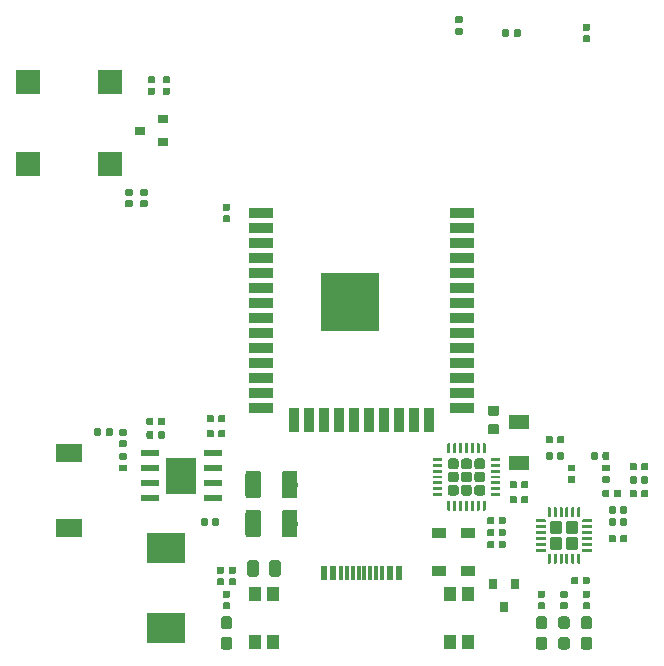
<source format=gbr>
G04 #@! TF.GenerationSoftware,KiCad,Pcbnew,(5.1.4)-1*
G04 #@! TF.CreationDate,2021-03-18T17:14:36+01:00*
G04 #@! TF.ProjectId,ESPCraft,45535043-7261-4667-942e-6b696361645f,rev?*
G04 #@! TF.SameCoordinates,Original*
G04 #@! TF.FileFunction,Paste,Top*
G04 #@! TF.FilePolarity,Positive*
%FSLAX46Y46*%
G04 Gerber Fmt 4.6, Leading zero omitted, Abs format (unit mm)*
G04 Created by KiCad (PCBNEW (5.1.4)-1) date 2021-03-18 17:14:36*
%MOMM*%
%LPD*%
G04 APERTURE LIST*
%ADD10R,5.000000X5.000000*%
%ADD11R,2.000000X0.900000*%
%ADD12R,0.900000X2.000000*%
%ADD13R,1.100000X1.300000*%
%ADD14C,0.100000*%
%ADD15C,0.950000*%
%ADD16C,0.900000*%
%ADD17C,0.250000*%
%ADD18R,2.000000X2.000000*%
%ADD19C,0.590000*%
%ADD20R,0.900000X0.800000*%
%ADD21R,1.700000X1.300000*%
%ADD22R,0.300000X1.160000*%
%ADD23R,0.600000X1.160000*%
%ADD24C,0.875000*%
%ADD25C,1.090000*%
%ADD26C,0.975000*%
%ADD27C,1.325000*%
%ADD28R,3.300000X2.500000*%
%ADD29R,2.200000X1.500000*%
%ADD30R,0.800000X0.900000*%
%ADD31R,2.600000X3.100000*%
%ADD32R,1.550000X0.600000*%
%ADD33R,1.200000X0.900000*%
G04 APERTURE END LIST*
D10*
X142510000Y-102750000D03*
D11*
X135010000Y-95250000D03*
X135010000Y-96520000D03*
X135010000Y-97790000D03*
X135010000Y-99060000D03*
X135010000Y-100330000D03*
X135010000Y-101600000D03*
X135010000Y-102870000D03*
X135010000Y-104140000D03*
X135010000Y-105410000D03*
X135010000Y-106680000D03*
X135010000Y-107950000D03*
X135010000Y-109220000D03*
X135010000Y-110490000D03*
X135010000Y-111760000D03*
D12*
X137795000Y-112760000D03*
X139065000Y-112760000D03*
X140335000Y-112760000D03*
X141605000Y-112760000D03*
X142875000Y-112760000D03*
X144145000Y-112760000D03*
X145415000Y-112760000D03*
X146685000Y-112760000D03*
X147955000Y-112760000D03*
X149225000Y-112760000D03*
D11*
X152010000Y-111760000D03*
X152010000Y-110490000D03*
X152010000Y-109220000D03*
X152010000Y-107950000D03*
X152010000Y-106680000D03*
X152010000Y-105410000D03*
X152010000Y-104140000D03*
X152010000Y-102870000D03*
X152010000Y-101600000D03*
X152010000Y-100330000D03*
X152010000Y-99060000D03*
X152010000Y-97790000D03*
X152010000Y-96520000D03*
X152010000Y-95250000D03*
D13*
X134455000Y-131590000D03*
X136055000Y-131590000D03*
X134455000Y-127490000D03*
X136055000Y-127490000D03*
X150965000Y-131590000D03*
X152565000Y-131590000D03*
X150965000Y-127490000D03*
X152565000Y-127490000D03*
D14*
G36*
X159010779Y-131161144D02*
G01*
X159033834Y-131164563D01*
X159056443Y-131170227D01*
X159078387Y-131178079D01*
X159099457Y-131188044D01*
X159119448Y-131200026D01*
X159138168Y-131213910D01*
X159155438Y-131229562D01*
X159171090Y-131246832D01*
X159184974Y-131265552D01*
X159196956Y-131285543D01*
X159206921Y-131306613D01*
X159214773Y-131328557D01*
X159220437Y-131351166D01*
X159223856Y-131374221D01*
X159225000Y-131397500D01*
X159225000Y-131972500D01*
X159223856Y-131995779D01*
X159220437Y-132018834D01*
X159214773Y-132041443D01*
X159206921Y-132063387D01*
X159196956Y-132084457D01*
X159184974Y-132104448D01*
X159171090Y-132123168D01*
X159155438Y-132140438D01*
X159138168Y-132156090D01*
X159119448Y-132169974D01*
X159099457Y-132181956D01*
X159078387Y-132191921D01*
X159056443Y-132199773D01*
X159033834Y-132205437D01*
X159010779Y-132208856D01*
X158987500Y-132210000D01*
X158512500Y-132210000D01*
X158489221Y-132208856D01*
X158466166Y-132205437D01*
X158443557Y-132199773D01*
X158421613Y-132191921D01*
X158400543Y-132181956D01*
X158380552Y-132169974D01*
X158361832Y-132156090D01*
X158344562Y-132140438D01*
X158328910Y-132123168D01*
X158315026Y-132104448D01*
X158303044Y-132084457D01*
X158293079Y-132063387D01*
X158285227Y-132041443D01*
X158279563Y-132018834D01*
X158276144Y-131995779D01*
X158275000Y-131972500D01*
X158275000Y-131397500D01*
X158276144Y-131374221D01*
X158279563Y-131351166D01*
X158285227Y-131328557D01*
X158293079Y-131306613D01*
X158303044Y-131285543D01*
X158315026Y-131265552D01*
X158328910Y-131246832D01*
X158344562Y-131229562D01*
X158361832Y-131213910D01*
X158380552Y-131200026D01*
X158400543Y-131188044D01*
X158421613Y-131178079D01*
X158443557Y-131170227D01*
X158466166Y-131164563D01*
X158489221Y-131161144D01*
X158512500Y-131160000D01*
X158987500Y-131160000D01*
X159010779Y-131161144D01*
X159010779Y-131161144D01*
G37*
D15*
X158750000Y-131685000D03*
D14*
G36*
X159010779Y-129411144D02*
G01*
X159033834Y-129414563D01*
X159056443Y-129420227D01*
X159078387Y-129428079D01*
X159099457Y-129438044D01*
X159119448Y-129450026D01*
X159138168Y-129463910D01*
X159155438Y-129479562D01*
X159171090Y-129496832D01*
X159184974Y-129515552D01*
X159196956Y-129535543D01*
X159206921Y-129556613D01*
X159214773Y-129578557D01*
X159220437Y-129601166D01*
X159223856Y-129624221D01*
X159225000Y-129647500D01*
X159225000Y-130222500D01*
X159223856Y-130245779D01*
X159220437Y-130268834D01*
X159214773Y-130291443D01*
X159206921Y-130313387D01*
X159196956Y-130334457D01*
X159184974Y-130354448D01*
X159171090Y-130373168D01*
X159155438Y-130390438D01*
X159138168Y-130406090D01*
X159119448Y-130419974D01*
X159099457Y-130431956D01*
X159078387Y-130441921D01*
X159056443Y-130449773D01*
X159033834Y-130455437D01*
X159010779Y-130458856D01*
X158987500Y-130460000D01*
X158512500Y-130460000D01*
X158489221Y-130458856D01*
X158466166Y-130455437D01*
X158443557Y-130449773D01*
X158421613Y-130441921D01*
X158400543Y-130431956D01*
X158380552Y-130419974D01*
X158361832Y-130406090D01*
X158344562Y-130390438D01*
X158328910Y-130373168D01*
X158315026Y-130354448D01*
X158303044Y-130334457D01*
X158293079Y-130313387D01*
X158285227Y-130291443D01*
X158279563Y-130268834D01*
X158276144Y-130245779D01*
X158275000Y-130222500D01*
X158275000Y-129647500D01*
X158276144Y-129624221D01*
X158279563Y-129601166D01*
X158285227Y-129578557D01*
X158293079Y-129556613D01*
X158303044Y-129535543D01*
X158315026Y-129515552D01*
X158328910Y-129496832D01*
X158344562Y-129479562D01*
X158361832Y-129463910D01*
X158380552Y-129450026D01*
X158400543Y-129438044D01*
X158421613Y-129428079D01*
X158443557Y-129420227D01*
X158466166Y-129414563D01*
X158489221Y-129411144D01*
X158512500Y-129410000D01*
X158987500Y-129410000D01*
X159010779Y-129411144D01*
X159010779Y-129411144D01*
G37*
D15*
X158750000Y-129935000D03*
D14*
G36*
X160915779Y-129411144D02*
G01*
X160938834Y-129414563D01*
X160961443Y-129420227D01*
X160983387Y-129428079D01*
X161004457Y-129438044D01*
X161024448Y-129450026D01*
X161043168Y-129463910D01*
X161060438Y-129479562D01*
X161076090Y-129496832D01*
X161089974Y-129515552D01*
X161101956Y-129535543D01*
X161111921Y-129556613D01*
X161119773Y-129578557D01*
X161125437Y-129601166D01*
X161128856Y-129624221D01*
X161130000Y-129647500D01*
X161130000Y-130222500D01*
X161128856Y-130245779D01*
X161125437Y-130268834D01*
X161119773Y-130291443D01*
X161111921Y-130313387D01*
X161101956Y-130334457D01*
X161089974Y-130354448D01*
X161076090Y-130373168D01*
X161060438Y-130390438D01*
X161043168Y-130406090D01*
X161024448Y-130419974D01*
X161004457Y-130431956D01*
X160983387Y-130441921D01*
X160961443Y-130449773D01*
X160938834Y-130455437D01*
X160915779Y-130458856D01*
X160892500Y-130460000D01*
X160417500Y-130460000D01*
X160394221Y-130458856D01*
X160371166Y-130455437D01*
X160348557Y-130449773D01*
X160326613Y-130441921D01*
X160305543Y-130431956D01*
X160285552Y-130419974D01*
X160266832Y-130406090D01*
X160249562Y-130390438D01*
X160233910Y-130373168D01*
X160220026Y-130354448D01*
X160208044Y-130334457D01*
X160198079Y-130313387D01*
X160190227Y-130291443D01*
X160184563Y-130268834D01*
X160181144Y-130245779D01*
X160180000Y-130222500D01*
X160180000Y-129647500D01*
X160181144Y-129624221D01*
X160184563Y-129601166D01*
X160190227Y-129578557D01*
X160198079Y-129556613D01*
X160208044Y-129535543D01*
X160220026Y-129515552D01*
X160233910Y-129496832D01*
X160249562Y-129479562D01*
X160266832Y-129463910D01*
X160285552Y-129450026D01*
X160305543Y-129438044D01*
X160326613Y-129428079D01*
X160348557Y-129420227D01*
X160371166Y-129414563D01*
X160394221Y-129411144D01*
X160417500Y-129410000D01*
X160892500Y-129410000D01*
X160915779Y-129411144D01*
X160915779Y-129411144D01*
G37*
D15*
X160655000Y-129935000D03*
D14*
G36*
X160915779Y-131161144D02*
G01*
X160938834Y-131164563D01*
X160961443Y-131170227D01*
X160983387Y-131178079D01*
X161004457Y-131188044D01*
X161024448Y-131200026D01*
X161043168Y-131213910D01*
X161060438Y-131229562D01*
X161076090Y-131246832D01*
X161089974Y-131265552D01*
X161101956Y-131285543D01*
X161111921Y-131306613D01*
X161119773Y-131328557D01*
X161125437Y-131351166D01*
X161128856Y-131374221D01*
X161130000Y-131397500D01*
X161130000Y-131972500D01*
X161128856Y-131995779D01*
X161125437Y-132018834D01*
X161119773Y-132041443D01*
X161111921Y-132063387D01*
X161101956Y-132084457D01*
X161089974Y-132104448D01*
X161076090Y-132123168D01*
X161060438Y-132140438D01*
X161043168Y-132156090D01*
X161024448Y-132169974D01*
X161004457Y-132181956D01*
X160983387Y-132191921D01*
X160961443Y-132199773D01*
X160938834Y-132205437D01*
X160915779Y-132208856D01*
X160892500Y-132210000D01*
X160417500Y-132210000D01*
X160394221Y-132208856D01*
X160371166Y-132205437D01*
X160348557Y-132199773D01*
X160326613Y-132191921D01*
X160305543Y-132181956D01*
X160285552Y-132169974D01*
X160266832Y-132156090D01*
X160249562Y-132140438D01*
X160233910Y-132123168D01*
X160220026Y-132104448D01*
X160208044Y-132084457D01*
X160198079Y-132063387D01*
X160190227Y-132041443D01*
X160184563Y-132018834D01*
X160181144Y-131995779D01*
X160180000Y-131972500D01*
X160180000Y-131397500D01*
X160181144Y-131374221D01*
X160184563Y-131351166D01*
X160190227Y-131328557D01*
X160198079Y-131306613D01*
X160208044Y-131285543D01*
X160220026Y-131265552D01*
X160233910Y-131246832D01*
X160249562Y-131229562D01*
X160266832Y-131213910D01*
X160285552Y-131200026D01*
X160305543Y-131188044D01*
X160326613Y-131178079D01*
X160348557Y-131170227D01*
X160371166Y-131164563D01*
X160394221Y-131161144D01*
X160417500Y-131160000D01*
X160892500Y-131160000D01*
X160915779Y-131161144D01*
X160915779Y-131161144D01*
G37*
D15*
X160655000Y-131685000D03*
D14*
G36*
X162820779Y-129411144D02*
G01*
X162843834Y-129414563D01*
X162866443Y-129420227D01*
X162888387Y-129428079D01*
X162909457Y-129438044D01*
X162929448Y-129450026D01*
X162948168Y-129463910D01*
X162965438Y-129479562D01*
X162981090Y-129496832D01*
X162994974Y-129515552D01*
X163006956Y-129535543D01*
X163016921Y-129556613D01*
X163024773Y-129578557D01*
X163030437Y-129601166D01*
X163033856Y-129624221D01*
X163035000Y-129647500D01*
X163035000Y-130222500D01*
X163033856Y-130245779D01*
X163030437Y-130268834D01*
X163024773Y-130291443D01*
X163016921Y-130313387D01*
X163006956Y-130334457D01*
X162994974Y-130354448D01*
X162981090Y-130373168D01*
X162965438Y-130390438D01*
X162948168Y-130406090D01*
X162929448Y-130419974D01*
X162909457Y-130431956D01*
X162888387Y-130441921D01*
X162866443Y-130449773D01*
X162843834Y-130455437D01*
X162820779Y-130458856D01*
X162797500Y-130460000D01*
X162322500Y-130460000D01*
X162299221Y-130458856D01*
X162276166Y-130455437D01*
X162253557Y-130449773D01*
X162231613Y-130441921D01*
X162210543Y-130431956D01*
X162190552Y-130419974D01*
X162171832Y-130406090D01*
X162154562Y-130390438D01*
X162138910Y-130373168D01*
X162125026Y-130354448D01*
X162113044Y-130334457D01*
X162103079Y-130313387D01*
X162095227Y-130291443D01*
X162089563Y-130268834D01*
X162086144Y-130245779D01*
X162085000Y-130222500D01*
X162085000Y-129647500D01*
X162086144Y-129624221D01*
X162089563Y-129601166D01*
X162095227Y-129578557D01*
X162103079Y-129556613D01*
X162113044Y-129535543D01*
X162125026Y-129515552D01*
X162138910Y-129496832D01*
X162154562Y-129479562D01*
X162171832Y-129463910D01*
X162190552Y-129450026D01*
X162210543Y-129438044D01*
X162231613Y-129428079D01*
X162253557Y-129420227D01*
X162276166Y-129414563D01*
X162299221Y-129411144D01*
X162322500Y-129410000D01*
X162797500Y-129410000D01*
X162820779Y-129411144D01*
X162820779Y-129411144D01*
G37*
D15*
X162560000Y-129935000D03*
D14*
G36*
X162820779Y-131161144D02*
G01*
X162843834Y-131164563D01*
X162866443Y-131170227D01*
X162888387Y-131178079D01*
X162909457Y-131188044D01*
X162929448Y-131200026D01*
X162948168Y-131213910D01*
X162965438Y-131229562D01*
X162981090Y-131246832D01*
X162994974Y-131265552D01*
X163006956Y-131285543D01*
X163016921Y-131306613D01*
X163024773Y-131328557D01*
X163030437Y-131351166D01*
X163033856Y-131374221D01*
X163035000Y-131397500D01*
X163035000Y-131972500D01*
X163033856Y-131995779D01*
X163030437Y-132018834D01*
X163024773Y-132041443D01*
X163016921Y-132063387D01*
X163006956Y-132084457D01*
X162994974Y-132104448D01*
X162981090Y-132123168D01*
X162965438Y-132140438D01*
X162948168Y-132156090D01*
X162929448Y-132169974D01*
X162909457Y-132181956D01*
X162888387Y-132191921D01*
X162866443Y-132199773D01*
X162843834Y-132205437D01*
X162820779Y-132208856D01*
X162797500Y-132210000D01*
X162322500Y-132210000D01*
X162299221Y-132208856D01*
X162276166Y-132205437D01*
X162253557Y-132199773D01*
X162231613Y-132191921D01*
X162210543Y-132181956D01*
X162190552Y-132169974D01*
X162171832Y-132156090D01*
X162154562Y-132140438D01*
X162138910Y-132123168D01*
X162125026Y-132104448D01*
X162113044Y-132084457D01*
X162103079Y-132063387D01*
X162095227Y-132041443D01*
X162089563Y-132018834D01*
X162086144Y-131995779D01*
X162085000Y-131972500D01*
X162085000Y-131397500D01*
X162086144Y-131374221D01*
X162089563Y-131351166D01*
X162095227Y-131328557D01*
X162103079Y-131306613D01*
X162113044Y-131285543D01*
X162125026Y-131265552D01*
X162138910Y-131246832D01*
X162154562Y-131229562D01*
X162171832Y-131213910D01*
X162190552Y-131200026D01*
X162210543Y-131188044D01*
X162231613Y-131178079D01*
X162253557Y-131170227D01*
X162276166Y-131164563D01*
X162299221Y-131161144D01*
X162322500Y-131160000D01*
X162797500Y-131160000D01*
X162820779Y-131161144D01*
X162820779Y-131161144D01*
G37*
D15*
X162560000Y-131685000D03*
D14*
G36*
X132340779Y-131161144D02*
G01*
X132363834Y-131164563D01*
X132386443Y-131170227D01*
X132408387Y-131178079D01*
X132429457Y-131188044D01*
X132449448Y-131200026D01*
X132468168Y-131213910D01*
X132485438Y-131229562D01*
X132501090Y-131246832D01*
X132514974Y-131265552D01*
X132526956Y-131285543D01*
X132536921Y-131306613D01*
X132544773Y-131328557D01*
X132550437Y-131351166D01*
X132553856Y-131374221D01*
X132555000Y-131397500D01*
X132555000Y-131972500D01*
X132553856Y-131995779D01*
X132550437Y-132018834D01*
X132544773Y-132041443D01*
X132536921Y-132063387D01*
X132526956Y-132084457D01*
X132514974Y-132104448D01*
X132501090Y-132123168D01*
X132485438Y-132140438D01*
X132468168Y-132156090D01*
X132449448Y-132169974D01*
X132429457Y-132181956D01*
X132408387Y-132191921D01*
X132386443Y-132199773D01*
X132363834Y-132205437D01*
X132340779Y-132208856D01*
X132317500Y-132210000D01*
X131842500Y-132210000D01*
X131819221Y-132208856D01*
X131796166Y-132205437D01*
X131773557Y-132199773D01*
X131751613Y-132191921D01*
X131730543Y-132181956D01*
X131710552Y-132169974D01*
X131691832Y-132156090D01*
X131674562Y-132140438D01*
X131658910Y-132123168D01*
X131645026Y-132104448D01*
X131633044Y-132084457D01*
X131623079Y-132063387D01*
X131615227Y-132041443D01*
X131609563Y-132018834D01*
X131606144Y-131995779D01*
X131605000Y-131972500D01*
X131605000Y-131397500D01*
X131606144Y-131374221D01*
X131609563Y-131351166D01*
X131615227Y-131328557D01*
X131623079Y-131306613D01*
X131633044Y-131285543D01*
X131645026Y-131265552D01*
X131658910Y-131246832D01*
X131674562Y-131229562D01*
X131691832Y-131213910D01*
X131710552Y-131200026D01*
X131730543Y-131188044D01*
X131751613Y-131178079D01*
X131773557Y-131170227D01*
X131796166Y-131164563D01*
X131819221Y-131161144D01*
X131842500Y-131160000D01*
X132317500Y-131160000D01*
X132340779Y-131161144D01*
X132340779Y-131161144D01*
G37*
D15*
X132080000Y-131685000D03*
D14*
G36*
X132340779Y-129411144D02*
G01*
X132363834Y-129414563D01*
X132386443Y-129420227D01*
X132408387Y-129428079D01*
X132429457Y-129438044D01*
X132449448Y-129450026D01*
X132468168Y-129463910D01*
X132485438Y-129479562D01*
X132501090Y-129496832D01*
X132514974Y-129515552D01*
X132526956Y-129535543D01*
X132536921Y-129556613D01*
X132544773Y-129578557D01*
X132550437Y-129601166D01*
X132553856Y-129624221D01*
X132555000Y-129647500D01*
X132555000Y-130222500D01*
X132553856Y-130245779D01*
X132550437Y-130268834D01*
X132544773Y-130291443D01*
X132536921Y-130313387D01*
X132526956Y-130334457D01*
X132514974Y-130354448D01*
X132501090Y-130373168D01*
X132485438Y-130390438D01*
X132468168Y-130406090D01*
X132449448Y-130419974D01*
X132429457Y-130431956D01*
X132408387Y-130441921D01*
X132386443Y-130449773D01*
X132363834Y-130455437D01*
X132340779Y-130458856D01*
X132317500Y-130460000D01*
X131842500Y-130460000D01*
X131819221Y-130458856D01*
X131796166Y-130455437D01*
X131773557Y-130449773D01*
X131751613Y-130441921D01*
X131730543Y-130431956D01*
X131710552Y-130419974D01*
X131691832Y-130406090D01*
X131674562Y-130390438D01*
X131658910Y-130373168D01*
X131645026Y-130354448D01*
X131633044Y-130334457D01*
X131623079Y-130313387D01*
X131615227Y-130291443D01*
X131609563Y-130268834D01*
X131606144Y-130245779D01*
X131605000Y-130222500D01*
X131605000Y-129647500D01*
X131606144Y-129624221D01*
X131609563Y-129601166D01*
X131615227Y-129578557D01*
X131623079Y-129556613D01*
X131633044Y-129535543D01*
X131645026Y-129515552D01*
X131658910Y-129496832D01*
X131674562Y-129479562D01*
X131691832Y-129463910D01*
X131710552Y-129450026D01*
X131730543Y-129438044D01*
X131751613Y-129428079D01*
X131773557Y-129420227D01*
X131796166Y-129414563D01*
X131819221Y-129411144D01*
X131842500Y-129410000D01*
X132317500Y-129410000D01*
X132340779Y-129411144D01*
X132340779Y-129411144D01*
G37*
D15*
X132080000Y-129935000D03*
D14*
G36*
X151527054Y-118273083D02*
G01*
X151548895Y-118276323D01*
X151570314Y-118281688D01*
X151591104Y-118289127D01*
X151611064Y-118298568D01*
X151630003Y-118309919D01*
X151647738Y-118323073D01*
X151664099Y-118337901D01*
X151678927Y-118354262D01*
X151692081Y-118371997D01*
X151703432Y-118390936D01*
X151712873Y-118410896D01*
X151720312Y-118431686D01*
X151725677Y-118453105D01*
X151728917Y-118474946D01*
X151730000Y-118497000D01*
X151730000Y-118947000D01*
X151728917Y-118969054D01*
X151725677Y-118990895D01*
X151720312Y-119012314D01*
X151712873Y-119033104D01*
X151703432Y-119053064D01*
X151692081Y-119072003D01*
X151678927Y-119089738D01*
X151664099Y-119106099D01*
X151647738Y-119120927D01*
X151630003Y-119134081D01*
X151611064Y-119145432D01*
X151591104Y-119154873D01*
X151570314Y-119162312D01*
X151548895Y-119167677D01*
X151527054Y-119170917D01*
X151505000Y-119172000D01*
X151055000Y-119172000D01*
X151032946Y-119170917D01*
X151011105Y-119167677D01*
X150989686Y-119162312D01*
X150968896Y-119154873D01*
X150948936Y-119145432D01*
X150929997Y-119134081D01*
X150912262Y-119120927D01*
X150895901Y-119106099D01*
X150881073Y-119089738D01*
X150867919Y-119072003D01*
X150856568Y-119053064D01*
X150847127Y-119033104D01*
X150839688Y-119012314D01*
X150834323Y-118990895D01*
X150831083Y-118969054D01*
X150830000Y-118947000D01*
X150830000Y-118497000D01*
X150831083Y-118474946D01*
X150834323Y-118453105D01*
X150839688Y-118431686D01*
X150847127Y-118410896D01*
X150856568Y-118390936D01*
X150867919Y-118371997D01*
X150881073Y-118354262D01*
X150895901Y-118337901D01*
X150912262Y-118323073D01*
X150929997Y-118309919D01*
X150948936Y-118298568D01*
X150968896Y-118289127D01*
X150989686Y-118281688D01*
X151011105Y-118276323D01*
X151032946Y-118273083D01*
X151055000Y-118272000D01*
X151505000Y-118272000D01*
X151527054Y-118273083D01*
X151527054Y-118273083D01*
G37*
D16*
X151280000Y-118722000D03*
D14*
G36*
X152647054Y-118273083D02*
G01*
X152668895Y-118276323D01*
X152690314Y-118281688D01*
X152711104Y-118289127D01*
X152731064Y-118298568D01*
X152750003Y-118309919D01*
X152767738Y-118323073D01*
X152784099Y-118337901D01*
X152798927Y-118354262D01*
X152812081Y-118371997D01*
X152823432Y-118390936D01*
X152832873Y-118410896D01*
X152840312Y-118431686D01*
X152845677Y-118453105D01*
X152848917Y-118474946D01*
X152850000Y-118497000D01*
X152850000Y-118947000D01*
X152848917Y-118969054D01*
X152845677Y-118990895D01*
X152840312Y-119012314D01*
X152832873Y-119033104D01*
X152823432Y-119053064D01*
X152812081Y-119072003D01*
X152798927Y-119089738D01*
X152784099Y-119106099D01*
X152767738Y-119120927D01*
X152750003Y-119134081D01*
X152731064Y-119145432D01*
X152711104Y-119154873D01*
X152690314Y-119162312D01*
X152668895Y-119167677D01*
X152647054Y-119170917D01*
X152625000Y-119172000D01*
X152175000Y-119172000D01*
X152152946Y-119170917D01*
X152131105Y-119167677D01*
X152109686Y-119162312D01*
X152088896Y-119154873D01*
X152068936Y-119145432D01*
X152049997Y-119134081D01*
X152032262Y-119120927D01*
X152015901Y-119106099D01*
X152001073Y-119089738D01*
X151987919Y-119072003D01*
X151976568Y-119053064D01*
X151967127Y-119033104D01*
X151959688Y-119012314D01*
X151954323Y-118990895D01*
X151951083Y-118969054D01*
X151950000Y-118947000D01*
X151950000Y-118497000D01*
X151951083Y-118474946D01*
X151954323Y-118453105D01*
X151959688Y-118431686D01*
X151967127Y-118410896D01*
X151976568Y-118390936D01*
X151987919Y-118371997D01*
X152001073Y-118354262D01*
X152015901Y-118337901D01*
X152032262Y-118323073D01*
X152049997Y-118309919D01*
X152068936Y-118298568D01*
X152088896Y-118289127D01*
X152109686Y-118281688D01*
X152131105Y-118276323D01*
X152152946Y-118273083D01*
X152175000Y-118272000D01*
X152625000Y-118272000D01*
X152647054Y-118273083D01*
X152647054Y-118273083D01*
G37*
D16*
X152400000Y-118722000D03*
D14*
G36*
X153767054Y-118273083D02*
G01*
X153788895Y-118276323D01*
X153810314Y-118281688D01*
X153831104Y-118289127D01*
X153851064Y-118298568D01*
X153870003Y-118309919D01*
X153887738Y-118323073D01*
X153904099Y-118337901D01*
X153918927Y-118354262D01*
X153932081Y-118371997D01*
X153943432Y-118390936D01*
X153952873Y-118410896D01*
X153960312Y-118431686D01*
X153965677Y-118453105D01*
X153968917Y-118474946D01*
X153970000Y-118497000D01*
X153970000Y-118947000D01*
X153968917Y-118969054D01*
X153965677Y-118990895D01*
X153960312Y-119012314D01*
X153952873Y-119033104D01*
X153943432Y-119053064D01*
X153932081Y-119072003D01*
X153918927Y-119089738D01*
X153904099Y-119106099D01*
X153887738Y-119120927D01*
X153870003Y-119134081D01*
X153851064Y-119145432D01*
X153831104Y-119154873D01*
X153810314Y-119162312D01*
X153788895Y-119167677D01*
X153767054Y-119170917D01*
X153745000Y-119172000D01*
X153295000Y-119172000D01*
X153272946Y-119170917D01*
X153251105Y-119167677D01*
X153229686Y-119162312D01*
X153208896Y-119154873D01*
X153188936Y-119145432D01*
X153169997Y-119134081D01*
X153152262Y-119120927D01*
X153135901Y-119106099D01*
X153121073Y-119089738D01*
X153107919Y-119072003D01*
X153096568Y-119053064D01*
X153087127Y-119033104D01*
X153079688Y-119012314D01*
X153074323Y-118990895D01*
X153071083Y-118969054D01*
X153070000Y-118947000D01*
X153070000Y-118497000D01*
X153071083Y-118474946D01*
X153074323Y-118453105D01*
X153079688Y-118431686D01*
X153087127Y-118410896D01*
X153096568Y-118390936D01*
X153107919Y-118371997D01*
X153121073Y-118354262D01*
X153135901Y-118337901D01*
X153152262Y-118323073D01*
X153169997Y-118309919D01*
X153188936Y-118298568D01*
X153208896Y-118289127D01*
X153229686Y-118281688D01*
X153251105Y-118276323D01*
X153272946Y-118273083D01*
X153295000Y-118272000D01*
X153745000Y-118272000D01*
X153767054Y-118273083D01*
X153767054Y-118273083D01*
G37*
D16*
X153520000Y-118722000D03*
D14*
G36*
X151527054Y-117153083D02*
G01*
X151548895Y-117156323D01*
X151570314Y-117161688D01*
X151591104Y-117169127D01*
X151611064Y-117178568D01*
X151630003Y-117189919D01*
X151647738Y-117203073D01*
X151664099Y-117217901D01*
X151678927Y-117234262D01*
X151692081Y-117251997D01*
X151703432Y-117270936D01*
X151712873Y-117290896D01*
X151720312Y-117311686D01*
X151725677Y-117333105D01*
X151728917Y-117354946D01*
X151730000Y-117377000D01*
X151730000Y-117827000D01*
X151728917Y-117849054D01*
X151725677Y-117870895D01*
X151720312Y-117892314D01*
X151712873Y-117913104D01*
X151703432Y-117933064D01*
X151692081Y-117952003D01*
X151678927Y-117969738D01*
X151664099Y-117986099D01*
X151647738Y-118000927D01*
X151630003Y-118014081D01*
X151611064Y-118025432D01*
X151591104Y-118034873D01*
X151570314Y-118042312D01*
X151548895Y-118047677D01*
X151527054Y-118050917D01*
X151505000Y-118052000D01*
X151055000Y-118052000D01*
X151032946Y-118050917D01*
X151011105Y-118047677D01*
X150989686Y-118042312D01*
X150968896Y-118034873D01*
X150948936Y-118025432D01*
X150929997Y-118014081D01*
X150912262Y-118000927D01*
X150895901Y-117986099D01*
X150881073Y-117969738D01*
X150867919Y-117952003D01*
X150856568Y-117933064D01*
X150847127Y-117913104D01*
X150839688Y-117892314D01*
X150834323Y-117870895D01*
X150831083Y-117849054D01*
X150830000Y-117827000D01*
X150830000Y-117377000D01*
X150831083Y-117354946D01*
X150834323Y-117333105D01*
X150839688Y-117311686D01*
X150847127Y-117290896D01*
X150856568Y-117270936D01*
X150867919Y-117251997D01*
X150881073Y-117234262D01*
X150895901Y-117217901D01*
X150912262Y-117203073D01*
X150929997Y-117189919D01*
X150948936Y-117178568D01*
X150968896Y-117169127D01*
X150989686Y-117161688D01*
X151011105Y-117156323D01*
X151032946Y-117153083D01*
X151055000Y-117152000D01*
X151505000Y-117152000D01*
X151527054Y-117153083D01*
X151527054Y-117153083D01*
G37*
D16*
X151280000Y-117602000D03*
D14*
G36*
X152647054Y-117153083D02*
G01*
X152668895Y-117156323D01*
X152690314Y-117161688D01*
X152711104Y-117169127D01*
X152731064Y-117178568D01*
X152750003Y-117189919D01*
X152767738Y-117203073D01*
X152784099Y-117217901D01*
X152798927Y-117234262D01*
X152812081Y-117251997D01*
X152823432Y-117270936D01*
X152832873Y-117290896D01*
X152840312Y-117311686D01*
X152845677Y-117333105D01*
X152848917Y-117354946D01*
X152850000Y-117377000D01*
X152850000Y-117827000D01*
X152848917Y-117849054D01*
X152845677Y-117870895D01*
X152840312Y-117892314D01*
X152832873Y-117913104D01*
X152823432Y-117933064D01*
X152812081Y-117952003D01*
X152798927Y-117969738D01*
X152784099Y-117986099D01*
X152767738Y-118000927D01*
X152750003Y-118014081D01*
X152731064Y-118025432D01*
X152711104Y-118034873D01*
X152690314Y-118042312D01*
X152668895Y-118047677D01*
X152647054Y-118050917D01*
X152625000Y-118052000D01*
X152175000Y-118052000D01*
X152152946Y-118050917D01*
X152131105Y-118047677D01*
X152109686Y-118042312D01*
X152088896Y-118034873D01*
X152068936Y-118025432D01*
X152049997Y-118014081D01*
X152032262Y-118000927D01*
X152015901Y-117986099D01*
X152001073Y-117969738D01*
X151987919Y-117952003D01*
X151976568Y-117933064D01*
X151967127Y-117913104D01*
X151959688Y-117892314D01*
X151954323Y-117870895D01*
X151951083Y-117849054D01*
X151950000Y-117827000D01*
X151950000Y-117377000D01*
X151951083Y-117354946D01*
X151954323Y-117333105D01*
X151959688Y-117311686D01*
X151967127Y-117290896D01*
X151976568Y-117270936D01*
X151987919Y-117251997D01*
X152001073Y-117234262D01*
X152015901Y-117217901D01*
X152032262Y-117203073D01*
X152049997Y-117189919D01*
X152068936Y-117178568D01*
X152088896Y-117169127D01*
X152109686Y-117161688D01*
X152131105Y-117156323D01*
X152152946Y-117153083D01*
X152175000Y-117152000D01*
X152625000Y-117152000D01*
X152647054Y-117153083D01*
X152647054Y-117153083D01*
G37*
D16*
X152400000Y-117602000D03*
D14*
G36*
X153767054Y-117153083D02*
G01*
X153788895Y-117156323D01*
X153810314Y-117161688D01*
X153831104Y-117169127D01*
X153851064Y-117178568D01*
X153870003Y-117189919D01*
X153887738Y-117203073D01*
X153904099Y-117217901D01*
X153918927Y-117234262D01*
X153932081Y-117251997D01*
X153943432Y-117270936D01*
X153952873Y-117290896D01*
X153960312Y-117311686D01*
X153965677Y-117333105D01*
X153968917Y-117354946D01*
X153970000Y-117377000D01*
X153970000Y-117827000D01*
X153968917Y-117849054D01*
X153965677Y-117870895D01*
X153960312Y-117892314D01*
X153952873Y-117913104D01*
X153943432Y-117933064D01*
X153932081Y-117952003D01*
X153918927Y-117969738D01*
X153904099Y-117986099D01*
X153887738Y-118000927D01*
X153870003Y-118014081D01*
X153851064Y-118025432D01*
X153831104Y-118034873D01*
X153810314Y-118042312D01*
X153788895Y-118047677D01*
X153767054Y-118050917D01*
X153745000Y-118052000D01*
X153295000Y-118052000D01*
X153272946Y-118050917D01*
X153251105Y-118047677D01*
X153229686Y-118042312D01*
X153208896Y-118034873D01*
X153188936Y-118025432D01*
X153169997Y-118014081D01*
X153152262Y-118000927D01*
X153135901Y-117986099D01*
X153121073Y-117969738D01*
X153107919Y-117952003D01*
X153096568Y-117933064D01*
X153087127Y-117913104D01*
X153079688Y-117892314D01*
X153074323Y-117870895D01*
X153071083Y-117849054D01*
X153070000Y-117827000D01*
X153070000Y-117377000D01*
X153071083Y-117354946D01*
X153074323Y-117333105D01*
X153079688Y-117311686D01*
X153087127Y-117290896D01*
X153096568Y-117270936D01*
X153107919Y-117251997D01*
X153121073Y-117234262D01*
X153135901Y-117217901D01*
X153152262Y-117203073D01*
X153169997Y-117189919D01*
X153188936Y-117178568D01*
X153208896Y-117169127D01*
X153229686Y-117161688D01*
X153251105Y-117156323D01*
X153272946Y-117153083D01*
X153295000Y-117152000D01*
X153745000Y-117152000D01*
X153767054Y-117153083D01*
X153767054Y-117153083D01*
G37*
D16*
X153520000Y-117602000D03*
D14*
G36*
X151527054Y-116033083D02*
G01*
X151548895Y-116036323D01*
X151570314Y-116041688D01*
X151591104Y-116049127D01*
X151611064Y-116058568D01*
X151630003Y-116069919D01*
X151647738Y-116083073D01*
X151664099Y-116097901D01*
X151678927Y-116114262D01*
X151692081Y-116131997D01*
X151703432Y-116150936D01*
X151712873Y-116170896D01*
X151720312Y-116191686D01*
X151725677Y-116213105D01*
X151728917Y-116234946D01*
X151730000Y-116257000D01*
X151730000Y-116707000D01*
X151728917Y-116729054D01*
X151725677Y-116750895D01*
X151720312Y-116772314D01*
X151712873Y-116793104D01*
X151703432Y-116813064D01*
X151692081Y-116832003D01*
X151678927Y-116849738D01*
X151664099Y-116866099D01*
X151647738Y-116880927D01*
X151630003Y-116894081D01*
X151611064Y-116905432D01*
X151591104Y-116914873D01*
X151570314Y-116922312D01*
X151548895Y-116927677D01*
X151527054Y-116930917D01*
X151505000Y-116932000D01*
X151055000Y-116932000D01*
X151032946Y-116930917D01*
X151011105Y-116927677D01*
X150989686Y-116922312D01*
X150968896Y-116914873D01*
X150948936Y-116905432D01*
X150929997Y-116894081D01*
X150912262Y-116880927D01*
X150895901Y-116866099D01*
X150881073Y-116849738D01*
X150867919Y-116832003D01*
X150856568Y-116813064D01*
X150847127Y-116793104D01*
X150839688Y-116772314D01*
X150834323Y-116750895D01*
X150831083Y-116729054D01*
X150830000Y-116707000D01*
X150830000Y-116257000D01*
X150831083Y-116234946D01*
X150834323Y-116213105D01*
X150839688Y-116191686D01*
X150847127Y-116170896D01*
X150856568Y-116150936D01*
X150867919Y-116131997D01*
X150881073Y-116114262D01*
X150895901Y-116097901D01*
X150912262Y-116083073D01*
X150929997Y-116069919D01*
X150948936Y-116058568D01*
X150968896Y-116049127D01*
X150989686Y-116041688D01*
X151011105Y-116036323D01*
X151032946Y-116033083D01*
X151055000Y-116032000D01*
X151505000Y-116032000D01*
X151527054Y-116033083D01*
X151527054Y-116033083D01*
G37*
D16*
X151280000Y-116482000D03*
D14*
G36*
X152647054Y-116033083D02*
G01*
X152668895Y-116036323D01*
X152690314Y-116041688D01*
X152711104Y-116049127D01*
X152731064Y-116058568D01*
X152750003Y-116069919D01*
X152767738Y-116083073D01*
X152784099Y-116097901D01*
X152798927Y-116114262D01*
X152812081Y-116131997D01*
X152823432Y-116150936D01*
X152832873Y-116170896D01*
X152840312Y-116191686D01*
X152845677Y-116213105D01*
X152848917Y-116234946D01*
X152850000Y-116257000D01*
X152850000Y-116707000D01*
X152848917Y-116729054D01*
X152845677Y-116750895D01*
X152840312Y-116772314D01*
X152832873Y-116793104D01*
X152823432Y-116813064D01*
X152812081Y-116832003D01*
X152798927Y-116849738D01*
X152784099Y-116866099D01*
X152767738Y-116880927D01*
X152750003Y-116894081D01*
X152731064Y-116905432D01*
X152711104Y-116914873D01*
X152690314Y-116922312D01*
X152668895Y-116927677D01*
X152647054Y-116930917D01*
X152625000Y-116932000D01*
X152175000Y-116932000D01*
X152152946Y-116930917D01*
X152131105Y-116927677D01*
X152109686Y-116922312D01*
X152088896Y-116914873D01*
X152068936Y-116905432D01*
X152049997Y-116894081D01*
X152032262Y-116880927D01*
X152015901Y-116866099D01*
X152001073Y-116849738D01*
X151987919Y-116832003D01*
X151976568Y-116813064D01*
X151967127Y-116793104D01*
X151959688Y-116772314D01*
X151954323Y-116750895D01*
X151951083Y-116729054D01*
X151950000Y-116707000D01*
X151950000Y-116257000D01*
X151951083Y-116234946D01*
X151954323Y-116213105D01*
X151959688Y-116191686D01*
X151967127Y-116170896D01*
X151976568Y-116150936D01*
X151987919Y-116131997D01*
X152001073Y-116114262D01*
X152015901Y-116097901D01*
X152032262Y-116083073D01*
X152049997Y-116069919D01*
X152068936Y-116058568D01*
X152088896Y-116049127D01*
X152109686Y-116041688D01*
X152131105Y-116036323D01*
X152152946Y-116033083D01*
X152175000Y-116032000D01*
X152625000Y-116032000D01*
X152647054Y-116033083D01*
X152647054Y-116033083D01*
G37*
D16*
X152400000Y-116482000D03*
D14*
G36*
X153767054Y-116033083D02*
G01*
X153788895Y-116036323D01*
X153810314Y-116041688D01*
X153831104Y-116049127D01*
X153851064Y-116058568D01*
X153870003Y-116069919D01*
X153887738Y-116083073D01*
X153904099Y-116097901D01*
X153918927Y-116114262D01*
X153932081Y-116131997D01*
X153943432Y-116150936D01*
X153952873Y-116170896D01*
X153960312Y-116191686D01*
X153965677Y-116213105D01*
X153968917Y-116234946D01*
X153970000Y-116257000D01*
X153970000Y-116707000D01*
X153968917Y-116729054D01*
X153965677Y-116750895D01*
X153960312Y-116772314D01*
X153952873Y-116793104D01*
X153943432Y-116813064D01*
X153932081Y-116832003D01*
X153918927Y-116849738D01*
X153904099Y-116866099D01*
X153887738Y-116880927D01*
X153870003Y-116894081D01*
X153851064Y-116905432D01*
X153831104Y-116914873D01*
X153810314Y-116922312D01*
X153788895Y-116927677D01*
X153767054Y-116930917D01*
X153745000Y-116932000D01*
X153295000Y-116932000D01*
X153272946Y-116930917D01*
X153251105Y-116927677D01*
X153229686Y-116922312D01*
X153208896Y-116914873D01*
X153188936Y-116905432D01*
X153169997Y-116894081D01*
X153152262Y-116880927D01*
X153135901Y-116866099D01*
X153121073Y-116849738D01*
X153107919Y-116832003D01*
X153096568Y-116813064D01*
X153087127Y-116793104D01*
X153079688Y-116772314D01*
X153074323Y-116750895D01*
X153071083Y-116729054D01*
X153070000Y-116707000D01*
X153070000Y-116257000D01*
X153071083Y-116234946D01*
X153074323Y-116213105D01*
X153079688Y-116191686D01*
X153087127Y-116170896D01*
X153096568Y-116150936D01*
X153107919Y-116131997D01*
X153121073Y-116114262D01*
X153135901Y-116097901D01*
X153152262Y-116083073D01*
X153169997Y-116069919D01*
X153188936Y-116058568D01*
X153208896Y-116049127D01*
X153229686Y-116041688D01*
X153251105Y-116036323D01*
X153272946Y-116033083D01*
X153295000Y-116032000D01*
X153745000Y-116032000D01*
X153767054Y-116033083D01*
X153767054Y-116033083D01*
G37*
D16*
X153520000Y-116482000D03*
D14*
G36*
X150968626Y-119652301D02*
G01*
X150974693Y-119653201D01*
X150980643Y-119654691D01*
X150986418Y-119656758D01*
X150991962Y-119659380D01*
X150997223Y-119662533D01*
X151002150Y-119666187D01*
X151006694Y-119670306D01*
X151010813Y-119674850D01*
X151014467Y-119679777D01*
X151017620Y-119685038D01*
X151020242Y-119690582D01*
X151022309Y-119696357D01*
X151023799Y-119702307D01*
X151024699Y-119708374D01*
X151025000Y-119714500D01*
X151025000Y-120389500D01*
X151024699Y-120395626D01*
X151023799Y-120401693D01*
X151022309Y-120407643D01*
X151020242Y-120413418D01*
X151017620Y-120418962D01*
X151014467Y-120424223D01*
X151010813Y-120429150D01*
X151006694Y-120433694D01*
X151002150Y-120437813D01*
X150997223Y-120441467D01*
X150991962Y-120444620D01*
X150986418Y-120447242D01*
X150980643Y-120449309D01*
X150974693Y-120450799D01*
X150968626Y-120451699D01*
X150962500Y-120452000D01*
X150837500Y-120452000D01*
X150831374Y-120451699D01*
X150825307Y-120450799D01*
X150819357Y-120449309D01*
X150813582Y-120447242D01*
X150808038Y-120444620D01*
X150802777Y-120441467D01*
X150797850Y-120437813D01*
X150793306Y-120433694D01*
X150789187Y-120429150D01*
X150785533Y-120424223D01*
X150782380Y-120418962D01*
X150779758Y-120413418D01*
X150777691Y-120407643D01*
X150776201Y-120401693D01*
X150775301Y-120395626D01*
X150775000Y-120389500D01*
X150775000Y-119714500D01*
X150775301Y-119708374D01*
X150776201Y-119702307D01*
X150777691Y-119696357D01*
X150779758Y-119690582D01*
X150782380Y-119685038D01*
X150785533Y-119679777D01*
X150789187Y-119674850D01*
X150793306Y-119670306D01*
X150797850Y-119666187D01*
X150802777Y-119662533D01*
X150808038Y-119659380D01*
X150813582Y-119656758D01*
X150819357Y-119654691D01*
X150825307Y-119653201D01*
X150831374Y-119652301D01*
X150837500Y-119652000D01*
X150962500Y-119652000D01*
X150968626Y-119652301D01*
X150968626Y-119652301D01*
G37*
D17*
X150900000Y-120052000D03*
D14*
G36*
X151468626Y-119652301D02*
G01*
X151474693Y-119653201D01*
X151480643Y-119654691D01*
X151486418Y-119656758D01*
X151491962Y-119659380D01*
X151497223Y-119662533D01*
X151502150Y-119666187D01*
X151506694Y-119670306D01*
X151510813Y-119674850D01*
X151514467Y-119679777D01*
X151517620Y-119685038D01*
X151520242Y-119690582D01*
X151522309Y-119696357D01*
X151523799Y-119702307D01*
X151524699Y-119708374D01*
X151525000Y-119714500D01*
X151525000Y-120389500D01*
X151524699Y-120395626D01*
X151523799Y-120401693D01*
X151522309Y-120407643D01*
X151520242Y-120413418D01*
X151517620Y-120418962D01*
X151514467Y-120424223D01*
X151510813Y-120429150D01*
X151506694Y-120433694D01*
X151502150Y-120437813D01*
X151497223Y-120441467D01*
X151491962Y-120444620D01*
X151486418Y-120447242D01*
X151480643Y-120449309D01*
X151474693Y-120450799D01*
X151468626Y-120451699D01*
X151462500Y-120452000D01*
X151337500Y-120452000D01*
X151331374Y-120451699D01*
X151325307Y-120450799D01*
X151319357Y-120449309D01*
X151313582Y-120447242D01*
X151308038Y-120444620D01*
X151302777Y-120441467D01*
X151297850Y-120437813D01*
X151293306Y-120433694D01*
X151289187Y-120429150D01*
X151285533Y-120424223D01*
X151282380Y-120418962D01*
X151279758Y-120413418D01*
X151277691Y-120407643D01*
X151276201Y-120401693D01*
X151275301Y-120395626D01*
X151275000Y-120389500D01*
X151275000Y-119714500D01*
X151275301Y-119708374D01*
X151276201Y-119702307D01*
X151277691Y-119696357D01*
X151279758Y-119690582D01*
X151282380Y-119685038D01*
X151285533Y-119679777D01*
X151289187Y-119674850D01*
X151293306Y-119670306D01*
X151297850Y-119666187D01*
X151302777Y-119662533D01*
X151308038Y-119659380D01*
X151313582Y-119656758D01*
X151319357Y-119654691D01*
X151325307Y-119653201D01*
X151331374Y-119652301D01*
X151337500Y-119652000D01*
X151462500Y-119652000D01*
X151468626Y-119652301D01*
X151468626Y-119652301D01*
G37*
D17*
X151400000Y-120052000D03*
D14*
G36*
X151968626Y-119652301D02*
G01*
X151974693Y-119653201D01*
X151980643Y-119654691D01*
X151986418Y-119656758D01*
X151991962Y-119659380D01*
X151997223Y-119662533D01*
X152002150Y-119666187D01*
X152006694Y-119670306D01*
X152010813Y-119674850D01*
X152014467Y-119679777D01*
X152017620Y-119685038D01*
X152020242Y-119690582D01*
X152022309Y-119696357D01*
X152023799Y-119702307D01*
X152024699Y-119708374D01*
X152025000Y-119714500D01*
X152025000Y-120389500D01*
X152024699Y-120395626D01*
X152023799Y-120401693D01*
X152022309Y-120407643D01*
X152020242Y-120413418D01*
X152017620Y-120418962D01*
X152014467Y-120424223D01*
X152010813Y-120429150D01*
X152006694Y-120433694D01*
X152002150Y-120437813D01*
X151997223Y-120441467D01*
X151991962Y-120444620D01*
X151986418Y-120447242D01*
X151980643Y-120449309D01*
X151974693Y-120450799D01*
X151968626Y-120451699D01*
X151962500Y-120452000D01*
X151837500Y-120452000D01*
X151831374Y-120451699D01*
X151825307Y-120450799D01*
X151819357Y-120449309D01*
X151813582Y-120447242D01*
X151808038Y-120444620D01*
X151802777Y-120441467D01*
X151797850Y-120437813D01*
X151793306Y-120433694D01*
X151789187Y-120429150D01*
X151785533Y-120424223D01*
X151782380Y-120418962D01*
X151779758Y-120413418D01*
X151777691Y-120407643D01*
X151776201Y-120401693D01*
X151775301Y-120395626D01*
X151775000Y-120389500D01*
X151775000Y-119714500D01*
X151775301Y-119708374D01*
X151776201Y-119702307D01*
X151777691Y-119696357D01*
X151779758Y-119690582D01*
X151782380Y-119685038D01*
X151785533Y-119679777D01*
X151789187Y-119674850D01*
X151793306Y-119670306D01*
X151797850Y-119666187D01*
X151802777Y-119662533D01*
X151808038Y-119659380D01*
X151813582Y-119656758D01*
X151819357Y-119654691D01*
X151825307Y-119653201D01*
X151831374Y-119652301D01*
X151837500Y-119652000D01*
X151962500Y-119652000D01*
X151968626Y-119652301D01*
X151968626Y-119652301D01*
G37*
D17*
X151900000Y-120052000D03*
D14*
G36*
X152468626Y-119652301D02*
G01*
X152474693Y-119653201D01*
X152480643Y-119654691D01*
X152486418Y-119656758D01*
X152491962Y-119659380D01*
X152497223Y-119662533D01*
X152502150Y-119666187D01*
X152506694Y-119670306D01*
X152510813Y-119674850D01*
X152514467Y-119679777D01*
X152517620Y-119685038D01*
X152520242Y-119690582D01*
X152522309Y-119696357D01*
X152523799Y-119702307D01*
X152524699Y-119708374D01*
X152525000Y-119714500D01*
X152525000Y-120389500D01*
X152524699Y-120395626D01*
X152523799Y-120401693D01*
X152522309Y-120407643D01*
X152520242Y-120413418D01*
X152517620Y-120418962D01*
X152514467Y-120424223D01*
X152510813Y-120429150D01*
X152506694Y-120433694D01*
X152502150Y-120437813D01*
X152497223Y-120441467D01*
X152491962Y-120444620D01*
X152486418Y-120447242D01*
X152480643Y-120449309D01*
X152474693Y-120450799D01*
X152468626Y-120451699D01*
X152462500Y-120452000D01*
X152337500Y-120452000D01*
X152331374Y-120451699D01*
X152325307Y-120450799D01*
X152319357Y-120449309D01*
X152313582Y-120447242D01*
X152308038Y-120444620D01*
X152302777Y-120441467D01*
X152297850Y-120437813D01*
X152293306Y-120433694D01*
X152289187Y-120429150D01*
X152285533Y-120424223D01*
X152282380Y-120418962D01*
X152279758Y-120413418D01*
X152277691Y-120407643D01*
X152276201Y-120401693D01*
X152275301Y-120395626D01*
X152275000Y-120389500D01*
X152275000Y-119714500D01*
X152275301Y-119708374D01*
X152276201Y-119702307D01*
X152277691Y-119696357D01*
X152279758Y-119690582D01*
X152282380Y-119685038D01*
X152285533Y-119679777D01*
X152289187Y-119674850D01*
X152293306Y-119670306D01*
X152297850Y-119666187D01*
X152302777Y-119662533D01*
X152308038Y-119659380D01*
X152313582Y-119656758D01*
X152319357Y-119654691D01*
X152325307Y-119653201D01*
X152331374Y-119652301D01*
X152337500Y-119652000D01*
X152462500Y-119652000D01*
X152468626Y-119652301D01*
X152468626Y-119652301D01*
G37*
D17*
X152400000Y-120052000D03*
D14*
G36*
X152968626Y-119652301D02*
G01*
X152974693Y-119653201D01*
X152980643Y-119654691D01*
X152986418Y-119656758D01*
X152991962Y-119659380D01*
X152997223Y-119662533D01*
X153002150Y-119666187D01*
X153006694Y-119670306D01*
X153010813Y-119674850D01*
X153014467Y-119679777D01*
X153017620Y-119685038D01*
X153020242Y-119690582D01*
X153022309Y-119696357D01*
X153023799Y-119702307D01*
X153024699Y-119708374D01*
X153025000Y-119714500D01*
X153025000Y-120389500D01*
X153024699Y-120395626D01*
X153023799Y-120401693D01*
X153022309Y-120407643D01*
X153020242Y-120413418D01*
X153017620Y-120418962D01*
X153014467Y-120424223D01*
X153010813Y-120429150D01*
X153006694Y-120433694D01*
X153002150Y-120437813D01*
X152997223Y-120441467D01*
X152991962Y-120444620D01*
X152986418Y-120447242D01*
X152980643Y-120449309D01*
X152974693Y-120450799D01*
X152968626Y-120451699D01*
X152962500Y-120452000D01*
X152837500Y-120452000D01*
X152831374Y-120451699D01*
X152825307Y-120450799D01*
X152819357Y-120449309D01*
X152813582Y-120447242D01*
X152808038Y-120444620D01*
X152802777Y-120441467D01*
X152797850Y-120437813D01*
X152793306Y-120433694D01*
X152789187Y-120429150D01*
X152785533Y-120424223D01*
X152782380Y-120418962D01*
X152779758Y-120413418D01*
X152777691Y-120407643D01*
X152776201Y-120401693D01*
X152775301Y-120395626D01*
X152775000Y-120389500D01*
X152775000Y-119714500D01*
X152775301Y-119708374D01*
X152776201Y-119702307D01*
X152777691Y-119696357D01*
X152779758Y-119690582D01*
X152782380Y-119685038D01*
X152785533Y-119679777D01*
X152789187Y-119674850D01*
X152793306Y-119670306D01*
X152797850Y-119666187D01*
X152802777Y-119662533D01*
X152808038Y-119659380D01*
X152813582Y-119656758D01*
X152819357Y-119654691D01*
X152825307Y-119653201D01*
X152831374Y-119652301D01*
X152837500Y-119652000D01*
X152962500Y-119652000D01*
X152968626Y-119652301D01*
X152968626Y-119652301D01*
G37*
D17*
X152900000Y-120052000D03*
D14*
G36*
X153468626Y-119652301D02*
G01*
X153474693Y-119653201D01*
X153480643Y-119654691D01*
X153486418Y-119656758D01*
X153491962Y-119659380D01*
X153497223Y-119662533D01*
X153502150Y-119666187D01*
X153506694Y-119670306D01*
X153510813Y-119674850D01*
X153514467Y-119679777D01*
X153517620Y-119685038D01*
X153520242Y-119690582D01*
X153522309Y-119696357D01*
X153523799Y-119702307D01*
X153524699Y-119708374D01*
X153525000Y-119714500D01*
X153525000Y-120389500D01*
X153524699Y-120395626D01*
X153523799Y-120401693D01*
X153522309Y-120407643D01*
X153520242Y-120413418D01*
X153517620Y-120418962D01*
X153514467Y-120424223D01*
X153510813Y-120429150D01*
X153506694Y-120433694D01*
X153502150Y-120437813D01*
X153497223Y-120441467D01*
X153491962Y-120444620D01*
X153486418Y-120447242D01*
X153480643Y-120449309D01*
X153474693Y-120450799D01*
X153468626Y-120451699D01*
X153462500Y-120452000D01*
X153337500Y-120452000D01*
X153331374Y-120451699D01*
X153325307Y-120450799D01*
X153319357Y-120449309D01*
X153313582Y-120447242D01*
X153308038Y-120444620D01*
X153302777Y-120441467D01*
X153297850Y-120437813D01*
X153293306Y-120433694D01*
X153289187Y-120429150D01*
X153285533Y-120424223D01*
X153282380Y-120418962D01*
X153279758Y-120413418D01*
X153277691Y-120407643D01*
X153276201Y-120401693D01*
X153275301Y-120395626D01*
X153275000Y-120389500D01*
X153275000Y-119714500D01*
X153275301Y-119708374D01*
X153276201Y-119702307D01*
X153277691Y-119696357D01*
X153279758Y-119690582D01*
X153282380Y-119685038D01*
X153285533Y-119679777D01*
X153289187Y-119674850D01*
X153293306Y-119670306D01*
X153297850Y-119666187D01*
X153302777Y-119662533D01*
X153308038Y-119659380D01*
X153313582Y-119656758D01*
X153319357Y-119654691D01*
X153325307Y-119653201D01*
X153331374Y-119652301D01*
X153337500Y-119652000D01*
X153462500Y-119652000D01*
X153468626Y-119652301D01*
X153468626Y-119652301D01*
G37*
D17*
X153400000Y-120052000D03*
D14*
G36*
X153968626Y-119652301D02*
G01*
X153974693Y-119653201D01*
X153980643Y-119654691D01*
X153986418Y-119656758D01*
X153991962Y-119659380D01*
X153997223Y-119662533D01*
X154002150Y-119666187D01*
X154006694Y-119670306D01*
X154010813Y-119674850D01*
X154014467Y-119679777D01*
X154017620Y-119685038D01*
X154020242Y-119690582D01*
X154022309Y-119696357D01*
X154023799Y-119702307D01*
X154024699Y-119708374D01*
X154025000Y-119714500D01*
X154025000Y-120389500D01*
X154024699Y-120395626D01*
X154023799Y-120401693D01*
X154022309Y-120407643D01*
X154020242Y-120413418D01*
X154017620Y-120418962D01*
X154014467Y-120424223D01*
X154010813Y-120429150D01*
X154006694Y-120433694D01*
X154002150Y-120437813D01*
X153997223Y-120441467D01*
X153991962Y-120444620D01*
X153986418Y-120447242D01*
X153980643Y-120449309D01*
X153974693Y-120450799D01*
X153968626Y-120451699D01*
X153962500Y-120452000D01*
X153837500Y-120452000D01*
X153831374Y-120451699D01*
X153825307Y-120450799D01*
X153819357Y-120449309D01*
X153813582Y-120447242D01*
X153808038Y-120444620D01*
X153802777Y-120441467D01*
X153797850Y-120437813D01*
X153793306Y-120433694D01*
X153789187Y-120429150D01*
X153785533Y-120424223D01*
X153782380Y-120418962D01*
X153779758Y-120413418D01*
X153777691Y-120407643D01*
X153776201Y-120401693D01*
X153775301Y-120395626D01*
X153775000Y-120389500D01*
X153775000Y-119714500D01*
X153775301Y-119708374D01*
X153776201Y-119702307D01*
X153777691Y-119696357D01*
X153779758Y-119690582D01*
X153782380Y-119685038D01*
X153785533Y-119679777D01*
X153789187Y-119674850D01*
X153793306Y-119670306D01*
X153797850Y-119666187D01*
X153802777Y-119662533D01*
X153808038Y-119659380D01*
X153813582Y-119656758D01*
X153819357Y-119654691D01*
X153825307Y-119653201D01*
X153831374Y-119652301D01*
X153837500Y-119652000D01*
X153962500Y-119652000D01*
X153968626Y-119652301D01*
X153968626Y-119652301D01*
G37*
D17*
X153900000Y-120052000D03*
D14*
G36*
X155193626Y-118977301D02*
G01*
X155199693Y-118978201D01*
X155205643Y-118979691D01*
X155211418Y-118981758D01*
X155216962Y-118984380D01*
X155222223Y-118987533D01*
X155227150Y-118991187D01*
X155231694Y-118995306D01*
X155235813Y-118999850D01*
X155239467Y-119004777D01*
X155242620Y-119010038D01*
X155245242Y-119015582D01*
X155247309Y-119021357D01*
X155248799Y-119027307D01*
X155249699Y-119033374D01*
X155250000Y-119039500D01*
X155250000Y-119164500D01*
X155249699Y-119170626D01*
X155248799Y-119176693D01*
X155247309Y-119182643D01*
X155245242Y-119188418D01*
X155242620Y-119193962D01*
X155239467Y-119199223D01*
X155235813Y-119204150D01*
X155231694Y-119208694D01*
X155227150Y-119212813D01*
X155222223Y-119216467D01*
X155216962Y-119219620D01*
X155211418Y-119222242D01*
X155205643Y-119224309D01*
X155199693Y-119225799D01*
X155193626Y-119226699D01*
X155187500Y-119227000D01*
X154512500Y-119227000D01*
X154506374Y-119226699D01*
X154500307Y-119225799D01*
X154494357Y-119224309D01*
X154488582Y-119222242D01*
X154483038Y-119219620D01*
X154477777Y-119216467D01*
X154472850Y-119212813D01*
X154468306Y-119208694D01*
X154464187Y-119204150D01*
X154460533Y-119199223D01*
X154457380Y-119193962D01*
X154454758Y-119188418D01*
X154452691Y-119182643D01*
X154451201Y-119176693D01*
X154450301Y-119170626D01*
X154450000Y-119164500D01*
X154450000Y-119039500D01*
X154450301Y-119033374D01*
X154451201Y-119027307D01*
X154452691Y-119021357D01*
X154454758Y-119015582D01*
X154457380Y-119010038D01*
X154460533Y-119004777D01*
X154464187Y-118999850D01*
X154468306Y-118995306D01*
X154472850Y-118991187D01*
X154477777Y-118987533D01*
X154483038Y-118984380D01*
X154488582Y-118981758D01*
X154494357Y-118979691D01*
X154500307Y-118978201D01*
X154506374Y-118977301D01*
X154512500Y-118977000D01*
X155187500Y-118977000D01*
X155193626Y-118977301D01*
X155193626Y-118977301D01*
G37*
D17*
X154850000Y-119102000D03*
D14*
G36*
X155193626Y-118477301D02*
G01*
X155199693Y-118478201D01*
X155205643Y-118479691D01*
X155211418Y-118481758D01*
X155216962Y-118484380D01*
X155222223Y-118487533D01*
X155227150Y-118491187D01*
X155231694Y-118495306D01*
X155235813Y-118499850D01*
X155239467Y-118504777D01*
X155242620Y-118510038D01*
X155245242Y-118515582D01*
X155247309Y-118521357D01*
X155248799Y-118527307D01*
X155249699Y-118533374D01*
X155250000Y-118539500D01*
X155250000Y-118664500D01*
X155249699Y-118670626D01*
X155248799Y-118676693D01*
X155247309Y-118682643D01*
X155245242Y-118688418D01*
X155242620Y-118693962D01*
X155239467Y-118699223D01*
X155235813Y-118704150D01*
X155231694Y-118708694D01*
X155227150Y-118712813D01*
X155222223Y-118716467D01*
X155216962Y-118719620D01*
X155211418Y-118722242D01*
X155205643Y-118724309D01*
X155199693Y-118725799D01*
X155193626Y-118726699D01*
X155187500Y-118727000D01*
X154512500Y-118727000D01*
X154506374Y-118726699D01*
X154500307Y-118725799D01*
X154494357Y-118724309D01*
X154488582Y-118722242D01*
X154483038Y-118719620D01*
X154477777Y-118716467D01*
X154472850Y-118712813D01*
X154468306Y-118708694D01*
X154464187Y-118704150D01*
X154460533Y-118699223D01*
X154457380Y-118693962D01*
X154454758Y-118688418D01*
X154452691Y-118682643D01*
X154451201Y-118676693D01*
X154450301Y-118670626D01*
X154450000Y-118664500D01*
X154450000Y-118539500D01*
X154450301Y-118533374D01*
X154451201Y-118527307D01*
X154452691Y-118521357D01*
X154454758Y-118515582D01*
X154457380Y-118510038D01*
X154460533Y-118504777D01*
X154464187Y-118499850D01*
X154468306Y-118495306D01*
X154472850Y-118491187D01*
X154477777Y-118487533D01*
X154483038Y-118484380D01*
X154488582Y-118481758D01*
X154494357Y-118479691D01*
X154500307Y-118478201D01*
X154506374Y-118477301D01*
X154512500Y-118477000D01*
X155187500Y-118477000D01*
X155193626Y-118477301D01*
X155193626Y-118477301D01*
G37*
D17*
X154850000Y-118602000D03*
D14*
G36*
X155193626Y-117977301D02*
G01*
X155199693Y-117978201D01*
X155205643Y-117979691D01*
X155211418Y-117981758D01*
X155216962Y-117984380D01*
X155222223Y-117987533D01*
X155227150Y-117991187D01*
X155231694Y-117995306D01*
X155235813Y-117999850D01*
X155239467Y-118004777D01*
X155242620Y-118010038D01*
X155245242Y-118015582D01*
X155247309Y-118021357D01*
X155248799Y-118027307D01*
X155249699Y-118033374D01*
X155250000Y-118039500D01*
X155250000Y-118164500D01*
X155249699Y-118170626D01*
X155248799Y-118176693D01*
X155247309Y-118182643D01*
X155245242Y-118188418D01*
X155242620Y-118193962D01*
X155239467Y-118199223D01*
X155235813Y-118204150D01*
X155231694Y-118208694D01*
X155227150Y-118212813D01*
X155222223Y-118216467D01*
X155216962Y-118219620D01*
X155211418Y-118222242D01*
X155205643Y-118224309D01*
X155199693Y-118225799D01*
X155193626Y-118226699D01*
X155187500Y-118227000D01*
X154512500Y-118227000D01*
X154506374Y-118226699D01*
X154500307Y-118225799D01*
X154494357Y-118224309D01*
X154488582Y-118222242D01*
X154483038Y-118219620D01*
X154477777Y-118216467D01*
X154472850Y-118212813D01*
X154468306Y-118208694D01*
X154464187Y-118204150D01*
X154460533Y-118199223D01*
X154457380Y-118193962D01*
X154454758Y-118188418D01*
X154452691Y-118182643D01*
X154451201Y-118176693D01*
X154450301Y-118170626D01*
X154450000Y-118164500D01*
X154450000Y-118039500D01*
X154450301Y-118033374D01*
X154451201Y-118027307D01*
X154452691Y-118021357D01*
X154454758Y-118015582D01*
X154457380Y-118010038D01*
X154460533Y-118004777D01*
X154464187Y-117999850D01*
X154468306Y-117995306D01*
X154472850Y-117991187D01*
X154477777Y-117987533D01*
X154483038Y-117984380D01*
X154488582Y-117981758D01*
X154494357Y-117979691D01*
X154500307Y-117978201D01*
X154506374Y-117977301D01*
X154512500Y-117977000D01*
X155187500Y-117977000D01*
X155193626Y-117977301D01*
X155193626Y-117977301D01*
G37*
D17*
X154850000Y-118102000D03*
D14*
G36*
X155193626Y-117477301D02*
G01*
X155199693Y-117478201D01*
X155205643Y-117479691D01*
X155211418Y-117481758D01*
X155216962Y-117484380D01*
X155222223Y-117487533D01*
X155227150Y-117491187D01*
X155231694Y-117495306D01*
X155235813Y-117499850D01*
X155239467Y-117504777D01*
X155242620Y-117510038D01*
X155245242Y-117515582D01*
X155247309Y-117521357D01*
X155248799Y-117527307D01*
X155249699Y-117533374D01*
X155250000Y-117539500D01*
X155250000Y-117664500D01*
X155249699Y-117670626D01*
X155248799Y-117676693D01*
X155247309Y-117682643D01*
X155245242Y-117688418D01*
X155242620Y-117693962D01*
X155239467Y-117699223D01*
X155235813Y-117704150D01*
X155231694Y-117708694D01*
X155227150Y-117712813D01*
X155222223Y-117716467D01*
X155216962Y-117719620D01*
X155211418Y-117722242D01*
X155205643Y-117724309D01*
X155199693Y-117725799D01*
X155193626Y-117726699D01*
X155187500Y-117727000D01*
X154512500Y-117727000D01*
X154506374Y-117726699D01*
X154500307Y-117725799D01*
X154494357Y-117724309D01*
X154488582Y-117722242D01*
X154483038Y-117719620D01*
X154477777Y-117716467D01*
X154472850Y-117712813D01*
X154468306Y-117708694D01*
X154464187Y-117704150D01*
X154460533Y-117699223D01*
X154457380Y-117693962D01*
X154454758Y-117688418D01*
X154452691Y-117682643D01*
X154451201Y-117676693D01*
X154450301Y-117670626D01*
X154450000Y-117664500D01*
X154450000Y-117539500D01*
X154450301Y-117533374D01*
X154451201Y-117527307D01*
X154452691Y-117521357D01*
X154454758Y-117515582D01*
X154457380Y-117510038D01*
X154460533Y-117504777D01*
X154464187Y-117499850D01*
X154468306Y-117495306D01*
X154472850Y-117491187D01*
X154477777Y-117487533D01*
X154483038Y-117484380D01*
X154488582Y-117481758D01*
X154494357Y-117479691D01*
X154500307Y-117478201D01*
X154506374Y-117477301D01*
X154512500Y-117477000D01*
X155187500Y-117477000D01*
X155193626Y-117477301D01*
X155193626Y-117477301D01*
G37*
D17*
X154850000Y-117602000D03*
D14*
G36*
X155193626Y-116977301D02*
G01*
X155199693Y-116978201D01*
X155205643Y-116979691D01*
X155211418Y-116981758D01*
X155216962Y-116984380D01*
X155222223Y-116987533D01*
X155227150Y-116991187D01*
X155231694Y-116995306D01*
X155235813Y-116999850D01*
X155239467Y-117004777D01*
X155242620Y-117010038D01*
X155245242Y-117015582D01*
X155247309Y-117021357D01*
X155248799Y-117027307D01*
X155249699Y-117033374D01*
X155250000Y-117039500D01*
X155250000Y-117164500D01*
X155249699Y-117170626D01*
X155248799Y-117176693D01*
X155247309Y-117182643D01*
X155245242Y-117188418D01*
X155242620Y-117193962D01*
X155239467Y-117199223D01*
X155235813Y-117204150D01*
X155231694Y-117208694D01*
X155227150Y-117212813D01*
X155222223Y-117216467D01*
X155216962Y-117219620D01*
X155211418Y-117222242D01*
X155205643Y-117224309D01*
X155199693Y-117225799D01*
X155193626Y-117226699D01*
X155187500Y-117227000D01*
X154512500Y-117227000D01*
X154506374Y-117226699D01*
X154500307Y-117225799D01*
X154494357Y-117224309D01*
X154488582Y-117222242D01*
X154483038Y-117219620D01*
X154477777Y-117216467D01*
X154472850Y-117212813D01*
X154468306Y-117208694D01*
X154464187Y-117204150D01*
X154460533Y-117199223D01*
X154457380Y-117193962D01*
X154454758Y-117188418D01*
X154452691Y-117182643D01*
X154451201Y-117176693D01*
X154450301Y-117170626D01*
X154450000Y-117164500D01*
X154450000Y-117039500D01*
X154450301Y-117033374D01*
X154451201Y-117027307D01*
X154452691Y-117021357D01*
X154454758Y-117015582D01*
X154457380Y-117010038D01*
X154460533Y-117004777D01*
X154464187Y-116999850D01*
X154468306Y-116995306D01*
X154472850Y-116991187D01*
X154477777Y-116987533D01*
X154483038Y-116984380D01*
X154488582Y-116981758D01*
X154494357Y-116979691D01*
X154500307Y-116978201D01*
X154506374Y-116977301D01*
X154512500Y-116977000D01*
X155187500Y-116977000D01*
X155193626Y-116977301D01*
X155193626Y-116977301D01*
G37*
D17*
X154850000Y-117102000D03*
D14*
G36*
X155193626Y-116477301D02*
G01*
X155199693Y-116478201D01*
X155205643Y-116479691D01*
X155211418Y-116481758D01*
X155216962Y-116484380D01*
X155222223Y-116487533D01*
X155227150Y-116491187D01*
X155231694Y-116495306D01*
X155235813Y-116499850D01*
X155239467Y-116504777D01*
X155242620Y-116510038D01*
X155245242Y-116515582D01*
X155247309Y-116521357D01*
X155248799Y-116527307D01*
X155249699Y-116533374D01*
X155250000Y-116539500D01*
X155250000Y-116664500D01*
X155249699Y-116670626D01*
X155248799Y-116676693D01*
X155247309Y-116682643D01*
X155245242Y-116688418D01*
X155242620Y-116693962D01*
X155239467Y-116699223D01*
X155235813Y-116704150D01*
X155231694Y-116708694D01*
X155227150Y-116712813D01*
X155222223Y-116716467D01*
X155216962Y-116719620D01*
X155211418Y-116722242D01*
X155205643Y-116724309D01*
X155199693Y-116725799D01*
X155193626Y-116726699D01*
X155187500Y-116727000D01*
X154512500Y-116727000D01*
X154506374Y-116726699D01*
X154500307Y-116725799D01*
X154494357Y-116724309D01*
X154488582Y-116722242D01*
X154483038Y-116719620D01*
X154477777Y-116716467D01*
X154472850Y-116712813D01*
X154468306Y-116708694D01*
X154464187Y-116704150D01*
X154460533Y-116699223D01*
X154457380Y-116693962D01*
X154454758Y-116688418D01*
X154452691Y-116682643D01*
X154451201Y-116676693D01*
X154450301Y-116670626D01*
X154450000Y-116664500D01*
X154450000Y-116539500D01*
X154450301Y-116533374D01*
X154451201Y-116527307D01*
X154452691Y-116521357D01*
X154454758Y-116515582D01*
X154457380Y-116510038D01*
X154460533Y-116504777D01*
X154464187Y-116499850D01*
X154468306Y-116495306D01*
X154472850Y-116491187D01*
X154477777Y-116487533D01*
X154483038Y-116484380D01*
X154488582Y-116481758D01*
X154494357Y-116479691D01*
X154500307Y-116478201D01*
X154506374Y-116477301D01*
X154512500Y-116477000D01*
X155187500Y-116477000D01*
X155193626Y-116477301D01*
X155193626Y-116477301D01*
G37*
D17*
X154850000Y-116602000D03*
D14*
G36*
X155193626Y-115977301D02*
G01*
X155199693Y-115978201D01*
X155205643Y-115979691D01*
X155211418Y-115981758D01*
X155216962Y-115984380D01*
X155222223Y-115987533D01*
X155227150Y-115991187D01*
X155231694Y-115995306D01*
X155235813Y-115999850D01*
X155239467Y-116004777D01*
X155242620Y-116010038D01*
X155245242Y-116015582D01*
X155247309Y-116021357D01*
X155248799Y-116027307D01*
X155249699Y-116033374D01*
X155250000Y-116039500D01*
X155250000Y-116164500D01*
X155249699Y-116170626D01*
X155248799Y-116176693D01*
X155247309Y-116182643D01*
X155245242Y-116188418D01*
X155242620Y-116193962D01*
X155239467Y-116199223D01*
X155235813Y-116204150D01*
X155231694Y-116208694D01*
X155227150Y-116212813D01*
X155222223Y-116216467D01*
X155216962Y-116219620D01*
X155211418Y-116222242D01*
X155205643Y-116224309D01*
X155199693Y-116225799D01*
X155193626Y-116226699D01*
X155187500Y-116227000D01*
X154512500Y-116227000D01*
X154506374Y-116226699D01*
X154500307Y-116225799D01*
X154494357Y-116224309D01*
X154488582Y-116222242D01*
X154483038Y-116219620D01*
X154477777Y-116216467D01*
X154472850Y-116212813D01*
X154468306Y-116208694D01*
X154464187Y-116204150D01*
X154460533Y-116199223D01*
X154457380Y-116193962D01*
X154454758Y-116188418D01*
X154452691Y-116182643D01*
X154451201Y-116176693D01*
X154450301Y-116170626D01*
X154450000Y-116164500D01*
X154450000Y-116039500D01*
X154450301Y-116033374D01*
X154451201Y-116027307D01*
X154452691Y-116021357D01*
X154454758Y-116015582D01*
X154457380Y-116010038D01*
X154460533Y-116004777D01*
X154464187Y-115999850D01*
X154468306Y-115995306D01*
X154472850Y-115991187D01*
X154477777Y-115987533D01*
X154483038Y-115984380D01*
X154488582Y-115981758D01*
X154494357Y-115979691D01*
X154500307Y-115978201D01*
X154506374Y-115977301D01*
X154512500Y-115977000D01*
X155187500Y-115977000D01*
X155193626Y-115977301D01*
X155193626Y-115977301D01*
G37*
D17*
X154850000Y-116102000D03*
D14*
G36*
X153968626Y-114752301D02*
G01*
X153974693Y-114753201D01*
X153980643Y-114754691D01*
X153986418Y-114756758D01*
X153991962Y-114759380D01*
X153997223Y-114762533D01*
X154002150Y-114766187D01*
X154006694Y-114770306D01*
X154010813Y-114774850D01*
X154014467Y-114779777D01*
X154017620Y-114785038D01*
X154020242Y-114790582D01*
X154022309Y-114796357D01*
X154023799Y-114802307D01*
X154024699Y-114808374D01*
X154025000Y-114814500D01*
X154025000Y-115489500D01*
X154024699Y-115495626D01*
X154023799Y-115501693D01*
X154022309Y-115507643D01*
X154020242Y-115513418D01*
X154017620Y-115518962D01*
X154014467Y-115524223D01*
X154010813Y-115529150D01*
X154006694Y-115533694D01*
X154002150Y-115537813D01*
X153997223Y-115541467D01*
X153991962Y-115544620D01*
X153986418Y-115547242D01*
X153980643Y-115549309D01*
X153974693Y-115550799D01*
X153968626Y-115551699D01*
X153962500Y-115552000D01*
X153837500Y-115552000D01*
X153831374Y-115551699D01*
X153825307Y-115550799D01*
X153819357Y-115549309D01*
X153813582Y-115547242D01*
X153808038Y-115544620D01*
X153802777Y-115541467D01*
X153797850Y-115537813D01*
X153793306Y-115533694D01*
X153789187Y-115529150D01*
X153785533Y-115524223D01*
X153782380Y-115518962D01*
X153779758Y-115513418D01*
X153777691Y-115507643D01*
X153776201Y-115501693D01*
X153775301Y-115495626D01*
X153775000Y-115489500D01*
X153775000Y-114814500D01*
X153775301Y-114808374D01*
X153776201Y-114802307D01*
X153777691Y-114796357D01*
X153779758Y-114790582D01*
X153782380Y-114785038D01*
X153785533Y-114779777D01*
X153789187Y-114774850D01*
X153793306Y-114770306D01*
X153797850Y-114766187D01*
X153802777Y-114762533D01*
X153808038Y-114759380D01*
X153813582Y-114756758D01*
X153819357Y-114754691D01*
X153825307Y-114753201D01*
X153831374Y-114752301D01*
X153837500Y-114752000D01*
X153962500Y-114752000D01*
X153968626Y-114752301D01*
X153968626Y-114752301D01*
G37*
D17*
X153900000Y-115152000D03*
D14*
G36*
X153468626Y-114752301D02*
G01*
X153474693Y-114753201D01*
X153480643Y-114754691D01*
X153486418Y-114756758D01*
X153491962Y-114759380D01*
X153497223Y-114762533D01*
X153502150Y-114766187D01*
X153506694Y-114770306D01*
X153510813Y-114774850D01*
X153514467Y-114779777D01*
X153517620Y-114785038D01*
X153520242Y-114790582D01*
X153522309Y-114796357D01*
X153523799Y-114802307D01*
X153524699Y-114808374D01*
X153525000Y-114814500D01*
X153525000Y-115489500D01*
X153524699Y-115495626D01*
X153523799Y-115501693D01*
X153522309Y-115507643D01*
X153520242Y-115513418D01*
X153517620Y-115518962D01*
X153514467Y-115524223D01*
X153510813Y-115529150D01*
X153506694Y-115533694D01*
X153502150Y-115537813D01*
X153497223Y-115541467D01*
X153491962Y-115544620D01*
X153486418Y-115547242D01*
X153480643Y-115549309D01*
X153474693Y-115550799D01*
X153468626Y-115551699D01*
X153462500Y-115552000D01*
X153337500Y-115552000D01*
X153331374Y-115551699D01*
X153325307Y-115550799D01*
X153319357Y-115549309D01*
X153313582Y-115547242D01*
X153308038Y-115544620D01*
X153302777Y-115541467D01*
X153297850Y-115537813D01*
X153293306Y-115533694D01*
X153289187Y-115529150D01*
X153285533Y-115524223D01*
X153282380Y-115518962D01*
X153279758Y-115513418D01*
X153277691Y-115507643D01*
X153276201Y-115501693D01*
X153275301Y-115495626D01*
X153275000Y-115489500D01*
X153275000Y-114814500D01*
X153275301Y-114808374D01*
X153276201Y-114802307D01*
X153277691Y-114796357D01*
X153279758Y-114790582D01*
X153282380Y-114785038D01*
X153285533Y-114779777D01*
X153289187Y-114774850D01*
X153293306Y-114770306D01*
X153297850Y-114766187D01*
X153302777Y-114762533D01*
X153308038Y-114759380D01*
X153313582Y-114756758D01*
X153319357Y-114754691D01*
X153325307Y-114753201D01*
X153331374Y-114752301D01*
X153337500Y-114752000D01*
X153462500Y-114752000D01*
X153468626Y-114752301D01*
X153468626Y-114752301D01*
G37*
D17*
X153400000Y-115152000D03*
D14*
G36*
X152968626Y-114752301D02*
G01*
X152974693Y-114753201D01*
X152980643Y-114754691D01*
X152986418Y-114756758D01*
X152991962Y-114759380D01*
X152997223Y-114762533D01*
X153002150Y-114766187D01*
X153006694Y-114770306D01*
X153010813Y-114774850D01*
X153014467Y-114779777D01*
X153017620Y-114785038D01*
X153020242Y-114790582D01*
X153022309Y-114796357D01*
X153023799Y-114802307D01*
X153024699Y-114808374D01*
X153025000Y-114814500D01*
X153025000Y-115489500D01*
X153024699Y-115495626D01*
X153023799Y-115501693D01*
X153022309Y-115507643D01*
X153020242Y-115513418D01*
X153017620Y-115518962D01*
X153014467Y-115524223D01*
X153010813Y-115529150D01*
X153006694Y-115533694D01*
X153002150Y-115537813D01*
X152997223Y-115541467D01*
X152991962Y-115544620D01*
X152986418Y-115547242D01*
X152980643Y-115549309D01*
X152974693Y-115550799D01*
X152968626Y-115551699D01*
X152962500Y-115552000D01*
X152837500Y-115552000D01*
X152831374Y-115551699D01*
X152825307Y-115550799D01*
X152819357Y-115549309D01*
X152813582Y-115547242D01*
X152808038Y-115544620D01*
X152802777Y-115541467D01*
X152797850Y-115537813D01*
X152793306Y-115533694D01*
X152789187Y-115529150D01*
X152785533Y-115524223D01*
X152782380Y-115518962D01*
X152779758Y-115513418D01*
X152777691Y-115507643D01*
X152776201Y-115501693D01*
X152775301Y-115495626D01*
X152775000Y-115489500D01*
X152775000Y-114814500D01*
X152775301Y-114808374D01*
X152776201Y-114802307D01*
X152777691Y-114796357D01*
X152779758Y-114790582D01*
X152782380Y-114785038D01*
X152785533Y-114779777D01*
X152789187Y-114774850D01*
X152793306Y-114770306D01*
X152797850Y-114766187D01*
X152802777Y-114762533D01*
X152808038Y-114759380D01*
X152813582Y-114756758D01*
X152819357Y-114754691D01*
X152825307Y-114753201D01*
X152831374Y-114752301D01*
X152837500Y-114752000D01*
X152962500Y-114752000D01*
X152968626Y-114752301D01*
X152968626Y-114752301D01*
G37*
D17*
X152900000Y-115152000D03*
D14*
G36*
X152468626Y-114752301D02*
G01*
X152474693Y-114753201D01*
X152480643Y-114754691D01*
X152486418Y-114756758D01*
X152491962Y-114759380D01*
X152497223Y-114762533D01*
X152502150Y-114766187D01*
X152506694Y-114770306D01*
X152510813Y-114774850D01*
X152514467Y-114779777D01*
X152517620Y-114785038D01*
X152520242Y-114790582D01*
X152522309Y-114796357D01*
X152523799Y-114802307D01*
X152524699Y-114808374D01*
X152525000Y-114814500D01*
X152525000Y-115489500D01*
X152524699Y-115495626D01*
X152523799Y-115501693D01*
X152522309Y-115507643D01*
X152520242Y-115513418D01*
X152517620Y-115518962D01*
X152514467Y-115524223D01*
X152510813Y-115529150D01*
X152506694Y-115533694D01*
X152502150Y-115537813D01*
X152497223Y-115541467D01*
X152491962Y-115544620D01*
X152486418Y-115547242D01*
X152480643Y-115549309D01*
X152474693Y-115550799D01*
X152468626Y-115551699D01*
X152462500Y-115552000D01*
X152337500Y-115552000D01*
X152331374Y-115551699D01*
X152325307Y-115550799D01*
X152319357Y-115549309D01*
X152313582Y-115547242D01*
X152308038Y-115544620D01*
X152302777Y-115541467D01*
X152297850Y-115537813D01*
X152293306Y-115533694D01*
X152289187Y-115529150D01*
X152285533Y-115524223D01*
X152282380Y-115518962D01*
X152279758Y-115513418D01*
X152277691Y-115507643D01*
X152276201Y-115501693D01*
X152275301Y-115495626D01*
X152275000Y-115489500D01*
X152275000Y-114814500D01*
X152275301Y-114808374D01*
X152276201Y-114802307D01*
X152277691Y-114796357D01*
X152279758Y-114790582D01*
X152282380Y-114785038D01*
X152285533Y-114779777D01*
X152289187Y-114774850D01*
X152293306Y-114770306D01*
X152297850Y-114766187D01*
X152302777Y-114762533D01*
X152308038Y-114759380D01*
X152313582Y-114756758D01*
X152319357Y-114754691D01*
X152325307Y-114753201D01*
X152331374Y-114752301D01*
X152337500Y-114752000D01*
X152462500Y-114752000D01*
X152468626Y-114752301D01*
X152468626Y-114752301D01*
G37*
D17*
X152400000Y-115152000D03*
D14*
G36*
X151968626Y-114752301D02*
G01*
X151974693Y-114753201D01*
X151980643Y-114754691D01*
X151986418Y-114756758D01*
X151991962Y-114759380D01*
X151997223Y-114762533D01*
X152002150Y-114766187D01*
X152006694Y-114770306D01*
X152010813Y-114774850D01*
X152014467Y-114779777D01*
X152017620Y-114785038D01*
X152020242Y-114790582D01*
X152022309Y-114796357D01*
X152023799Y-114802307D01*
X152024699Y-114808374D01*
X152025000Y-114814500D01*
X152025000Y-115489500D01*
X152024699Y-115495626D01*
X152023799Y-115501693D01*
X152022309Y-115507643D01*
X152020242Y-115513418D01*
X152017620Y-115518962D01*
X152014467Y-115524223D01*
X152010813Y-115529150D01*
X152006694Y-115533694D01*
X152002150Y-115537813D01*
X151997223Y-115541467D01*
X151991962Y-115544620D01*
X151986418Y-115547242D01*
X151980643Y-115549309D01*
X151974693Y-115550799D01*
X151968626Y-115551699D01*
X151962500Y-115552000D01*
X151837500Y-115552000D01*
X151831374Y-115551699D01*
X151825307Y-115550799D01*
X151819357Y-115549309D01*
X151813582Y-115547242D01*
X151808038Y-115544620D01*
X151802777Y-115541467D01*
X151797850Y-115537813D01*
X151793306Y-115533694D01*
X151789187Y-115529150D01*
X151785533Y-115524223D01*
X151782380Y-115518962D01*
X151779758Y-115513418D01*
X151777691Y-115507643D01*
X151776201Y-115501693D01*
X151775301Y-115495626D01*
X151775000Y-115489500D01*
X151775000Y-114814500D01*
X151775301Y-114808374D01*
X151776201Y-114802307D01*
X151777691Y-114796357D01*
X151779758Y-114790582D01*
X151782380Y-114785038D01*
X151785533Y-114779777D01*
X151789187Y-114774850D01*
X151793306Y-114770306D01*
X151797850Y-114766187D01*
X151802777Y-114762533D01*
X151808038Y-114759380D01*
X151813582Y-114756758D01*
X151819357Y-114754691D01*
X151825307Y-114753201D01*
X151831374Y-114752301D01*
X151837500Y-114752000D01*
X151962500Y-114752000D01*
X151968626Y-114752301D01*
X151968626Y-114752301D01*
G37*
D17*
X151900000Y-115152000D03*
D14*
G36*
X151468626Y-114752301D02*
G01*
X151474693Y-114753201D01*
X151480643Y-114754691D01*
X151486418Y-114756758D01*
X151491962Y-114759380D01*
X151497223Y-114762533D01*
X151502150Y-114766187D01*
X151506694Y-114770306D01*
X151510813Y-114774850D01*
X151514467Y-114779777D01*
X151517620Y-114785038D01*
X151520242Y-114790582D01*
X151522309Y-114796357D01*
X151523799Y-114802307D01*
X151524699Y-114808374D01*
X151525000Y-114814500D01*
X151525000Y-115489500D01*
X151524699Y-115495626D01*
X151523799Y-115501693D01*
X151522309Y-115507643D01*
X151520242Y-115513418D01*
X151517620Y-115518962D01*
X151514467Y-115524223D01*
X151510813Y-115529150D01*
X151506694Y-115533694D01*
X151502150Y-115537813D01*
X151497223Y-115541467D01*
X151491962Y-115544620D01*
X151486418Y-115547242D01*
X151480643Y-115549309D01*
X151474693Y-115550799D01*
X151468626Y-115551699D01*
X151462500Y-115552000D01*
X151337500Y-115552000D01*
X151331374Y-115551699D01*
X151325307Y-115550799D01*
X151319357Y-115549309D01*
X151313582Y-115547242D01*
X151308038Y-115544620D01*
X151302777Y-115541467D01*
X151297850Y-115537813D01*
X151293306Y-115533694D01*
X151289187Y-115529150D01*
X151285533Y-115524223D01*
X151282380Y-115518962D01*
X151279758Y-115513418D01*
X151277691Y-115507643D01*
X151276201Y-115501693D01*
X151275301Y-115495626D01*
X151275000Y-115489500D01*
X151275000Y-114814500D01*
X151275301Y-114808374D01*
X151276201Y-114802307D01*
X151277691Y-114796357D01*
X151279758Y-114790582D01*
X151282380Y-114785038D01*
X151285533Y-114779777D01*
X151289187Y-114774850D01*
X151293306Y-114770306D01*
X151297850Y-114766187D01*
X151302777Y-114762533D01*
X151308038Y-114759380D01*
X151313582Y-114756758D01*
X151319357Y-114754691D01*
X151325307Y-114753201D01*
X151331374Y-114752301D01*
X151337500Y-114752000D01*
X151462500Y-114752000D01*
X151468626Y-114752301D01*
X151468626Y-114752301D01*
G37*
D17*
X151400000Y-115152000D03*
D14*
G36*
X150968626Y-114752301D02*
G01*
X150974693Y-114753201D01*
X150980643Y-114754691D01*
X150986418Y-114756758D01*
X150991962Y-114759380D01*
X150997223Y-114762533D01*
X151002150Y-114766187D01*
X151006694Y-114770306D01*
X151010813Y-114774850D01*
X151014467Y-114779777D01*
X151017620Y-114785038D01*
X151020242Y-114790582D01*
X151022309Y-114796357D01*
X151023799Y-114802307D01*
X151024699Y-114808374D01*
X151025000Y-114814500D01*
X151025000Y-115489500D01*
X151024699Y-115495626D01*
X151023799Y-115501693D01*
X151022309Y-115507643D01*
X151020242Y-115513418D01*
X151017620Y-115518962D01*
X151014467Y-115524223D01*
X151010813Y-115529150D01*
X151006694Y-115533694D01*
X151002150Y-115537813D01*
X150997223Y-115541467D01*
X150991962Y-115544620D01*
X150986418Y-115547242D01*
X150980643Y-115549309D01*
X150974693Y-115550799D01*
X150968626Y-115551699D01*
X150962500Y-115552000D01*
X150837500Y-115552000D01*
X150831374Y-115551699D01*
X150825307Y-115550799D01*
X150819357Y-115549309D01*
X150813582Y-115547242D01*
X150808038Y-115544620D01*
X150802777Y-115541467D01*
X150797850Y-115537813D01*
X150793306Y-115533694D01*
X150789187Y-115529150D01*
X150785533Y-115524223D01*
X150782380Y-115518962D01*
X150779758Y-115513418D01*
X150777691Y-115507643D01*
X150776201Y-115501693D01*
X150775301Y-115495626D01*
X150775000Y-115489500D01*
X150775000Y-114814500D01*
X150775301Y-114808374D01*
X150776201Y-114802307D01*
X150777691Y-114796357D01*
X150779758Y-114790582D01*
X150782380Y-114785038D01*
X150785533Y-114779777D01*
X150789187Y-114774850D01*
X150793306Y-114770306D01*
X150797850Y-114766187D01*
X150802777Y-114762533D01*
X150808038Y-114759380D01*
X150813582Y-114756758D01*
X150819357Y-114754691D01*
X150825307Y-114753201D01*
X150831374Y-114752301D01*
X150837500Y-114752000D01*
X150962500Y-114752000D01*
X150968626Y-114752301D01*
X150968626Y-114752301D01*
G37*
D17*
X150900000Y-115152000D03*
D14*
G36*
X150293626Y-115977301D02*
G01*
X150299693Y-115978201D01*
X150305643Y-115979691D01*
X150311418Y-115981758D01*
X150316962Y-115984380D01*
X150322223Y-115987533D01*
X150327150Y-115991187D01*
X150331694Y-115995306D01*
X150335813Y-115999850D01*
X150339467Y-116004777D01*
X150342620Y-116010038D01*
X150345242Y-116015582D01*
X150347309Y-116021357D01*
X150348799Y-116027307D01*
X150349699Y-116033374D01*
X150350000Y-116039500D01*
X150350000Y-116164500D01*
X150349699Y-116170626D01*
X150348799Y-116176693D01*
X150347309Y-116182643D01*
X150345242Y-116188418D01*
X150342620Y-116193962D01*
X150339467Y-116199223D01*
X150335813Y-116204150D01*
X150331694Y-116208694D01*
X150327150Y-116212813D01*
X150322223Y-116216467D01*
X150316962Y-116219620D01*
X150311418Y-116222242D01*
X150305643Y-116224309D01*
X150299693Y-116225799D01*
X150293626Y-116226699D01*
X150287500Y-116227000D01*
X149612500Y-116227000D01*
X149606374Y-116226699D01*
X149600307Y-116225799D01*
X149594357Y-116224309D01*
X149588582Y-116222242D01*
X149583038Y-116219620D01*
X149577777Y-116216467D01*
X149572850Y-116212813D01*
X149568306Y-116208694D01*
X149564187Y-116204150D01*
X149560533Y-116199223D01*
X149557380Y-116193962D01*
X149554758Y-116188418D01*
X149552691Y-116182643D01*
X149551201Y-116176693D01*
X149550301Y-116170626D01*
X149550000Y-116164500D01*
X149550000Y-116039500D01*
X149550301Y-116033374D01*
X149551201Y-116027307D01*
X149552691Y-116021357D01*
X149554758Y-116015582D01*
X149557380Y-116010038D01*
X149560533Y-116004777D01*
X149564187Y-115999850D01*
X149568306Y-115995306D01*
X149572850Y-115991187D01*
X149577777Y-115987533D01*
X149583038Y-115984380D01*
X149588582Y-115981758D01*
X149594357Y-115979691D01*
X149600307Y-115978201D01*
X149606374Y-115977301D01*
X149612500Y-115977000D01*
X150287500Y-115977000D01*
X150293626Y-115977301D01*
X150293626Y-115977301D01*
G37*
D17*
X149950000Y-116102000D03*
D14*
G36*
X150293626Y-116477301D02*
G01*
X150299693Y-116478201D01*
X150305643Y-116479691D01*
X150311418Y-116481758D01*
X150316962Y-116484380D01*
X150322223Y-116487533D01*
X150327150Y-116491187D01*
X150331694Y-116495306D01*
X150335813Y-116499850D01*
X150339467Y-116504777D01*
X150342620Y-116510038D01*
X150345242Y-116515582D01*
X150347309Y-116521357D01*
X150348799Y-116527307D01*
X150349699Y-116533374D01*
X150350000Y-116539500D01*
X150350000Y-116664500D01*
X150349699Y-116670626D01*
X150348799Y-116676693D01*
X150347309Y-116682643D01*
X150345242Y-116688418D01*
X150342620Y-116693962D01*
X150339467Y-116699223D01*
X150335813Y-116704150D01*
X150331694Y-116708694D01*
X150327150Y-116712813D01*
X150322223Y-116716467D01*
X150316962Y-116719620D01*
X150311418Y-116722242D01*
X150305643Y-116724309D01*
X150299693Y-116725799D01*
X150293626Y-116726699D01*
X150287500Y-116727000D01*
X149612500Y-116727000D01*
X149606374Y-116726699D01*
X149600307Y-116725799D01*
X149594357Y-116724309D01*
X149588582Y-116722242D01*
X149583038Y-116719620D01*
X149577777Y-116716467D01*
X149572850Y-116712813D01*
X149568306Y-116708694D01*
X149564187Y-116704150D01*
X149560533Y-116699223D01*
X149557380Y-116693962D01*
X149554758Y-116688418D01*
X149552691Y-116682643D01*
X149551201Y-116676693D01*
X149550301Y-116670626D01*
X149550000Y-116664500D01*
X149550000Y-116539500D01*
X149550301Y-116533374D01*
X149551201Y-116527307D01*
X149552691Y-116521357D01*
X149554758Y-116515582D01*
X149557380Y-116510038D01*
X149560533Y-116504777D01*
X149564187Y-116499850D01*
X149568306Y-116495306D01*
X149572850Y-116491187D01*
X149577777Y-116487533D01*
X149583038Y-116484380D01*
X149588582Y-116481758D01*
X149594357Y-116479691D01*
X149600307Y-116478201D01*
X149606374Y-116477301D01*
X149612500Y-116477000D01*
X150287500Y-116477000D01*
X150293626Y-116477301D01*
X150293626Y-116477301D01*
G37*
D17*
X149950000Y-116602000D03*
D14*
G36*
X150293626Y-116977301D02*
G01*
X150299693Y-116978201D01*
X150305643Y-116979691D01*
X150311418Y-116981758D01*
X150316962Y-116984380D01*
X150322223Y-116987533D01*
X150327150Y-116991187D01*
X150331694Y-116995306D01*
X150335813Y-116999850D01*
X150339467Y-117004777D01*
X150342620Y-117010038D01*
X150345242Y-117015582D01*
X150347309Y-117021357D01*
X150348799Y-117027307D01*
X150349699Y-117033374D01*
X150350000Y-117039500D01*
X150350000Y-117164500D01*
X150349699Y-117170626D01*
X150348799Y-117176693D01*
X150347309Y-117182643D01*
X150345242Y-117188418D01*
X150342620Y-117193962D01*
X150339467Y-117199223D01*
X150335813Y-117204150D01*
X150331694Y-117208694D01*
X150327150Y-117212813D01*
X150322223Y-117216467D01*
X150316962Y-117219620D01*
X150311418Y-117222242D01*
X150305643Y-117224309D01*
X150299693Y-117225799D01*
X150293626Y-117226699D01*
X150287500Y-117227000D01*
X149612500Y-117227000D01*
X149606374Y-117226699D01*
X149600307Y-117225799D01*
X149594357Y-117224309D01*
X149588582Y-117222242D01*
X149583038Y-117219620D01*
X149577777Y-117216467D01*
X149572850Y-117212813D01*
X149568306Y-117208694D01*
X149564187Y-117204150D01*
X149560533Y-117199223D01*
X149557380Y-117193962D01*
X149554758Y-117188418D01*
X149552691Y-117182643D01*
X149551201Y-117176693D01*
X149550301Y-117170626D01*
X149550000Y-117164500D01*
X149550000Y-117039500D01*
X149550301Y-117033374D01*
X149551201Y-117027307D01*
X149552691Y-117021357D01*
X149554758Y-117015582D01*
X149557380Y-117010038D01*
X149560533Y-117004777D01*
X149564187Y-116999850D01*
X149568306Y-116995306D01*
X149572850Y-116991187D01*
X149577777Y-116987533D01*
X149583038Y-116984380D01*
X149588582Y-116981758D01*
X149594357Y-116979691D01*
X149600307Y-116978201D01*
X149606374Y-116977301D01*
X149612500Y-116977000D01*
X150287500Y-116977000D01*
X150293626Y-116977301D01*
X150293626Y-116977301D01*
G37*
D17*
X149950000Y-117102000D03*
D14*
G36*
X150293626Y-117477301D02*
G01*
X150299693Y-117478201D01*
X150305643Y-117479691D01*
X150311418Y-117481758D01*
X150316962Y-117484380D01*
X150322223Y-117487533D01*
X150327150Y-117491187D01*
X150331694Y-117495306D01*
X150335813Y-117499850D01*
X150339467Y-117504777D01*
X150342620Y-117510038D01*
X150345242Y-117515582D01*
X150347309Y-117521357D01*
X150348799Y-117527307D01*
X150349699Y-117533374D01*
X150350000Y-117539500D01*
X150350000Y-117664500D01*
X150349699Y-117670626D01*
X150348799Y-117676693D01*
X150347309Y-117682643D01*
X150345242Y-117688418D01*
X150342620Y-117693962D01*
X150339467Y-117699223D01*
X150335813Y-117704150D01*
X150331694Y-117708694D01*
X150327150Y-117712813D01*
X150322223Y-117716467D01*
X150316962Y-117719620D01*
X150311418Y-117722242D01*
X150305643Y-117724309D01*
X150299693Y-117725799D01*
X150293626Y-117726699D01*
X150287500Y-117727000D01*
X149612500Y-117727000D01*
X149606374Y-117726699D01*
X149600307Y-117725799D01*
X149594357Y-117724309D01*
X149588582Y-117722242D01*
X149583038Y-117719620D01*
X149577777Y-117716467D01*
X149572850Y-117712813D01*
X149568306Y-117708694D01*
X149564187Y-117704150D01*
X149560533Y-117699223D01*
X149557380Y-117693962D01*
X149554758Y-117688418D01*
X149552691Y-117682643D01*
X149551201Y-117676693D01*
X149550301Y-117670626D01*
X149550000Y-117664500D01*
X149550000Y-117539500D01*
X149550301Y-117533374D01*
X149551201Y-117527307D01*
X149552691Y-117521357D01*
X149554758Y-117515582D01*
X149557380Y-117510038D01*
X149560533Y-117504777D01*
X149564187Y-117499850D01*
X149568306Y-117495306D01*
X149572850Y-117491187D01*
X149577777Y-117487533D01*
X149583038Y-117484380D01*
X149588582Y-117481758D01*
X149594357Y-117479691D01*
X149600307Y-117478201D01*
X149606374Y-117477301D01*
X149612500Y-117477000D01*
X150287500Y-117477000D01*
X150293626Y-117477301D01*
X150293626Y-117477301D01*
G37*
D17*
X149950000Y-117602000D03*
D14*
G36*
X150293626Y-117977301D02*
G01*
X150299693Y-117978201D01*
X150305643Y-117979691D01*
X150311418Y-117981758D01*
X150316962Y-117984380D01*
X150322223Y-117987533D01*
X150327150Y-117991187D01*
X150331694Y-117995306D01*
X150335813Y-117999850D01*
X150339467Y-118004777D01*
X150342620Y-118010038D01*
X150345242Y-118015582D01*
X150347309Y-118021357D01*
X150348799Y-118027307D01*
X150349699Y-118033374D01*
X150350000Y-118039500D01*
X150350000Y-118164500D01*
X150349699Y-118170626D01*
X150348799Y-118176693D01*
X150347309Y-118182643D01*
X150345242Y-118188418D01*
X150342620Y-118193962D01*
X150339467Y-118199223D01*
X150335813Y-118204150D01*
X150331694Y-118208694D01*
X150327150Y-118212813D01*
X150322223Y-118216467D01*
X150316962Y-118219620D01*
X150311418Y-118222242D01*
X150305643Y-118224309D01*
X150299693Y-118225799D01*
X150293626Y-118226699D01*
X150287500Y-118227000D01*
X149612500Y-118227000D01*
X149606374Y-118226699D01*
X149600307Y-118225799D01*
X149594357Y-118224309D01*
X149588582Y-118222242D01*
X149583038Y-118219620D01*
X149577777Y-118216467D01*
X149572850Y-118212813D01*
X149568306Y-118208694D01*
X149564187Y-118204150D01*
X149560533Y-118199223D01*
X149557380Y-118193962D01*
X149554758Y-118188418D01*
X149552691Y-118182643D01*
X149551201Y-118176693D01*
X149550301Y-118170626D01*
X149550000Y-118164500D01*
X149550000Y-118039500D01*
X149550301Y-118033374D01*
X149551201Y-118027307D01*
X149552691Y-118021357D01*
X149554758Y-118015582D01*
X149557380Y-118010038D01*
X149560533Y-118004777D01*
X149564187Y-117999850D01*
X149568306Y-117995306D01*
X149572850Y-117991187D01*
X149577777Y-117987533D01*
X149583038Y-117984380D01*
X149588582Y-117981758D01*
X149594357Y-117979691D01*
X149600307Y-117978201D01*
X149606374Y-117977301D01*
X149612500Y-117977000D01*
X150287500Y-117977000D01*
X150293626Y-117977301D01*
X150293626Y-117977301D01*
G37*
D17*
X149950000Y-118102000D03*
D14*
G36*
X150293626Y-118477301D02*
G01*
X150299693Y-118478201D01*
X150305643Y-118479691D01*
X150311418Y-118481758D01*
X150316962Y-118484380D01*
X150322223Y-118487533D01*
X150327150Y-118491187D01*
X150331694Y-118495306D01*
X150335813Y-118499850D01*
X150339467Y-118504777D01*
X150342620Y-118510038D01*
X150345242Y-118515582D01*
X150347309Y-118521357D01*
X150348799Y-118527307D01*
X150349699Y-118533374D01*
X150350000Y-118539500D01*
X150350000Y-118664500D01*
X150349699Y-118670626D01*
X150348799Y-118676693D01*
X150347309Y-118682643D01*
X150345242Y-118688418D01*
X150342620Y-118693962D01*
X150339467Y-118699223D01*
X150335813Y-118704150D01*
X150331694Y-118708694D01*
X150327150Y-118712813D01*
X150322223Y-118716467D01*
X150316962Y-118719620D01*
X150311418Y-118722242D01*
X150305643Y-118724309D01*
X150299693Y-118725799D01*
X150293626Y-118726699D01*
X150287500Y-118727000D01*
X149612500Y-118727000D01*
X149606374Y-118726699D01*
X149600307Y-118725799D01*
X149594357Y-118724309D01*
X149588582Y-118722242D01*
X149583038Y-118719620D01*
X149577777Y-118716467D01*
X149572850Y-118712813D01*
X149568306Y-118708694D01*
X149564187Y-118704150D01*
X149560533Y-118699223D01*
X149557380Y-118693962D01*
X149554758Y-118688418D01*
X149552691Y-118682643D01*
X149551201Y-118676693D01*
X149550301Y-118670626D01*
X149550000Y-118664500D01*
X149550000Y-118539500D01*
X149550301Y-118533374D01*
X149551201Y-118527307D01*
X149552691Y-118521357D01*
X149554758Y-118515582D01*
X149557380Y-118510038D01*
X149560533Y-118504777D01*
X149564187Y-118499850D01*
X149568306Y-118495306D01*
X149572850Y-118491187D01*
X149577777Y-118487533D01*
X149583038Y-118484380D01*
X149588582Y-118481758D01*
X149594357Y-118479691D01*
X149600307Y-118478201D01*
X149606374Y-118477301D01*
X149612500Y-118477000D01*
X150287500Y-118477000D01*
X150293626Y-118477301D01*
X150293626Y-118477301D01*
G37*
D17*
X149950000Y-118602000D03*
D14*
G36*
X150293626Y-118977301D02*
G01*
X150299693Y-118978201D01*
X150305643Y-118979691D01*
X150311418Y-118981758D01*
X150316962Y-118984380D01*
X150322223Y-118987533D01*
X150327150Y-118991187D01*
X150331694Y-118995306D01*
X150335813Y-118999850D01*
X150339467Y-119004777D01*
X150342620Y-119010038D01*
X150345242Y-119015582D01*
X150347309Y-119021357D01*
X150348799Y-119027307D01*
X150349699Y-119033374D01*
X150350000Y-119039500D01*
X150350000Y-119164500D01*
X150349699Y-119170626D01*
X150348799Y-119176693D01*
X150347309Y-119182643D01*
X150345242Y-119188418D01*
X150342620Y-119193962D01*
X150339467Y-119199223D01*
X150335813Y-119204150D01*
X150331694Y-119208694D01*
X150327150Y-119212813D01*
X150322223Y-119216467D01*
X150316962Y-119219620D01*
X150311418Y-119222242D01*
X150305643Y-119224309D01*
X150299693Y-119225799D01*
X150293626Y-119226699D01*
X150287500Y-119227000D01*
X149612500Y-119227000D01*
X149606374Y-119226699D01*
X149600307Y-119225799D01*
X149594357Y-119224309D01*
X149588582Y-119222242D01*
X149583038Y-119219620D01*
X149577777Y-119216467D01*
X149572850Y-119212813D01*
X149568306Y-119208694D01*
X149564187Y-119204150D01*
X149560533Y-119199223D01*
X149557380Y-119193962D01*
X149554758Y-119188418D01*
X149552691Y-119182643D01*
X149551201Y-119176693D01*
X149550301Y-119170626D01*
X149550000Y-119164500D01*
X149550000Y-119039500D01*
X149550301Y-119033374D01*
X149551201Y-119027307D01*
X149552691Y-119021357D01*
X149554758Y-119015582D01*
X149557380Y-119010038D01*
X149560533Y-119004777D01*
X149564187Y-118999850D01*
X149568306Y-118995306D01*
X149572850Y-118991187D01*
X149577777Y-118987533D01*
X149583038Y-118984380D01*
X149588582Y-118981758D01*
X149594357Y-118979691D01*
X149600307Y-118978201D01*
X149606374Y-118977301D01*
X149612500Y-118977000D01*
X150287500Y-118977000D01*
X150293626Y-118977301D01*
X150293626Y-118977301D01*
G37*
D17*
X149950000Y-119102000D03*
D18*
X115245000Y-91130000D03*
X115245000Y-84130000D03*
X122245000Y-84130000D03*
X122245000Y-91130000D03*
D14*
G36*
X124011958Y-94170710D02*
G01*
X124026276Y-94172834D01*
X124040317Y-94176351D01*
X124053946Y-94181228D01*
X124067031Y-94187417D01*
X124079447Y-94194858D01*
X124091073Y-94203481D01*
X124101798Y-94213202D01*
X124111519Y-94223927D01*
X124120142Y-94235553D01*
X124127583Y-94247969D01*
X124133772Y-94261054D01*
X124138649Y-94274683D01*
X124142166Y-94288724D01*
X124144290Y-94303042D01*
X124145000Y-94317500D01*
X124145000Y-94612500D01*
X124144290Y-94626958D01*
X124142166Y-94641276D01*
X124138649Y-94655317D01*
X124133772Y-94668946D01*
X124127583Y-94682031D01*
X124120142Y-94694447D01*
X124111519Y-94706073D01*
X124101798Y-94716798D01*
X124091073Y-94726519D01*
X124079447Y-94735142D01*
X124067031Y-94742583D01*
X124053946Y-94748772D01*
X124040317Y-94753649D01*
X124026276Y-94757166D01*
X124011958Y-94759290D01*
X123997500Y-94760000D01*
X123652500Y-94760000D01*
X123638042Y-94759290D01*
X123623724Y-94757166D01*
X123609683Y-94753649D01*
X123596054Y-94748772D01*
X123582969Y-94742583D01*
X123570553Y-94735142D01*
X123558927Y-94726519D01*
X123548202Y-94716798D01*
X123538481Y-94706073D01*
X123529858Y-94694447D01*
X123522417Y-94682031D01*
X123516228Y-94668946D01*
X123511351Y-94655317D01*
X123507834Y-94641276D01*
X123505710Y-94626958D01*
X123505000Y-94612500D01*
X123505000Y-94317500D01*
X123505710Y-94303042D01*
X123507834Y-94288724D01*
X123511351Y-94274683D01*
X123516228Y-94261054D01*
X123522417Y-94247969D01*
X123529858Y-94235553D01*
X123538481Y-94223927D01*
X123548202Y-94213202D01*
X123558927Y-94203481D01*
X123570553Y-94194858D01*
X123582969Y-94187417D01*
X123596054Y-94181228D01*
X123609683Y-94176351D01*
X123623724Y-94172834D01*
X123638042Y-94170710D01*
X123652500Y-94170000D01*
X123997500Y-94170000D01*
X124011958Y-94170710D01*
X124011958Y-94170710D01*
G37*
D19*
X123825000Y-94465000D03*
D14*
G36*
X124011958Y-93200710D02*
G01*
X124026276Y-93202834D01*
X124040317Y-93206351D01*
X124053946Y-93211228D01*
X124067031Y-93217417D01*
X124079447Y-93224858D01*
X124091073Y-93233481D01*
X124101798Y-93243202D01*
X124111519Y-93253927D01*
X124120142Y-93265553D01*
X124127583Y-93277969D01*
X124133772Y-93291054D01*
X124138649Y-93304683D01*
X124142166Y-93318724D01*
X124144290Y-93333042D01*
X124145000Y-93347500D01*
X124145000Y-93642500D01*
X124144290Y-93656958D01*
X124142166Y-93671276D01*
X124138649Y-93685317D01*
X124133772Y-93698946D01*
X124127583Y-93712031D01*
X124120142Y-93724447D01*
X124111519Y-93736073D01*
X124101798Y-93746798D01*
X124091073Y-93756519D01*
X124079447Y-93765142D01*
X124067031Y-93772583D01*
X124053946Y-93778772D01*
X124040317Y-93783649D01*
X124026276Y-93787166D01*
X124011958Y-93789290D01*
X123997500Y-93790000D01*
X123652500Y-93790000D01*
X123638042Y-93789290D01*
X123623724Y-93787166D01*
X123609683Y-93783649D01*
X123596054Y-93778772D01*
X123582969Y-93772583D01*
X123570553Y-93765142D01*
X123558927Y-93756519D01*
X123548202Y-93746798D01*
X123538481Y-93736073D01*
X123529858Y-93724447D01*
X123522417Y-93712031D01*
X123516228Y-93698946D01*
X123511351Y-93685317D01*
X123507834Y-93671276D01*
X123505710Y-93656958D01*
X123505000Y-93642500D01*
X123505000Y-93347500D01*
X123505710Y-93333042D01*
X123507834Y-93318724D01*
X123511351Y-93304683D01*
X123516228Y-93291054D01*
X123522417Y-93277969D01*
X123529858Y-93265553D01*
X123538481Y-93253927D01*
X123548202Y-93243202D01*
X123558927Y-93233481D01*
X123570553Y-93224858D01*
X123582969Y-93217417D01*
X123596054Y-93211228D01*
X123609683Y-93206351D01*
X123623724Y-93202834D01*
X123638042Y-93200710D01*
X123652500Y-93200000D01*
X123997500Y-93200000D01*
X124011958Y-93200710D01*
X124011958Y-93200710D01*
G37*
D19*
X123825000Y-93495000D03*
D14*
G36*
X156521958Y-117917710D02*
G01*
X156536276Y-117919834D01*
X156550317Y-117923351D01*
X156563946Y-117928228D01*
X156577031Y-117934417D01*
X156589447Y-117941858D01*
X156601073Y-117950481D01*
X156611798Y-117960202D01*
X156621519Y-117970927D01*
X156630142Y-117982553D01*
X156637583Y-117994969D01*
X156643772Y-118008054D01*
X156648649Y-118021683D01*
X156652166Y-118035724D01*
X156654290Y-118050042D01*
X156655000Y-118064500D01*
X156655000Y-118409500D01*
X156654290Y-118423958D01*
X156652166Y-118438276D01*
X156648649Y-118452317D01*
X156643772Y-118465946D01*
X156637583Y-118479031D01*
X156630142Y-118491447D01*
X156621519Y-118503073D01*
X156611798Y-118513798D01*
X156601073Y-118523519D01*
X156589447Y-118532142D01*
X156577031Y-118539583D01*
X156563946Y-118545772D01*
X156550317Y-118550649D01*
X156536276Y-118554166D01*
X156521958Y-118556290D01*
X156507500Y-118557000D01*
X156212500Y-118557000D01*
X156198042Y-118556290D01*
X156183724Y-118554166D01*
X156169683Y-118550649D01*
X156156054Y-118545772D01*
X156142969Y-118539583D01*
X156130553Y-118532142D01*
X156118927Y-118523519D01*
X156108202Y-118513798D01*
X156098481Y-118503073D01*
X156089858Y-118491447D01*
X156082417Y-118479031D01*
X156076228Y-118465946D01*
X156071351Y-118452317D01*
X156067834Y-118438276D01*
X156065710Y-118423958D01*
X156065000Y-118409500D01*
X156065000Y-118064500D01*
X156065710Y-118050042D01*
X156067834Y-118035724D01*
X156071351Y-118021683D01*
X156076228Y-118008054D01*
X156082417Y-117994969D01*
X156089858Y-117982553D01*
X156098481Y-117970927D01*
X156108202Y-117960202D01*
X156118927Y-117950481D01*
X156130553Y-117941858D01*
X156142969Y-117934417D01*
X156156054Y-117928228D01*
X156169683Y-117923351D01*
X156183724Y-117919834D01*
X156198042Y-117917710D01*
X156212500Y-117917000D01*
X156507500Y-117917000D01*
X156521958Y-117917710D01*
X156521958Y-117917710D01*
G37*
D19*
X156360000Y-118237000D03*
D14*
G36*
X157491958Y-117917710D02*
G01*
X157506276Y-117919834D01*
X157520317Y-117923351D01*
X157533946Y-117928228D01*
X157547031Y-117934417D01*
X157559447Y-117941858D01*
X157571073Y-117950481D01*
X157581798Y-117960202D01*
X157591519Y-117970927D01*
X157600142Y-117982553D01*
X157607583Y-117994969D01*
X157613772Y-118008054D01*
X157618649Y-118021683D01*
X157622166Y-118035724D01*
X157624290Y-118050042D01*
X157625000Y-118064500D01*
X157625000Y-118409500D01*
X157624290Y-118423958D01*
X157622166Y-118438276D01*
X157618649Y-118452317D01*
X157613772Y-118465946D01*
X157607583Y-118479031D01*
X157600142Y-118491447D01*
X157591519Y-118503073D01*
X157581798Y-118513798D01*
X157571073Y-118523519D01*
X157559447Y-118532142D01*
X157547031Y-118539583D01*
X157533946Y-118545772D01*
X157520317Y-118550649D01*
X157506276Y-118554166D01*
X157491958Y-118556290D01*
X157477500Y-118557000D01*
X157182500Y-118557000D01*
X157168042Y-118556290D01*
X157153724Y-118554166D01*
X157139683Y-118550649D01*
X157126054Y-118545772D01*
X157112969Y-118539583D01*
X157100553Y-118532142D01*
X157088927Y-118523519D01*
X157078202Y-118513798D01*
X157068481Y-118503073D01*
X157059858Y-118491447D01*
X157052417Y-118479031D01*
X157046228Y-118465946D01*
X157041351Y-118452317D01*
X157037834Y-118438276D01*
X157035710Y-118423958D01*
X157035000Y-118409500D01*
X157035000Y-118064500D01*
X157035710Y-118050042D01*
X157037834Y-118035724D01*
X157041351Y-118021683D01*
X157046228Y-118008054D01*
X157052417Y-117994969D01*
X157059858Y-117982553D01*
X157068481Y-117970927D01*
X157078202Y-117960202D01*
X157088927Y-117950481D01*
X157100553Y-117941858D01*
X157112969Y-117934417D01*
X157126054Y-117928228D01*
X157139683Y-117923351D01*
X157153724Y-117919834D01*
X157168042Y-117917710D01*
X157182500Y-117917000D01*
X157477500Y-117917000D01*
X157491958Y-117917710D01*
X157491958Y-117917710D01*
G37*
D19*
X157330000Y-118237000D03*
D14*
G36*
X125281958Y-93200710D02*
G01*
X125296276Y-93202834D01*
X125310317Y-93206351D01*
X125323946Y-93211228D01*
X125337031Y-93217417D01*
X125349447Y-93224858D01*
X125361073Y-93233481D01*
X125371798Y-93243202D01*
X125381519Y-93253927D01*
X125390142Y-93265553D01*
X125397583Y-93277969D01*
X125403772Y-93291054D01*
X125408649Y-93304683D01*
X125412166Y-93318724D01*
X125414290Y-93333042D01*
X125415000Y-93347500D01*
X125415000Y-93642500D01*
X125414290Y-93656958D01*
X125412166Y-93671276D01*
X125408649Y-93685317D01*
X125403772Y-93698946D01*
X125397583Y-93712031D01*
X125390142Y-93724447D01*
X125381519Y-93736073D01*
X125371798Y-93746798D01*
X125361073Y-93756519D01*
X125349447Y-93765142D01*
X125337031Y-93772583D01*
X125323946Y-93778772D01*
X125310317Y-93783649D01*
X125296276Y-93787166D01*
X125281958Y-93789290D01*
X125267500Y-93790000D01*
X124922500Y-93790000D01*
X124908042Y-93789290D01*
X124893724Y-93787166D01*
X124879683Y-93783649D01*
X124866054Y-93778772D01*
X124852969Y-93772583D01*
X124840553Y-93765142D01*
X124828927Y-93756519D01*
X124818202Y-93746798D01*
X124808481Y-93736073D01*
X124799858Y-93724447D01*
X124792417Y-93712031D01*
X124786228Y-93698946D01*
X124781351Y-93685317D01*
X124777834Y-93671276D01*
X124775710Y-93656958D01*
X124775000Y-93642500D01*
X124775000Y-93347500D01*
X124775710Y-93333042D01*
X124777834Y-93318724D01*
X124781351Y-93304683D01*
X124786228Y-93291054D01*
X124792417Y-93277969D01*
X124799858Y-93265553D01*
X124808481Y-93253927D01*
X124818202Y-93243202D01*
X124828927Y-93233481D01*
X124840553Y-93224858D01*
X124852969Y-93217417D01*
X124866054Y-93211228D01*
X124879683Y-93206351D01*
X124893724Y-93202834D01*
X124908042Y-93200710D01*
X124922500Y-93200000D01*
X125267500Y-93200000D01*
X125281958Y-93200710D01*
X125281958Y-93200710D01*
G37*
D19*
X125095000Y-93495000D03*
D14*
G36*
X125281958Y-94170710D02*
G01*
X125296276Y-94172834D01*
X125310317Y-94176351D01*
X125323946Y-94181228D01*
X125337031Y-94187417D01*
X125349447Y-94194858D01*
X125361073Y-94203481D01*
X125371798Y-94213202D01*
X125381519Y-94223927D01*
X125390142Y-94235553D01*
X125397583Y-94247969D01*
X125403772Y-94261054D01*
X125408649Y-94274683D01*
X125412166Y-94288724D01*
X125414290Y-94303042D01*
X125415000Y-94317500D01*
X125415000Y-94612500D01*
X125414290Y-94626958D01*
X125412166Y-94641276D01*
X125408649Y-94655317D01*
X125403772Y-94668946D01*
X125397583Y-94682031D01*
X125390142Y-94694447D01*
X125381519Y-94706073D01*
X125371798Y-94716798D01*
X125361073Y-94726519D01*
X125349447Y-94735142D01*
X125337031Y-94742583D01*
X125323946Y-94748772D01*
X125310317Y-94753649D01*
X125296276Y-94757166D01*
X125281958Y-94759290D01*
X125267500Y-94760000D01*
X124922500Y-94760000D01*
X124908042Y-94759290D01*
X124893724Y-94757166D01*
X124879683Y-94753649D01*
X124866054Y-94748772D01*
X124852969Y-94742583D01*
X124840553Y-94735142D01*
X124828927Y-94726519D01*
X124818202Y-94716798D01*
X124808481Y-94706073D01*
X124799858Y-94694447D01*
X124792417Y-94682031D01*
X124786228Y-94668946D01*
X124781351Y-94655317D01*
X124777834Y-94641276D01*
X124775710Y-94626958D01*
X124775000Y-94612500D01*
X124775000Y-94317500D01*
X124775710Y-94303042D01*
X124777834Y-94288724D01*
X124781351Y-94274683D01*
X124786228Y-94261054D01*
X124792417Y-94247969D01*
X124799858Y-94235553D01*
X124808481Y-94223927D01*
X124818202Y-94213202D01*
X124828927Y-94203481D01*
X124840553Y-94194858D01*
X124852969Y-94187417D01*
X124866054Y-94181228D01*
X124879683Y-94176351D01*
X124893724Y-94172834D01*
X124908042Y-94170710D01*
X124922500Y-94170000D01*
X125267500Y-94170000D01*
X125281958Y-94170710D01*
X125281958Y-94170710D01*
G37*
D19*
X125095000Y-94465000D03*
D14*
G36*
X157491958Y-119187710D02*
G01*
X157506276Y-119189834D01*
X157520317Y-119193351D01*
X157533946Y-119198228D01*
X157547031Y-119204417D01*
X157559447Y-119211858D01*
X157571073Y-119220481D01*
X157581798Y-119230202D01*
X157591519Y-119240927D01*
X157600142Y-119252553D01*
X157607583Y-119264969D01*
X157613772Y-119278054D01*
X157618649Y-119291683D01*
X157622166Y-119305724D01*
X157624290Y-119320042D01*
X157625000Y-119334500D01*
X157625000Y-119679500D01*
X157624290Y-119693958D01*
X157622166Y-119708276D01*
X157618649Y-119722317D01*
X157613772Y-119735946D01*
X157607583Y-119749031D01*
X157600142Y-119761447D01*
X157591519Y-119773073D01*
X157581798Y-119783798D01*
X157571073Y-119793519D01*
X157559447Y-119802142D01*
X157547031Y-119809583D01*
X157533946Y-119815772D01*
X157520317Y-119820649D01*
X157506276Y-119824166D01*
X157491958Y-119826290D01*
X157477500Y-119827000D01*
X157182500Y-119827000D01*
X157168042Y-119826290D01*
X157153724Y-119824166D01*
X157139683Y-119820649D01*
X157126054Y-119815772D01*
X157112969Y-119809583D01*
X157100553Y-119802142D01*
X157088927Y-119793519D01*
X157078202Y-119783798D01*
X157068481Y-119773073D01*
X157059858Y-119761447D01*
X157052417Y-119749031D01*
X157046228Y-119735946D01*
X157041351Y-119722317D01*
X157037834Y-119708276D01*
X157035710Y-119693958D01*
X157035000Y-119679500D01*
X157035000Y-119334500D01*
X157035710Y-119320042D01*
X157037834Y-119305724D01*
X157041351Y-119291683D01*
X157046228Y-119278054D01*
X157052417Y-119264969D01*
X157059858Y-119252553D01*
X157068481Y-119240927D01*
X157078202Y-119230202D01*
X157088927Y-119220481D01*
X157100553Y-119211858D01*
X157112969Y-119204417D01*
X157126054Y-119198228D01*
X157139683Y-119193351D01*
X157153724Y-119189834D01*
X157168042Y-119187710D01*
X157182500Y-119187000D01*
X157477500Y-119187000D01*
X157491958Y-119187710D01*
X157491958Y-119187710D01*
G37*
D19*
X157330000Y-119507000D03*
D14*
G36*
X156521958Y-119187710D02*
G01*
X156536276Y-119189834D01*
X156550317Y-119193351D01*
X156563946Y-119198228D01*
X156577031Y-119204417D01*
X156589447Y-119211858D01*
X156601073Y-119220481D01*
X156611798Y-119230202D01*
X156621519Y-119240927D01*
X156630142Y-119252553D01*
X156637583Y-119264969D01*
X156643772Y-119278054D01*
X156648649Y-119291683D01*
X156652166Y-119305724D01*
X156654290Y-119320042D01*
X156655000Y-119334500D01*
X156655000Y-119679500D01*
X156654290Y-119693958D01*
X156652166Y-119708276D01*
X156648649Y-119722317D01*
X156643772Y-119735946D01*
X156637583Y-119749031D01*
X156630142Y-119761447D01*
X156621519Y-119773073D01*
X156611798Y-119783798D01*
X156601073Y-119793519D01*
X156589447Y-119802142D01*
X156577031Y-119809583D01*
X156563946Y-119815772D01*
X156550317Y-119820649D01*
X156536276Y-119824166D01*
X156521958Y-119826290D01*
X156507500Y-119827000D01*
X156212500Y-119827000D01*
X156198042Y-119826290D01*
X156183724Y-119824166D01*
X156169683Y-119820649D01*
X156156054Y-119815772D01*
X156142969Y-119809583D01*
X156130553Y-119802142D01*
X156118927Y-119793519D01*
X156108202Y-119783798D01*
X156098481Y-119773073D01*
X156089858Y-119761447D01*
X156082417Y-119749031D01*
X156076228Y-119735946D01*
X156071351Y-119722317D01*
X156067834Y-119708276D01*
X156065710Y-119693958D01*
X156065000Y-119679500D01*
X156065000Y-119334500D01*
X156065710Y-119320042D01*
X156067834Y-119305724D01*
X156071351Y-119291683D01*
X156076228Y-119278054D01*
X156082417Y-119264969D01*
X156089858Y-119252553D01*
X156098481Y-119240927D01*
X156108202Y-119230202D01*
X156118927Y-119220481D01*
X156130553Y-119211858D01*
X156142969Y-119204417D01*
X156156054Y-119198228D01*
X156169683Y-119193351D01*
X156183724Y-119189834D01*
X156198042Y-119187710D01*
X156212500Y-119187000D01*
X156507500Y-119187000D01*
X156521958Y-119187710D01*
X156521958Y-119187710D01*
G37*
D19*
X156360000Y-119507000D03*
D14*
G36*
X158936958Y-127236710D02*
G01*
X158951276Y-127238834D01*
X158965317Y-127242351D01*
X158978946Y-127247228D01*
X158992031Y-127253417D01*
X159004447Y-127260858D01*
X159016073Y-127269481D01*
X159026798Y-127279202D01*
X159036519Y-127289927D01*
X159045142Y-127301553D01*
X159052583Y-127313969D01*
X159058772Y-127327054D01*
X159063649Y-127340683D01*
X159067166Y-127354724D01*
X159069290Y-127369042D01*
X159070000Y-127383500D01*
X159070000Y-127678500D01*
X159069290Y-127692958D01*
X159067166Y-127707276D01*
X159063649Y-127721317D01*
X159058772Y-127734946D01*
X159052583Y-127748031D01*
X159045142Y-127760447D01*
X159036519Y-127772073D01*
X159026798Y-127782798D01*
X159016073Y-127792519D01*
X159004447Y-127801142D01*
X158992031Y-127808583D01*
X158978946Y-127814772D01*
X158965317Y-127819649D01*
X158951276Y-127823166D01*
X158936958Y-127825290D01*
X158922500Y-127826000D01*
X158577500Y-127826000D01*
X158563042Y-127825290D01*
X158548724Y-127823166D01*
X158534683Y-127819649D01*
X158521054Y-127814772D01*
X158507969Y-127808583D01*
X158495553Y-127801142D01*
X158483927Y-127792519D01*
X158473202Y-127782798D01*
X158463481Y-127772073D01*
X158454858Y-127760447D01*
X158447417Y-127748031D01*
X158441228Y-127734946D01*
X158436351Y-127721317D01*
X158432834Y-127707276D01*
X158430710Y-127692958D01*
X158430000Y-127678500D01*
X158430000Y-127383500D01*
X158430710Y-127369042D01*
X158432834Y-127354724D01*
X158436351Y-127340683D01*
X158441228Y-127327054D01*
X158447417Y-127313969D01*
X158454858Y-127301553D01*
X158463481Y-127289927D01*
X158473202Y-127279202D01*
X158483927Y-127269481D01*
X158495553Y-127260858D01*
X158507969Y-127253417D01*
X158521054Y-127247228D01*
X158534683Y-127242351D01*
X158548724Y-127238834D01*
X158563042Y-127236710D01*
X158577500Y-127236000D01*
X158922500Y-127236000D01*
X158936958Y-127236710D01*
X158936958Y-127236710D01*
G37*
D19*
X158750000Y-127531000D03*
D14*
G36*
X158936958Y-128206710D02*
G01*
X158951276Y-128208834D01*
X158965317Y-128212351D01*
X158978946Y-128217228D01*
X158992031Y-128223417D01*
X159004447Y-128230858D01*
X159016073Y-128239481D01*
X159026798Y-128249202D01*
X159036519Y-128259927D01*
X159045142Y-128271553D01*
X159052583Y-128283969D01*
X159058772Y-128297054D01*
X159063649Y-128310683D01*
X159067166Y-128324724D01*
X159069290Y-128339042D01*
X159070000Y-128353500D01*
X159070000Y-128648500D01*
X159069290Y-128662958D01*
X159067166Y-128677276D01*
X159063649Y-128691317D01*
X159058772Y-128704946D01*
X159052583Y-128718031D01*
X159045142Y-128730447D01*
X159036519Y-128742073D01*
X159026798Y-128752798D01*
X159016073Y-128762519D01*
X159004447Y-128771142D01*
X158992031Y-128778583D01*
X158978946Y-128784772D01*
X158965317Y-128789649D01*
X158951276Y-128793166D01*
X158936958Y-128795290D01*
X158922500Y-128796000D01*
X158577500Y-128796000D01*
X158563042Y-128795290D01*
X158548724Y-128793166D01*
X158534683Y-128789649D01*
X158521054Y-128784772D01*
X158507969Y-128778583D01*
X158495553Y-128771142D01*
X158483927Y-128762519D01*
X158473202Y-128752798D01*
X158463481Y-128742073D01*
X158454858Y-128730447D01*
X158447417Y-128718031D01*
X158441228Y-128704946D01*
X158436351Y-128691317D01*
X158432834Y-128677276D01*
X158430710Y-128662958D01*
X158430000Y-128648500D01*
X158430000Y-128353500D01*
X158430710Y-128339042D01*
X158432834Y-128324724D01*
X158436351Y-128310683D01*
X158441228Y-128297054D01*
X158447417Y-128283969D01*
X158454858Y-128271553D01*
X158463481Y-128259927D01*
X158473202Y-128249202D01*
X158483927Y-128239481D01*
X158495553Y-128230858D01*
X158507969Y-128223417D01*
X158521054Y-128217228D01*
X158534683Y-128212351D01*
X158548724Y-128208834D01*
X158563042Y-128206710D01*
X158577500Y-128206000D01*
X158922500Y-128206000D01*
X158936958Y-128206710D01*
X158936958Y-128206710D01*
G37*
D19*
X158750000Y-128501000D03*
D14*
G36*
X160841958Y-128206710D02*
G01*
X160856276Y-128208834D01*
X160870317Y-128212351D01*
X160883946Y-128217228D01*
X160897031Y-128223417D01*
X160909447Y-128230858D01*
X160921073Y-128239481D01*
X160931798Y-128249202D01*
X160941519Y-128259927D01*
X160950142Y-128271553D01*
X160957583Y-128283969D01*
X160963772Y-128297054D01*
X160968649Y-128310683D01*
X160972166Y-128324724D01*
X160974290Y-128339042D01*
X160975000Y-128353500D01*
X160975000Y-128648500D01*
X160974290Y-128662958D01*
X160972166Y-128677276D01*
X160968649Y-128691317D01*
X160963772Y-128704946D01*
X160957583Y-128718031D01*
X160950142Y-128730447D01*
X160941519Y-128742073D01*
X160931798Y-128752798D01*
X160921073Y-128762519D01*
X160909447Y-128771142D01*
X160897031Y-128778583D01*
X160883946Y-128784772D01*
X160870317Y-128789649D01*
X160856276Y-128793166D01*
X160841958Y-128795290D01*
X160827500Y-128796000D01*
X160482500Y-128796000D01*
X160468042Y-128795290D01*
X160453724Y-128793166D01*
X160439683Y-128789649D01*
X160426054Y-128784772D01*
X160412969Y-128778583D01*
X160400553Y-128771142D01*
X160388927Y-128762519D01*
X160378202Y-128752798D01*
X160368481Y-128742073D01*
X160359858Y-128730447D01*
X160352417Y-128718031D01*
X160346228Y-128704946D01*
X160341351Y-128691317D01*
X160337834Y-128677276D01*
X160335710Y-128662958D01*
X160335000Y-128648500D01*
X160335000Y-128353500D01*
X160335710Y-128339042D01*
X160337834Y-128324724D01*
X160341351Y-128310683D01*
X160346228Y-128297054D01*
X160352417Y-128283969D01*
X160359858Y-128271553D01*
X160368481Y-128259927D01*
X160378202Y-128249202D01*
X160388927Y-128239481D01*
X160400553Y-128230858D01*
X160412969Y-128223417D01*
X160426054Y-128217228D01*
X160439683Y-128212351D01*
X160453724Y-128208834D01*
X160468042Y-128206710D01*
X160482500Y-128206000D01*
X160827500Y-128206000D01*
X160841958Y-128206710D01*
X160841958Y-128206710D01*
G37*
D19*
X160655000Y-128501000D03*
D14*
G36*
X160841958Y-127236710D02*
G01*
X160856276Y-127238834D01*
X160870317Y-127242351D01*
X160883946Y-127247228D01*
X160897031Y-127253417D01*
X160909447Y-127260858D01*
X160921073Y-127269481D01*
X160931798Y-127279202D01*
X160941519Y-127289927D01*
X160950142Y-127301553D01*
X160957583Y-127313969D01*
X160963772Y-127327054D01*
X160968649Y-127340683D01*
X160972166Y-127354724D01*
X160974290Y-127369042D01*
X160975000Y-127383500D01*
X160975000Y-127678500D01*
X160974290Y-127692958D01*
X160972166Y-127707276D01*
X160968649Y-127721317D01*
X160963772Y-127734946D01*
X160957583Y-127748031D01*
X160950142Y-127760447D01*
X160941519Y-127772073D01*
X160931798Y-127782798D01*
X160921073Y-127792519D01*
X160909447Y-127801142D01*
X160897031Y-127808583D01*
X160883946Y-127814772D01*
X160870317Y-127819649D01*
X160856276Y-127823166D01*
X160841958Y-127825290D01*
X160827500Y-127826000D01*
X160482500Y-127826000D01*
X160468042Y-127825290D01*
X160453724Y-127823166D01*
X160439683Y-127819649D01*
X160426054Y-127814772D01*
X160412969Y-127808583D01*
X160400553Y-127801142D01*
X160388927Y-127792519D01*
X160378202Y-127782798D01*
X160368481Y-127772073D01*
X160359858Y-127760447D01*
X160352417Y-127748031D01*
X160346228Y-127734946D01*
X160341351Y-127721317D01*
X160337834Y-127707276D01*
X160335710Y-127692958D01*
X160335000Y-127678500D01*
X160335000Y-127383500D01*
X160335710Y-127369042D01*
X160337834Y-127354724D01*
X160341351Y-127340683D01*
X160346228Y-127327054D01*
X160352417Y-127313969D01*
X160359858Y-127301553D01*
X160368481Y-127289927D01*
X160378202Y-127279202D01*
X160388927Y-127269481D01*
X160400553Y-127260858D01*
X160412969Y-127253417D01*
X160426054Y-127247228D01*
X160439683Y-127242351D01*
X160453724Y-127238834D01*
X160468042Y-127236710D01*
X160482500Y-127236000D01*
X160827500Y-127236000D01*
X160841958Y-127236710D01*
X160841958Y-127236710D01*
G37*
D19*
X160655000Y-127531000D03*
D14*
G36*
X162746958Y-127236710D02*
G01*
X162761276Y-127238834D01*
X162775317Y-127242351D01*
X162788946Y-127247228D01*
X162802031Y-127253417D01*
X162814447Y-127260858D01*
X162826073Y-127269481D01*
X162836798Y-127279202D01*
X162846519Y-127289927D01*
X162855142Y-127301553D01*
X162862583Y-127313969D01*
X162868772Y-127327054D01*
X162873649Y-127340683D01*
X162877166Y-127354724D01*
X162879290Y-127369042D01*
X162880000Y-127383500D01*
X162880000Y-127678500D01*
X162879290Y-127692958D01*
X162877166Y-127707276D01*
X162873649Y-127721317D01*
X162868772Y-127734946D01*
X162862583Y-127748031D01*
X162855142Y-127760447D01*
X162846519Y-127772073D01*
X162836798Y-127782798D01*
X162826073Y-127792519D01*
X162814447Y-127801142D01*
X162802031Y-127808583D01*
X162788946Y-127814772D01*
X162775317Y-127819649D01*
X162761276Y-127823166D01*
X162746958Y-127825290D01*
X162732500Y-127826000D01*
X162387500Y-127826000D01*
X162373042Y-127825290D01*
X162358724Y-127823166D01*
X162344683Y-127819649D01*
X162331054Y-127814772D01*
X162317969Y-127808583D01*
X162305553Y-127801142D01*
X162293927Y-127792519D01*
X162283202Y-127782798D01*
X162273481Y-127772073D01*
X162264858Y-127760447D01*
X162257417Y-127748031D01*
X162251228Y-127734946D01*
X162246351Y-127721317D01*
X162242834Y-127707276D01*
X162240710Y-127692958D01*
X162240000Y-127678500D01*
X162240000Y-127383500D01*
X162240710Y-127369042D01*
X162242834Y-127354724D01*
X162246351Y-127340683D01*
X162251228Y-127327054D01*
X162257417Y-127313969D01*
X162264858Y-127301553D01*
X162273481Y-127289927D01*
X162283202Y-127279202D01*
X162293927Y-127269481D01*
X162305553Y-127260858D01*
X162317969Y-127253417D01*
X162331054Y-127247228D01*
X162344683Y-127242351D01*
X162358724Y-127238834D01*
X162373042Y-127236710D01*
X162387500Y-127236000D01*
X162732500Y-127236000D01*
X162746958Y-127236710D01*
X162746958Y-127236710D01*
G37*
D19*
X162560000Y-127531000D03*
D14*
G36*
X162746958Y-128206710D02*
G01*
X162761276Y-128208834D01*
X162775317Y-128212351D01*
X162788946Y-128217228D01*
X162802031Y-128223417D01*
X162814447Y-128230858D01*
X162826073Y-128239481D01*
X162836798Y-128249202D01*
X162846519Y-128259927D01*
X162855142Y-128271553D01*
X162862583Y-128283969D01*
X162868772Y-128297054D01*
X162873649Y-128310683D01*
X162877166Y-128324724D01*
X162879290Y-128339042D01*
X162880000Y-128353500D01*
X162880000Y-128648500D01*
X162879290Y-128662958D01*
X162877166Y-128677276D01*
X162873649Y-128691317D01*
X162868772Y-128704946D01*
X162862583Y-128718031D01*
X162855142Y-128730447D01*
X162846519Y-128742073D01*
X162836798Y-128752798D01*
X162826073Y-128762519D01*
X162814447Y-128771142D01*
X162802031Y-128778583D01*
X162788946Y-128784772D01*
X162775317Y-128789649D01*
X162761276Y-128793166D01*
X162746958Y-128795290D01*
X162732500Y-128796000D01*
X162387500Y-128796000D01*
X162373042Y-128795290D01*
X162358724Y-128793166D01*
X162344683Y-128789649D01*
X162331054Y-128784772D01*
X162317969Y-128778583D01*
X162305553Y-128771142D01*
X162293927Y-128762519D01*
X162283202Y-128752798D01*
X162273481Y-128742073D01*
X162264858Y-128730447D01*
X162257417Y-128718031D01*
X162251228Y-128704946D01*
X162246351Y-128691317D01*
X162242834Y-128677276D01*
X162240710Y-128662958D01*
X162240000Y-128648500D01*
X162240000Y-128353500D01*
X162240710Y-128339042D01*
X162242834Y-128324724D01*
X162246351Y-128310683D01*
X162251228Y-128297054D01*
X162257417Y-128283969D01*
X162264858Y-128271553D01*
X162273481Y-128259927D01*
X162283202Y-128249202D01*
X162293927Y-128239481D01*
X162305553Y-128230858D01*
X162317969Y-128223417D01*
X162331054Y-128217228D01*
X162344683Y-128212351D01*
X162358724Y-128208834D01*
X162373042Y-128206710D01*
X162387500Y-128206000D01*
X162732500Y-128206000D01*
X162746958Y-128206710D01*
X162746958Y-128206710D01*
G37*
D19*
X162560000Y-128501000D03*
D14*
G36*
X132266958Y-128206710D02*
G01*
X132281276Y-128208834D01*
X132295317Y-128212351D01*
X132308946Y-128217228D01*
X132322031Y-128223417D01*
X132334447Y-128230858D01*
X132346073Y-128239481D01*
X132356798Y-128249202D01*
X132366519Y-128259927D01*
X132375142Y-128271553D01*
X132382583Y-128283969D01*
X132388772Y-128297054D01*
X132393649Y-128310683D01*
X132397166Y-128324724D01*
X132399290Y-128339042D01*
X132400000Y-128353500D01*
X132400000Y-128648500D01*
X132399290Y-128662958D01*
X132397166Y-128677276D01*
X132393649Y-128691317D01*
X132388772Y-128704946D01*
X132382583Y-128718031D01*
X132375142Y-128730447D01*
X132366519Y-128742073D01*
X132356798Y-128752798D01*
X132346073Y-128762519D01*
X132334447Y-128771142D01*
X132322031Y-128778583D01*
X132308946Y-128784772D01*
X132295317Y-128789649D01*
X132281276Y-128793166D01*
X132266958Y-128795290D01*
X132252500Y-128796000D01*
X131907500Y-128796000D01*
X131893042Y-128795290D01*
X131878724Y-128793166D01*
X131864683Y-128789649D01*
X131851054Y-128784772D01*
X131837969Y-128778583D01*
X131825553Y-128771142D01*
X131813927Y-128762519D01*
X131803202Y-128752798D01*
X131793481Y-128742073D01*
X131784858Y-128730447D01*
X131777417Y-128718031D01*
X131771228Y-128704946D01*
X131766351Y-128691317D01*
X131762834Y-128677276D01*
X131760710Y-128662958D01*
X131760000Y-128648500D01*
X131760000Y-128353500D01*
X131760710Y-128339042D01*
X131762834Y-128324724D01*
X131766351Y-128310683D01*
X131771228Y-128297054D01*
X131777417Y-128283969D01*
X131784858Y-128271553D01*
X131793481Y-128259927D01*
X131803202Y-128249202D01*
X131813927Y-128239481D01*
X131825553Y-128230858D01*
X131837969Y-128223417D01*
X131851054Y-128217228D01*
X131864683Y-128212351D01*
X131878724Y-128208834D01*
X131893042Y-128206710D01*
X131907500Y-128206000D01*
X132252500Y-128206000D01*
X132266958Y-128206710D01*
X132266958Y-128206710D01*
G37*
D19*
X132080000Y-128501000D03*
D14*
G36*
X132266958Y-127236710D02*
G01*
X132281276Y-127238834D01*
X132295317Y-127242351D01*
X132308946Y-127247228D01*
X132322031Y-127253417D01*
X132334447Y-127260858D01*
X132346073Y-127269481D01*
X132356798Y-127279202D01*
X132366519Y-127289927D01*
X132375142Y-127301553D01*
X132382583Y-127313969D01*
X132388772Y-127327054D01*
X132393649Y-127340683D01*
X132397166Y-127354724D01*
X132399290Y-127369042D01*
X132400000Y-127383500D01*
X132400000Y-127678500D01*
X132399290Y-127692958D01*
X132397166Y-127707276D01*
X132393649Y-127721317D01*
X132388772Y-127734946D01*
X132382583Y-127748031D01*
X132375142Y-127760447D01*
X132366519Y-127772073D01*
X132356798Y-127782798D01*
X132346073Y-127792519D01*
X132334447Y-127801142D01*
X132322031Y-127808583D01*
X132308946Y-127814772D01*
X132295317Y-127819649D01*
X132281276Y-127823166D01*
X132266958Y-127825290D01*
X132252500Y-127826000D01*
X131907500Y-127826000D01*
X131893042Y-127825290D01*
X131878724Y-127823166D01*
X131864683Y-127819649D01*
X131851054Y-127814772D01*
X131837969Y-127808583D01*
X131825553Y-127801142D01*
X131813927Y-127792519D01*
X131803202Y-127782798D01*
X131793481Y-127772073D01*
X131784858Y-127760447D01*
X131777417Y-127748031D01*
X131771228Y-127734946D01*
X131766351Y-127721317D01*
X131762834Y-127707276D01*
X131760710Y-127692958D01*
X131760000Y-127678500D01*
X131760000Y-127383500D01*
X131760710Y-127369042D01*
X131762834Y-127354724D01*
X131766351Y-127340683D01*
X131771228Y-127327054D01*
X131777417Y-127313969D01*
X131784858Y-127301553D01*
X131793481Y-127289927D01*
X131803202Y-127279202D01*
X131813927Y-127269481D01*
X131825553Y-127260858D01*
X131837969Y-127253417D01*
X131851054Y-127247228D01*
X131864683Y-127242351D01*
X131878724Y-127238834D01*
X131893042Y-127236710D01*
X131907500Y-127236000D01*
X132252500Y-127236000D01*
X132266958Y-127236710D01*
X132266958Y-127236710D01*
G37*
D19*
X132080000Y-127531000D03*
D14*
G36*
X131758958Y-125204710D02*
G01*
X131773276Y-125206834D01*
X131787317Y-125210351D01*
X131800946Y-125215228D01*
X131814031Y-125221417D01*
X131826447Y-125228858D01*
X131838073Y-125237481D01*
X131848798Y-125247202D01*
X131858519Y-125257927D01*
X131867142Y-125269553D01*
X131874583Y-125281969D01*
X131880772Y-125295054D01*
X131885649Y-125308683D01*
X131889166Y-125322724D01*
X131891290Y-125337042D01*
X131892000Y-125351500D01*
X131892000Y-125646500D01*
X131891290Y-125660958D01*
X131889166Y-125675276D01*
X131885649Y-125689317D01*
X131880772Y-125702946D01*
X131874583Y-125716031D01*
X131867142Y-125728447D01*
X131858519Y-125740073D01*
X131848798Y-125750798D01*
X131838073Y-125760519D01*
X131826447Y-125769142D01*
X131814031Y-125776583D01*
X131800946Y-125782772D01*
X131787317Y-125787649D01*
X131773276Y-125791166D01*
X131758958Y-125793290D01*
X131744500Y-125794000D01*
X131399500Y-125794000D01*
X131385042Y-125793290D01*
X131370724Y-125791166D01*
X131356683Y-125787649D01*
X131343054Y-125782772D01*
X131329969Y-125776583D01*
X131317553Y-125769142D01*
X131305927Y-125760519D01*
X131295202Y-125750798D01*
X131285481Y-125740073D01*
X131276858Y-125728447D01*
X131269417Y-125716031D01*
X131263228Y-125702946D01*
X131258351Y-125689317D01*
X131254834Y-125675276D01*
X131252710Y-125660958D01*
X131252000Y-125646500D01*
X131252000Y-125351500D01*
X131252710Y-125337042D01*
X131254834Y-125322724D01*
X131258351Y-125308683D01*
X131263228Y-125295054D01*
X131269417Y-125281969D01*
X131276858Y-125269553D01*
X131285481Y-125257927D01*
X131295202Y-125247202D01*
X131305927Y-125237481D01*
X131317553Y-125228858D01*
X131329969Y-125221417D01*
X131343054Y-125215228D01*
X131356683Y-125210351D01*
X131370724Y-125206834D01*
X131385042Y-125204710D01*
X131399500Y-125204000D01*
X131744500Y-125204000D01*
X131758958Y-125204710D01*
X131758958Y-125204710D01*
G37*
D19*
X131572000Y-125499000D03*
D14*
G36*
X131758958Y-126174710D02*
G01*
X131773276Y-126176834D01*
X131787317Y-126180351D01*
X131800946Y-126185228D01*
X131814031Y-126191417D01*
X131826447Y-126198858D01*
X131838073Y-126207481D01*
X131848798Y-126217202D01*
X131858519Y-126227927D01*
X131867142Y-126239553D01*
X131874583Y-126251969D01*
X131880772Y-126265054D01*
X131885649Y-126278683D01*
X131889166Y-126292724D01*
X131891290Y-126307042D01*
X131892000Y-126321500D01*
X131892000Y-126616500D01*
X131891290Y-126630958D01*
X131889166Y-126645276D01*
X131885649Y-126659317D01*
X131880772Y-126672946D01*
X131874583Y-126686031D01*
X131867142Y-126698447D01*
X131858519Y-126710073D01*
X131848798Y-126720798D01*
X131838073Y-126730519D01*
X131826447Y-126739142D01*
X131814031Y-126746583D01*
X131800946Y-126752772D01*
X131787317Y-126757649D01*
X131773276Y-126761166D01*
X131758958Y-126763290D01*
X131744500Y-126764000D01*
X131399500Y-126764000D01*
X131385042Y-126763290D01*
X131370724Y-126761166D01*
X131356683Y-126757649D01*
X131343054Y-126752772D01*
X131329969Y-126746583D01*
X131317553Y-126739142D01*
X131305927Y-126730519D01*
X131295202Y-126720798D01*
X131285481Y-126710073D01*
X131276858Y-126698447D01*
X131269417Y-126686031D01*
X131263228Y-126672946D01*
X131258351Y-126659317D01*
X131254834Y-126645276D01*
X131252710Y-126630958D01*
X131252000Y-126616500D01*
X131252000Y-126321500D01*
X131252710Y-126307042D01*
X131254834Y-126292724D01*
X131258351Y-126278683D01*
X131263228Y-126265054D01*
X131269417Y-126251969D01*
X131276858Y-126239553D01*
X131285481Y-126227927D01*
X131295202Y-126217202D01*
X131305927Y-126207481D01*
X131317553Y-126198858D01*
X131329969Y-126191417D01*
X131343054Y-126185228D01*
X131356683Y-126180351D01*
X131370724Y-126176834D01*
X131385042Y-126174710D01*
X131399500Y-126174000D01*
X131744500Y-126174000D01*
X131758958Y-126174710D01*
X131758958Y-126174710D01*
G37*
D19*
X131572000Y-126469000D03*
D14*
G36*
X132266958Y-95440710D02*
G01*
X132281276Y-95442834D01*
X132295317Y-95446351D01*
X132308946Y-95451228D01*
X132322031Y-95457417D01*
X132334447Y-95464858D01*
X132346073Y-95473481D01*
X132356798Y-95483202D01*
X132366519Y-95493927D01*
X132375142Y-95505553D01*
X132382583Y-95517969D01*
X132388772Y-95531054D01*
X132393649Y-95544683D01*
X132397166Y-95558724D01*
X132399290Y-95573042D01*
X132400000Y-95587500D01*
X132400000Y-95882500D01*
X132399290Y-95896958D01*
X132397166Y-95911276D01*
X132393649Y-95925317D01*
X132388772Y-95938946D01*
X132382583Y-95952031D01*
X132375142Y-95964447D01*
X132366519Y-95976073D01*
X132356798Y-95986798D01*
X132346073Y-95996519D01*
X132334447Y-96005142D01*
X132322031Y-96012583D01*
X132308946Y-96018772D01*
X132295317Y-96023649D01*
X132281276Y-96027166D01*
X132266958Y-96029290D01*
X132252500Y-96030000D01*
X131907500Y-96030000D01*
X131893042Y-96029290D01*
X131878724Y-96027166D01*
X131864683Y-96023649D01*
X131851054Y-96018772D01*
X131837969Y-96012583D01*
X131825553Y-96005142D01*
X131813927Y-95996519D01*
X131803202Y-95986798D01*
X131793481Y-95976073D01*
X131784858Y-95964447D01*
X131777417Y-95952031D01*
X131771228Y-95938946D01*
X131766351Y-95925317D01*
X131762834Y-95911276D01*
X131760710Y-95896958D01*
X131760000Y-95882500D01*
X131760000Y-95587500D01*
X131760710Y-95573042D01*
X131762834Y-95558724D01*
X131766351Y-95544683D01*
X131771228Y-95531054D01*
X131777417Y-95517969D01*
X131784858Y-95505553D01*
X131793481Y-95493927D01*
X131803202Y-95483202D01*
X131813927Y-95473481D01*
X131825553Y-95464858D01*
X131837969Y-95457417D01*
X131851054Y-95451228D01*
X131864683Y-95446351D01*
X131878724Y-95442834D01*
X131893042Y-95440710D01*
X131907500Y-95440000D01*
X132252500Y-95440000D01*
X132266958Y-95440710D01*
X132266958Y-95440710D01*
G37*
D19*
X132080000Y-95735000D03*
D14*
G36*
X132266958Y-94470710D02*
G01*
X132281276Y-94472834D01*
X132295317Y-94476351D01*
X132308946Y-94481228D01*
X132322031Y-94487417D01*
X132334447Y-94494858D01*
X132346073Y-94503481D01*
X132356798Y-94513202D01*
X132366519Y-94523927D01*
X132375142Y-94535553D01*
X132382583Y-94547969D01*
X132388772Y-94561054D01*
X132393649Y-94574683D01*
X132397166Y-94588724D01*
X132399290Y-94603042D01*
X132400000Y-94617500D01*
X132400000Y-94912500D01*
X132399290Y-94926958D01*
X132397166Y-94941276D01*
X132393649Y-94955317D01*
X132388772Y-94968946D01*
X132382583Y-94982031D01*
X132375142Y-94994447D01*
X132366519Y-95006073D01*
X132356798Y-95016798D01*
X132346073Y-95026519D01*
X132334447Y-95035142D01*
X132322031Y-95042583D01*
X132308946Y-95048772D01*
X132295317Y-95053649D01*
X132281276Y-95057166D01*
X132266958Y-95059290D01*
X132252500Y-95060000D01*
X131907500Y-95060000D01*
X131893042Y-95059290D01*
X131878724Y-95057166D01*
X131864683Y-95053649D01*
X131851054Y-95048772D01*
X131837969Y-95042583D01*
X131825553Y-95035142D01*
X131813927Y-95026519D01*
X131803202Y-95016798D01*
X131793481Y-95006073D01*
X131784858Y-94994447D01*
X131777417Y-94982031D01*
X131771228Y-94968946D01*
X131766351Y-94955317D01*
X131762834Y-94941276D01*
X131760710Y-94926958D01*
X131760000Y-94912500D01*
X131760000Y-94617500D01*
X131760710Y-94603042D01*
X131762834Y-94588724D01*
X131766351Y-94574683D01*
X131771228Y-94561054D01*
X131777417Y-94547969D01*
X131784858Y-94535553D01*
X131793481Y-94523927D01*
X131803202Y-94513202D01*
X131813927Y-94503481D01*
X131825553Y-94494858D01*
X131837969Y-94487417D01*
X131851054Y-94481228D01*
X131864683Y-94476351D01*
X131878724Y-94472834D01*
X131893042Y-94470710D01*
X131907500Y-94470000D01*
X132252500Y-94470000D01*
X132266958Y-94470710D01*
X132266958Y-94470710D01*
G37*
D19*
X132080000Y-94765000D03*
D20*
X126730000Y-89215000D03*
X126730000Y-87315000D03*
X124730000Y-88265000D03*
D14*
G36*
X127186958Y-83675710D02*
G01*
X127201276Y-83677834D01*
X127215317Y-83681351D01*
X127228946Y-83686228D01*
X127242031Y-83692417D01*
X127254447Y-83699858D01*
X127266073Y-83708481D01*
X127276798Y-83718202D01*
X127286519Y-83728927D01*
X127295142Y-83740553D01*
X127302583Y-83752969D01*
X127308772Y-83766054D01*
X127313649Y-83779683D01*
X127317166Y-83793724D01*
X127319290Y-83808042D01*
X127320000Y-83822500D01*
X127320000Y-84117500D01*
X127319290Y-84131958D01*
X127317166Y-84146276D01*
X127313649Y-84160317D01*
X127308772Y-84173946D01*
X127302583Y-84187031D01*
X127295142Y-84199447D01*
X127286519Y-84211073D01*
X127276798Y-84221798D01*
X127266073Y-84231519D01*
X127254447Y-84240142D01*
X127242031Y-84247583D01*
X127228946Y-84253772D01*
X127215317Y-84258649D01*
X127201276Y-84262166D01*
X127186958Y-84264290D01*
X127172500Y-84265000D01*
X126827500Y-84265000D01*
X126813042Y-84264290D01*
X126798724Y-84262166D01*
X126784683Y-84258649D01*
X126771054Y-84253772D01*
X126757969Y-84247583D01*
X126745553Y-84240142D01*
X126733927Y-84231519D01*
X126723202Y-84221798D01*
X126713481Y-84211073D01*
X126704858Y-84199447D01*
X126697417Y-84187031D01*
X126691228Y-84173946D01*
X126686351Y-84160317D01*
X126682834Y-84146276D01*
X126680710Y-84131958D01*
X126680000Y-84117500D01*
X126680000Y-83822500D01*
X126680710Y-83808042D01*
X126682834Y-83793724D01*
X126686351Y-83779683D01*
X126691228Y-83766054D01*
X126697417Y-83752969D01*
X126704858Y-83740553D01*
X126713481Y-83728927D01*
X126723202Y-83718202D01*
X126733927Y-83708481D01*
X126745553Y-83699858D01*
X126757969Y-83692417D01*
X126771054Y-83686228D01*
X126784683Y-83681351D01*
X126798724Y-83677834D01*
X126813042Y-83675710D01*
X126827500Y-83675000D01*
X127172500Y-83675000D01*
X127186958Y-83675710D01*
X127186958Y-83675710D01*
G37*
D19*
X127000000Y-83970000D03*
D14*
G36*
X127186958Y-84645710D02*
G01*
X127201276Y-84647834D01*
X127215317Y-84651351D01*
X127228946Y-84656228D01*
X127242031Y-84662417D01*
X127254447Y-84669858D01*
X127266073Y-84678481D01*
X127276798Y-84688202D01*
X127286519Y-84698927D01*
X127295142Y-84710553D01*
X127302583Y-84722969D01*
X127308772Y-84736054D01*
X127313649Y-84749683D01*
X127317166Y-84763724D01*
X127319290Y-84778042D01*
X127320000Y-84792500D01*
X127320000Y-85087500D01*
X127319290Y-85101958D01*
X127317166Y-85116276D01*
X127313649Y-85130317D01*
X127308772Y-85143946D01*
X127302583Y-85157031D01*
X127295142Y-85169447D01*
X127286519Y-85181073D01*
X127276798Y-85191798D01*
X127266073Y-85201519D01*
X127254447Y-85210142D01*
X127242031Y-85217583D01*
X127228946Y-85223772D01*
X127215317Y-85228649D01*
X127201276Y-85232166D01*
X127186958Y-85234290D01*
X127172500Y-85235000D01*
X126827500Y-85235000D01*
X126813042Y-85234290D01*
X126798724Y-85232166D01*
X126784683Y-85228649D01*
X126771054Y-85223772D01*
X126757969Y-85217583D01*
X126745553Y-85210142D01*
X126733927Y-85201519D01*
X126723202Y-85191798D01*
X126713481Y-85181073D01*
X126704858Y-85169447D01*
X126697417Y-85157031D01*
X126691228Y-85143946D01*
X126686351Y-85130317D01*
X126682834Y-85116276D01*
X126680710Y-85101958D01*
X126680000Y-85087500D01*
X126680000Y-84792500D01*
X126680710Y-84778042D01*
X126682834Y-84763724D01*
X126686351Y-84749683D01*
X126691228Y-84736054D01*
X126697417Y-84722969D01*
X126704858Y-84710553D01*
X126713481Y-84698927D01*
X126723202Y-84688202D01*
X126733927Y-84678481D01*
X126745553Y-84669858D01*
X126757969Y-84662417D01*
X126771054Y-84656228D01*
X126784683Y-84651351D01*
X126798724Y-84647834D01*
X126813042Y-84645710D01*
X126827500Y-84645000D01*
X127172500Y-84645000D01*
X127186958Y-84645710D01*
X127186958Y-84645710D01*
G37*
D19*
X127000000Y-84940000D03*
D14*
G36*
X125916958Y-83675710D02*
G01*
X125931276Y-83677834D01*
X125945317Y-83681351D01*
X125958946Y-83686228D01*
X125972031Y-83692417D01*
X125984447Y-83699858D01*
X125996073Y-83708481D01*
X126006798Y-83718202D01*
X126016519Y-83728927D01*
X126025142Y-83740553D01*
X126032583Y-83752969D01*
X126038772Y-83766054D01*
X126043649Y-83779683D01*
X126047166Y-83793724D01*
X126049290Y-83808042D01*
X126050000Y-83822500D01*
X126050000Y-84117500D01*
X126049290Y-84131958D01*
X126047166Y-84146276D01*
X126043649Y-84160317D01*
X126038772Y-84173946D01*
X126032583Y-84187031D01*
X126025142Y-84199447D01*
X126016519Y-84211073D01*
X126006798Y-84221798D01*
X125996073Y-84231519D01*
X125984447Y-84240142D01*
X125972031Y-84247583D01*
X125958946Y-84253772D01*
X125945317Y-84258649D01*
X125931276Y-84262166D01*
X125916958Y-84264290D01*
X125902500Y-84265000D01*
X125557500Y-84265000D01*
X125543042Y-84264290D01*
X125528724Y-84262166D01*
X125514683Y-84258649D01*
X125501054Y-84253772D01*
X125487969Y-84247583D01*
X125475553Y-84240142D01*
X125463927Y-84231519D01*
X125453202Y-84221798D01*
X125443481Y-84211073D01*
X125434858Y-84199447D01*
X125427417Y-84187031D01*
X125421228Y-84173946D01*
X125416351Y-84160317D01*
X125412834Y-84146276D01*
X125410710Y-84131958D01*
X125410000Y-84117500D01*
X125410000Y-83822500D01*
X125410710Y-83808042D01*
X125412834Y-83793724D01*
X125416351Y-83779683D01*
X125421228Y-83766054D01*
X125427417Y-83752969D01*
X125434858Y-83740553D01*
X125443481Y-83728927D01*
X125453202Y-83718202D01*
X125463927Y-83708481D01*
X125475553Y-83699858D01*
X125487969Y-83692417D01*
X125501054Y-83686228D01*
X125514683Y-83681351D01*
X125528724Y-83677834D01*
X125543042Y-83675710D01*
X125557500Y-83675000D01*
X125902500Y-83675000D01*
X125916958Y-83675710D01*
X125916958Y-83675710D01*
G37*
D19*
X125730000Y-83970000D03*
D14*
G36*
X125916958Y-84645710D02*
G01*
X125931276Y-84647834D01*
X125945317Y-84651351D01*
X125958946Y-84656228D01*
X125972031Y-84662417D01*
X125984447Y-84669858D01*
X125996073Y-84678481D01*
X126006798Y-84688202D01*
X126016519Y-84698927D01*
X126025142Y-84710553D01*
X126032583Y-84722969D01*
X126038772Y-84736054D01*
X126043649Y-84749683D01*
X126047166Y-84763724D01*
X126049290Y-84778042D01*
X126050000Y-84792500D01*
X126050000Y-85087500D01*
X126049290Y-85101958D01*
X126047166Y-85116276D01*
X126043649Y-85130317D01*
X126038772Y-85143946D01*
X126032583Y-85157031D01*
X126025142Y-85169447D01*
X126016519Y-85181073D01*
X126006798Y-85191798D01*
X125996073Y-85201519D01*
X125984447Y-85210142D01*
X125972031Y-85217583D01*
X125958946Y-85223772D01*
X125945317Y-85228649D01*
X125931276Y-85232166D01*
X125916958Y-85234290D01*
X125902500Y-85235000D01*
X125557500Y-85235000D01*
X125543042Y-85234290D01*
X125528724Y-85232166D01*
X125514683Y-85228649D01*
X125501054Y-85223772D01*
X125487969Y-85217583D01*
X125475553Y-85210142D01*
X125463927Y-85201519D01*
X125453202Y-85191798D01*
X125443481Y-85181073D01*
X125434858Y-85169447D01*
X125427417Y-85157031D01*
X125421228Y-85143946D01*
X125416351Y-85130317D01*
X125412834Y-85116276D01*
X125410710Y-85101958D01*
X125410000Y-85087500D01*
X125410000Y-84792500D01*
X125410710Y-84778042D01*
X125412834Y-84763724D01*
X125416351Y-84749683D01*
X125421228Y-84736054D01*
X125427417Y-84722969D01*
X125434858Y-84710553D01*
X125443481Y-84698927D01*
X125453202Y-84688202D01*
X125463927Y-84678481D01*
X125475553Y-84669858D01*
X125487969Y-84662417D01*
X125501054Y-84656228D01*
X125514683Y-84651351D01*
X125528724Y-84647834D01*
X125543042Y-84645710D01*
X125557500Y-84645000D01*
X125902500Y-84645000D01*
X125916958Y-84645710D01*
X125916958Y-84645710D01*
G37*
D19*
X125730000Y-84940000D03*
D14*
G36*
X162746958Y-80200710D02*
G01*
X162761276Y-80202834D01*
X162775317Y-80206351D01*
X162788946Y-80211228D01*
X162802031Y-80217417D01*
X162814447Y-80224858D01*
X162826073Y-80233481D01*
X162836798Y-80243202D01*
X162846519Y-80253927D01*
X162855142Y-80265553D01*
X162862583Y-80277969D01*
X162868772Y-80291054D01*
X162873649Y-80304683D01*
X162877166Y-80318724D01*
X162879290Y-80333042D01*
X162880000Y-80347500D01*
X162880000Y-80642500D01*
X162879290Y-80656958D01*
X162877166Y-80671276D01*
X162873649Y-80685317D01*
X162868772Y-80698946D01*
X162862583Y-80712031D01*
X162855142Y-80724447D01*
X162846519Y-80736073D01*
X162836798Y-80746798D01*
X162826073Y-80756519D01*
X162814447Y-80765142D01*
X162802031Y-80772583D01*
X162788946Y-80778772D01*
X162775317Y-80783649D01*
X162761276Y-80787166D01*
X162746958Y-80789290D01*
X162732500Y-80790000D01*
X162387500Y-80790000D01*
X162373042Y-80789290D01*
X162358724Y-80787166D01*
X162344683Y-80783649D01*
X162331054Y-80778772D01*
X162317969Y-80772583D01*
X162305553Y-80765142D01*
X162293927Y-80756519D01*
X162283202Y-80746798D01*
X162273481Y-80736073D01*
X162264858Y-80724447D01*
X162257417Y-80712031D01*
X162251228Y-80698946D01*
X162246351Y-80685317D01*
X162242834Y-80671276D01*
X162240710Y-80656958D01*
X162240000Y-80642500D01*
X162240000Y-80347500D01*
X162240710Y-80333042D01*
X162242834Y-80318724D01*
X162246351Y-80304683D01*
X162251228Y-80291054D01*
X162257417Y-80277969D01*
X162264858Y-80265553D01*
X162273481Y-80253927D01*
X162283202Y-80243202D01*
X162293927Y-80233481D01*
X162305553Y-80224858D01*
X162317969Y-80217417D01*
X162331054Y-80211228D01*
X162344683Y-80206351D01*
X162358724Y-80202834D01*
X162373042Y-80200710D01*
X162387500Y-80200000D01*
X162732500Y-80200000D01*
X162746958Y-80200710D01*
X162746958Y-80200710D01*
G37*
D19*
X162560000Y-80495000D03*
D14*
G36*
X162746958Y-79230710D02*
G01*
X162761276Y-79232834D01*
X162775317Y-79236351D01*
X162788946Y-79241228D01*
X162802031Y-79247417D01*
X162814447Y-79254858D01*
X162826073Y-79263481D01*
X162836798Y-79273202D01*
X162846519Y-79283927D01*
X162855142Y-79295553D01*
X162862583Y-79307969D01*
X162868772Y-79321054D01*
X162873649Y-79334683D01*
X162877166Y-79348724D01*
X162879290Y-79363042D01*
X162880000Y-79377500D01*
X162880000Y-79672500D01*
X162879290Y-79686958D01*
X162877166Y-79701276D01*
X162873649Y-79715317D01*
X162868772Y-79728946D01*
X162862583Y-79742031D01*
X162855142Y-79754447D01*
X162846519Y-79766073D01*
X162836798Y-79776798D01*
X162826073Y-79786519D01*
X162814447Y-79795142D01*
X162802031Y-79802583D01*
X162788946Y-79808772D01*
X162775317Y-79813649D01*
X162761276Y-79817166D01*
X162746958Y-79819290D01*
X162732500Y-79820000D01*
X162387500Y-79820000D01*
X162373042Y-79819290D01*
X162358724Y-79817166D01*
X162344683Y-79813649D01*
X162331054Y-79808772D01*
X162317969Y-79802583D01*
X162305553Y-79795142D01*
X162293927Y-79786519D01*
X162283202Y-79776798D01*
X162273481Y-79766073D01*
X162264858Y-79754447D01*
X162257417Y-79742031D01*
X162251228Y-79728946D01*
X162246351Y-79715317D01*
X162242834Y-79701276D01*
X162240710Y-79686958D01*
X162240000Y-79672500D01*
X162240000Y-79377500D01*
X162240710Y-79363042D01*
X162242834Y-79348724D01*
X162246351Y-79334683D01*
X162251228Y-79321054D01*
X162257417Y-79307969D01*
X162264858Y-79295553D01*
X162273481Y-79283927D01*
X162283202Y-79273202D01*
X162293927Y-79263481D01*
X162305553Y-79254858D01*
X162317969Y-79247417D01*
X162331054Y-79241228D01*
X162344683Y-79236351D01*
X162358724Y-79232834D01*
X162373042Y-79230710D01*
X162387500Y-79230000D01*
X162732500Y-79230000D01*
X162746958Y-79230710D01*
X162746958Y-79230710D01*
G37*
D19*
X162560000Y-79525000D03*
D14*
G36*
X156856958Y-79690710D02*
G01*
X156871276Y-79692834D01*
X156885317Y-79696351D01*
X156898946Y-79701228D01*
X156912031Y-79707417D01*
X156924447Y-79714858D01*
X156936073Y-79723481D01*
X156946798Y-79733202D01*
X156956519Y-79743927D01*
X156965142Y-79755553D01*
X156972583Y-79767969D01*
X156978772Y-79781054D01*
X156983649Y-79794683D01*
X156987166Y-79808724D01*
X156989290Y-79823042D01*
X156990000Y-79837500D01*
X156990000Y-80182500D01*
X156989290Y-80196958D01*
X156987166Y-80211276D01*
X156983649Y-80225317D01*
X156978772Y-80238946D01*
X156972583Y-80252031D01*
X156965142Y-80264447D01*
X156956519Y-80276073D01*
X156946798Y-80286798D01*
X156936073Y-80296519D01*
X156924447Y-80305142D01*
X156912031Y-80312583D01*
X156898946Y-80318772D01*
X156885317Y-80323649D01*
X156871276Y-80327166D01*
X156856958Y-80329290D01*
X156842500Y-80330000D01*
X156547500Y-80330000D01*
X156533042Y-80329290D01*
X156518724Y-80327166D01*
X156504683Y-80323649D01*
X156491054Y-80318772D01*
X156477969Y-80312583D01*
X156465553Y-80305142D01*
X156453927Y-80296519D01*
X156443202Y-80286798D01*
X156433481Y-80276073D01*
X156424858Y-80264447D01*
X156417417Y-80252031D01*
X156411228Y-80238946D01*
X156406351Y-80225317D01*
X156402834Y-80211276D01*
X156400710Y-80196958D01*
X156400000Y-80182500D01*
X156400000Y-79837500D01*
X156400710Y-79823042D01*
X156402834Y-79808724D01*
X156406351Y-79794683D01*
X156411228Y-79781054D01*
X156417417Y-79767969D01*
X156424858Y-79755553D01*
X156433481Y-79743927D01*
X156443202Y-79733202D01*
X156453927Y-79723481D01*
X156465553Y-79714858D01*
X156477969Y-79707417D01*
X156491054Y-79701228D01*
X156504683Y-79696351D01*
X156518724Y-79692834D01*
X156533042Y-79690710D01*
X156547500Y-79690000D01*
X156842500Y-79690000D01*
X156856958Y-79690710D01*
X156856958Y-79690710D01*
G37*
D19*
X156695000Y-80010000D03*
D14*
G36*
X155886958Y-79690710D02*
G01*
X155901276Y-79692834D01*
X155915317Y-79696351D01*
X155928946Y-79701228D01*
X155942031Y-79707417D01*
X155954447Y-79714858D01*
X155966073Y-79723481D01*
X155976798Y-79733202D01*
X155986519Y-79743927D01*
X155995142Y-79755553D01*
X156002583Y-79767969D01*
X156008772Y-79781054D01*
X156013649Y-79794683D01*
X156017166Y-79808724D01*
X156019290Y-79823042D01*
X156020000Y-79837500D01*
X156020000Y-80182500D01*
X156019290Y-80196958D01*
X156017166Y-80211276D01*
X156013649Y-80225317D01*
X156008772Y-80238946D01*
X156002583Y-80252031D01*
X155995142Y-80264447D01*
X155986519Y-80276073D01*
X155976798Y-80286798D01*
X155966073Y-80296519D01*
X155954447Y-80305142D01*
X155942031Y-80312583D01*
X155928946Y-80318772D01*
X155915317Y-80323649D01*
X155901276Y-80327166D01*
X155886958Y-80329290D01*
X155872500Y-80330000D01*
X155577500Y-80330000D01*
X155563042Y-80329290D01*
X155548724Y-80327166D01*
X155534683Y-80323649D01*
X155521054Y-80318772D01*
X155507969Y-80312583D01*
X155495553Y-80305142D01*
X155483927Y-80296519D01*
X155473202Y-80286798D01*
X155463481Y-80276073D01*
X155454858Y-80264447D01*
X155447417Y-80252031D01*
X155441228Y-80238946D01*
X155436351Y-80225317D01*
X155432834Y-80211276D01*
X155430710Y-80196958D01*
X155430000Y-80182500D01*
X155430000Y-79837500D01*
X155430710Y-79823042D01*
X155432834Y-79808724D01*
X155436351Y-79794683D01*
X155441228Y-79781054D01*
X155447417Y-79767969D01*
X155454858Y-79755553D01*
X155463481Y-79743927D01*
X155473202Y-79733202D01*
X155483927Y-79723481D01*
X155495553Y-79714858D01*
X155507969Y-79707417D01*
X155521054Y-79701228D01*
X155534683Y-79696351D01*
X155548724Y-79692834D01*
X155563042Y-79690710D01*
X155577500Y-79690000D01*
X155872500Y-79690000D01*
X155886958Y-79690710D01*
X155886958Y-79690710D01*
G37*
D19*
X155725000Y-80010000D03*
D14*
G36*
X151951958Y-78595710D02*
G01*
X151966276Y-78597834D01*
X151980317Y-78601351D01*
X151993946Y-78606228D01*
X152007031Y-78612417D01*
X152019447Y-78619858D01*
X152031073Y-78628481D01*
X152041798Y-78638202D01*
X152051519Y-78648927D01*
X152060142Y-78660553D01*
X152067583Y-78672969D01*
X152073772Y-78686054D01*
X152078649Y-78699683D01*
X152082166Y-78713724D01*
X152084290Y-78728042D01*
X152085000Y-78742500D01*
X152085000Y-79037500D01*
X152084290Y-79051958D01*
X152082166Y-79066276D01*
X152078649Y-79080317D01*
X152073772Y-79093946D01*
X152067583Y-79107031D01*
X152060142Y-79119447D01*
X152051519Y-79131073D01*
X152041798Y-79141798D01*
X152031073Y-79151519D01*
X152019447Y-79160142D01*
X152007031Y-79167583D01*
X151993946Y-79173772D01*
X151980317Y-79178649D01*
X151966276Y-79182166D01*
X151951958Y-79184290D01*
X151937500Y-79185000D01*
X151592500Y-79185000D01*
X151578042Y-79184290D01*
X151563724Y-79182166D01*
X151549683Y-79178649D01*
X151536054Y-79173772D01*
X151522969Y-79167583D01*
X151510553Y-79160142D01*
X151498927Y-79151519D01*
X151488202Y-79141798D01*
X151478481Y-79131073D01*
X151469858Y-79119447D01*
X151462417Y-79107031D01*
X151456228Y-79093946D01*
X151451351Y-79080317D01*
X151447834Y-79066276D01*
X151445710Y-79051958D01*
X151445000Y-79037500D01*
X151445000Y-78742500D01*
X151445710Y-78728042D01*
X151447834Y-78713724D01*
X151451351Y-78699683D01*
X151456228Y-78686054D01*
X151462417Y-78672969D01*
X151469858Y-78660553D01*
X151478481Y-78648927D01*
X151488202Y-78638202D01*
X151498927Y-78628481D01*
X151510553Y-78619858D01*
X151522969Y-78612417D01*
X151536054Y-78606228D01*
X151549683Y-78601351D01*
X151563724Y-78597834D01*
X151578042Y-78595710D01*
X151592500Y-78595000D01*
X151937500Y-78595000D01*
X151951958Y-78595710D01*
X151951958Y-78595710D01*
G37*
D19*
X151765000Y-78890000D03*
D14*
G36*
X151951958Y-79565710D02*
G01*
X151966276Y-79567834D01*
X151980317Y-79571351D01*
X151993946Y-79576228D01*
X152007031Y-79582417D01*
X152019447Y-79589858D01*
X152031073Y-79598481D01*
X152041798Y-79608202D01*
X152051519Y-79618927D01*
X152060142Y-79630553D01*
X152067583Y-79642969D01*
X152073772Y-79656054D01*
X152078649Y-79669683D01*
X152082166Y-79683724D01*
X152084290Y-79698042D01*
X152085000Y-79712500D01*
X152085000Y-80007500D01*
X152084290Y-80021958D01*
X152082166Y-80036276D01*
X152078649Y-80050317D01*
X152073772Y-80063946D01*
X152067583Y-80077031D01*
X152060142Y-80089447D01*
X152051519Y-80101073D01*
X152041798Y-80111798D01*
X152031073Y-80121519D01*
X152019447Y-80130142D01*
X152007031Y-80137583D01*
X151993946Y-80143772D01*
X151980317Y-80148649D01*
X151966276Y-80152166D01*
X151951958Y-80154290D01*
X151937500Y-80155000D01*
X151592500Y-80155000D01*
X151578042Y-80154290D01*
X151563724Y-80152166D01*
X151549683Y-80148649D01*
X151536054Y-80143772D01*
X151522969Y-80137583D01*
X151510553Y-80130142D01*
X151498927Y-80121519D01*
X151488202Y-80111798D01*
X151478481Y-80101073D01*
X151469858Y-80089447D01*
X151462417Y-80077031D01*
X151456228Y-80063946D01*
X151451351Y-80050317D01*
X151447834Y-80036276D01*
X151445710Y-80021958D01*
X151445000Y-80007500D01*
X151445000Y-79712500D01*
X151445710Y-79698042D01*
X151447834Y-79683724D01*
X151451351Y-79669683D01*
X151456228Y-79656054D01*
X151462417Y-79642969D01*
X151469858Y-79630553D01*
X151478481Y-79618927D01*
X151488202Y-79608202D01*
X151498927Y-79598481D01*
X151510553Y-79589858D01*
X151522969Y-79582417D01*
X151536054Y-79576228D01*
X151549683Y-79571351D01*
X151563724Y-79567834D01*
X151578042Y-79565710D01*
X151592500Y-79565000D01*
X151937500Y-79565000D01*
X151951958Y-79565710D01*
X151951958Y-79565710D01*
G37*
D19*
X151765000Y-79860000D03*
D21*
X156845000Y-116431000D03*
X156845000Y-112931000D03*
D22*
X142760000Y-125760000D03*
X143260000Y-125760000D03*
X143760000Y-125760000D03*
X141760000Y-125760000D03*
X142260000Y-125760000D03*
X144760000Y-125760000D03*
X144260000Y-125760000D03*
X145260000Y-125760000D03*
D23*
X141110000Y-125760000D03*
X141110000Y-125760000D03*
X140310000Y-125760000D03*
X140310000Y-125760000D03*
X145910000Y-125760000D03*
X146710000Y-125760000D03*
X145910000Y-125760000D03*
X146710000Y-125760000D03*
D14*
G36*
X154963691Y-113127053D02*
G01*
X154984926Y-113130203D01*
X155005750Y-113135419D01*
X155025962Y-113142651D01*
X155045368Y-113151830D01*
X155063781Y-113162866D01*
X155081024Y-113175654D01*
X155096930Y-113190070D01*
X155111346Y-113205976D01*
X155124134Y-113223219D01*
X155135170Y-113241632D01*
X155144349Y-113261038D01*
X155151581Y-113281250D01*
X155156797Y-113302074D01*
X155159947Y-113323309D01*
X155161000Y-113344750D01*
X155161000Y-113782250D01*
X155159947Y-113803691D01*
X155156797Y-113824926D01*
X155151581Y-113845750D01*
X155144349Y-113865962D01*
X155135170Y-113885368D01*
X155124134Y-113903781D01*
X155111346Y-113921024D01*
X155096930Y-113936930D01*
X155081024Y-113951346D01*
X155063781Y-113964134D01*
X155045368Y-113975170D01*
X155025962Y-113984349D01*
X155005750Y-113991581D01*
X154984926Y-113996797D01*
X154963691Y-113999947D01*
X154942250Y-114001000D01*
X154429750Y-114001000D01*
X154408309Y-113999947D01*
X154387074Y-113996797D01*
X154366250Y-113991581D01*
X154346038Y-113984349D01*
X154326632Y-113975170D01*
X154308219Y-113964134D01*
X154290976Y-113951346D01*
X154275070Y-113936930D01*
X154260654Y-113921024D01*
X154247866Y-113903781D01*
X154236830Y-113885368D01*
X154227651Y-113865962D01*
X154220419Y-113845750D01*
X154215203Y-113824926D01*
X154212053Y-113803691D01*
X154211000Y-113782250D01*
X154211000Y-113344750D01*
X154212053Y-113323309D01*
X154215203Y-113302074D01*
X154220419Y-113281250D01*
X154227651Y-113261038D01*
X154236830Y-113241632D01*
X154247866Y-113223219D01*
X154260654Y-113205976D01*
X154275070Y-113190070D01*
X154290976Y-113175654D01*
X154308219Y-113162866D01*
X154326632Y-113151830D01*
X154346038Y-113142651D01*
X154366250Y-113135419D01*
X154387074Y-113130203D01*
X154408309Y-113127053D01*
X154429750Y-113126000D01*
X154942250Y-113126000D01*
X154963691Y-113127053D01*
X154963691Y-113127053D01*
G37*
D24*
X154686000Y-113563500D03*
D14*
G36*
X154963691Y-111552053D02*
G01*
X154984926Y-111555203D01*
X155005750Y-111560419D01*
X155025962Y-111567651D01*
X155045368Y-111576830D01*
X155063781Y-111587866D01*
X155081024Y-111600654D01*
X155096930Y-111615070D01*
X155111346Y-111630976D01*
X155124134Y-111648219D01*
X155135170Y-111666632D01*
X155144349Y-111686038D01*
X155151581Y-111706250D01*
X155156797Y-111727074D01*
X155159947Y-111748309D01*
X155161000Y-111769750D01*
X155161000Y-112207250D01*
X155159947Y-112228691D01*
X155156797Y-112249926D01*
X155151581Y-112270750D01*
X155144349Y-112290962D01*
X155135170Y-112310368D01*
X155124134Y-112328781D01*
X155111346Y-112346024D01*
X155096930Y-112361930D01*
X155081024Y-112376346D01*
X155063781Y-112389134D01*
X155045368Y-112400170D01*
X155025962Y-112409349D01*
X155005750Y-112416581D01*
X154984926Y-112421797D01*
X154963691Y-112424947D01*
X154942250Y-112426000D01*
X154429750Y-112426000D01*
X154408309Y-112424947D01*
X154387074Y-112421797D01*
X154366250Y-112416581D01*
X154346038Y-112409349D01*
X154326632Y-112400170D01*
X154308219Y-112389134D01*
X154290976Y-112376346D01*
X154275070Y-112361930D01*
X154260654Y-112346024D01*
X154247866Y-112328781D01*
X154236830Y-112310368D01*
X154227651Y-112290962D01*
X154220419Y-112270750D01*
X154215203Y-112249926D01*
X154212053Y-112228691D01*
X154211000Y-112207250D01*
X154211000Y-111769750D01*
X154212053Y-111748309D01*
X154215203Y-111727074D01*
X154220419Y-111706250D01*
X154227651Y-111686038D01*
X154236830Y-111666632D01*
X154247866Y-111648219D01*
X154260654Y-111630976D01*
X154275070Y-111615070D01*
X154290976Y-111600654D01*
X154308219Y-111587866D01*
X154326632Y-111576830D01*
X154346038Y-111567651D01*
X154366250Y-111560419D01*
X154387074Y-111555203D01*
X154408309Y-111552053D01*
X154429750Y-111551000D01*
X154942250Y-111551000D01*
X154963691Y-111552053D01*
X154963691Y-111552053D01*
G37*
D24*
X154686000Y-111988500D03*
D14*
G36*
X160299504Y-122686204D02*
G01*
X160323773Y-122689804D01*
X160347571Y-122695765D01*
X160370671Y-122704030D01*
X160392849Y-122714520D01*
X160413893Y-122727133D01*
X160433598Y-122741747D01*
X160451777Y-122758223D01*
X160468253Y-122776402D01*
X160482867Y-122796107D01*
X160495480Y-122817151D01*
X160505970Y-122839329D01*
X160514235Y-122862429D01*
X160520196Y-122886227D01*
X160523796Y-122910496D01*
X160525000Y-122935000D01*
X160525000Y-123525000D01*
X160523796Y-123549504D01*
X160520196Y-123573773D01*
X160514235Y-123597571D01*
X160505970Y-123620671D01*
X160495480Y-123642849D01*
X160482867Y-123663893D01*
X160468253Y-123683598D01*
X160451777Y-123701777D01*
X160433598Y-123718253D01*
X160413893Y-123732867D01*
X160392849Y-123745480D01*
X160370671Y-123755970D01*
X160347571Y-123764235D01*
X160323773Y-123770196D01*
X160299504Y-123773796D01*
X160275000Y-123775000D01*
X159685000Y-123775000D01*
X159660496Y-123773796D01*
X159636227Y-123770196D01*
X159612429Y-123764235D01*
X159589329Y-123755970D01*
X159567151Y-123745480D01*
X159546107Y-123732867D01*
X159526402Y-123718253D01*
X159508223Y-123701777D01*
X159491747Y-123683598D01*
X159477133Y-123663893D01*
X159464520Y-123642849D01*
X159454030Y-123620671D01*
X159445765Y-123597571D01*
X159439804Y-123573773D01*
X159436204Y-123549504D01*
X159435000Y-123525000D01*
X159435000Y-122935000D01*
X159436204Y-122910496D01*
X159439804Y-122886227D01*
X159445765Y-122862429D01*
X159454030Y-122839329D01*
X159464520Y-122817151D01*
X159477133Y-122796107D01*
X159491747Y-122776402D01*
X159508223Y-122758223D01*
X159526402Y-122741747D01*
X159546107Y-122727133D01*
X159567151Y-122714520D01*
X159589329Y-122704030D01*
X159612429Y-122695765D01*
X159636227Y-122689804D01*
X159660496Y-122686204D01*
X159685000Y-122685000D01*
X160275000Y-122685000D01*
X160299504Y-122686204D01*
X160299504Y-122686204D01*
G37*
D25*
X159980000Y-123230000D03*
D14*
G36*
X161649504Y-122686204D02*
G01*
X161673773Y-122689804D01*
X161697571Y-122695765D01*
X161720671Y-122704030D01*
X161742849Y-122714520D01*
X161763893Y-122727133D01*
X161783598Y-122741747D01*
X161801777Y-122758223D01*
X161818253Y-122776402D01*
X161832867Y-122796107D01*
X161845480Y-122817151D01*
X161855970Y-122839329D01*
X161864235Y-122862429D01*
X161870196Y-122886227D01*
X161873796Y-122910496D01*
X161875000Y-122935000D01*
X161875000Y-123525000D01*
X161873796Y-123549504D01*
X161870196Y-123573773D01*
X161864235Y-123597571D01*
X161855970Y-123620671D01*
X161845480Y-123642849D01*
X161832867Y-123663893D01*
X161818253Y-123683598D01*
X161801777Y-123701777D01*
X161783598Y-123718253D01*
X161763893Y-123732867D01*
X161742849Y-123745480D01*
X161720671Y-123755970D01*
X161697571Y-123764235D01*
X161673773Y-123770196D01*
X161649504Y-123773796D01*
X161625000Y-123775000D01*
X161035000Y-123775000D01*
X161010496Y-123773796D01*
X160986227Y-123770196D01*
X160962429Y-123764235D01*
X160939329Y-123755970D01*
X160917151Y-123745480D01*
X160896107Y-123732867D01*
X160876402Y-123718253D01*
X160858223Y-123701777D01*
X160841747Y-123683598D01*
X160827133Y-123663893D01*
X160814520Y-123642849D01*
X160804030Y-123620671D01*
X160795765Y-123597571D01*
X160789804Y-123573773D01*
X160786204Y-123549504D01*
X160785000Y-123525000D01*
X160785000Y-122935000D01*
X160786204Y-122910496D01*
X160789804Y-122886227D01*
X160795765Y-122862429D01*
X160804030Y-122839329D01*
X160814520Y-122817151D01*
X160827133Y-122796107D01*
X160841747Y-122776402D01*
X160858223Y-122758223D01*
X160876402Y-122741747D01*
X160896107Y-122727133D01*
X160917151Y-122714520D01*
X160939329Y-122704030D01*
X160962429Y-122695765D01*
X160986227Y-122689804D01*
X161010496Y-122686204D01*
X161035000Y-122685000D01*
X161625000Y-122685000D01*
X161649504Y-122686204D01*
X161649504Y-122686204D01*
G37*
D25*
X161330000Y-123230000D03*
D14*
G36*
X160299504Y-121336204D02*
G01*
X160323773Y-121339804D01*
X160347571Y-121345765D01*
X160370671Y-121354030D01*
X160392849Y-121364520D01*
X160413893Y-121377133D01*
X160433598Y-121391747D01*
X160451777Y-121408223D01*
X160468253Y-121426402D01*
X160482867Y-121446107D01*
X160495480Y-121467151D01*
X160505970Y-121489329D01*
X160514235Y-121512429D01*
X160520196Y-121536227D01*
X160523796Y-121560496D01*
X160525000Y-121585000D01*
X160525000Y-122175000D01*
X160523796Y-122199504D01*
X160520196Y-122223773D01*
X160514235Y-122247571D01*
X160505970Y-122270671D01*
X160495480Y-122292849D01*
X160482867Y-122313893D01*
X160468253Y-122333598D01*
X160451777Y-122351777D01*
X160433598Y-122368253D01*
X160413893Y-122382867D01*
X160392849Y-122395480D01*
X160370671Y-122405970D01*
X160347571Y-122414235D01*
X160323773Y-122420196D01*
X160299504Y-122423796D01*
X160275000Y-122425000D01*
X159685000Y-122425000D01*
X159660496Y-122423796D01*
X159636227Y-122420196D01*
X159612429Y-122414235D01*
X159589329Y-122405970D01*
X159567151Y-122395480D01*
X159546107Y-122382867D01*
X159526402Y-122368253D01*
X159508223Y-122351777D01*
X159491747Y-122333598D01*
X159477133Y-122313893D01*
X159464520Y-122292849D01*
X159454030Y-122270671D01*
X159445765Y-122247571D01*
X159439804Y-122223773D01*
X159436204Y-122199504D01*
X159435000Y-122175000D01*
X159435000Y-121585000D01*
X159436204Y-121560496D01*
X159439804Y-121536227D01*
X159445765Y-121512429D01*
X159454030Y-121489329D01*
X159464520Y-121467151D01*
X159477133Y-121446107D01*
X159491747Y-121426402D01*
X159508223Y-121408223D01*
X159526402Y-121391747D01*
X159546107Y-121377133D01*
X159567151Y-121364520D01*
X159589329Y-121354030D01*
X159612429Y-121345765D01*
X159636227Y-121339804D01*
X159660496Y-121336204D01*
X159685000Y-121335000D01*
X160275000Y-121335000D01*
X160299504Y-121336204D01*
X160299504Y-121336204D01*
G37*
D25*
X159980000Y-121880000D03*
D14*
G36*
X161649504Y-121336204D02*
G01*
X161673773Y-121339804D01*
X161697571Y-121345765D01*
X161720671Y-121354030D01*
X161742849Y-121364520D01*
X161763893Y-121377133D01*
X161783598Y-121391747D01*
X161801777Y-121408223D01*
X161818253Y-121426402D01*
X161832867Y-121446107D01*
X161845480Y-121467151D01*
X161855970Y-121489329D01*
X161864235Y-121512429D01*
X161870196Y-121536227D01*
X161873796Y-121560496D01*
X161875000Y-121585000D01*
X161875000Y-122175000D01*
X161873796Y-122199504D01*
X161870196Y-122223773D01*
X161864235Y-122247571D01*
X161855970Y-122270671D01*
X161845480Y-122292849D01*
X161832867Y-122313893D01*
X161818253Y-122333598D01*
X161801777Y-122351777D01*
X161783598Y-122368253D01*
X161763893Y-122382867D01*
X161742849Y-122395480D01*
X161720671Y-122405970D01*
X161697571Y-122414235D01*
X161673773Y-122420196D01*
X161649504Y-122423796D01*
X161625000Y-122425000D01*
X161035000Y-122425000D01*
X161010496Y-122423796D01*
X160986227Y-122420196D01*
X160962429Y-122414235D01*
X160939329Y-122405970D01*
X160917151Y-122395480D01*
X160896107Y-122382867D01*
X160876402Y-122368253D01*
X160858223Y-122351777D01*
X160841747Y-122333598D01*
X160827133Y-122313893D01*
X160814520Y-122292849D01*
X160804030Y-122270671D01*
X160795765Y-122247571D01*
X160789804Y-122223773D01*
X160786204Y-122199504D01*
X160785000Y-122175000D01*
X160785000Y-121585000D01*
X160786204Y-121560496D01*
X160789804Y-121536227D01*
X160795765Y-121512429D01*
X160804030Y-121489329D01*
X160814520Y-121467151D01*
X160827133Y-121446107D01*
X160841747Y-121426402D01*
X160858223Y-121408223D01*
X160876402Y-121391747D01*
X160896107Y-121377133D01*
X160917151Y-121364520D01*
X160939329Y-121354030D01*
X160962429Y-121345765D01*
X160986227Y-121339804D01*
X161010496Y-121336204D01*
X161035000Y-121335000D01*
X161625000Y-121335000D01*
X161649504Y-121336204D01*
X161649504Y-121336204D01*
G37*
D25*
X161330000Y-121880000D03*
D14*
G36*
X159473626Y-124105301D02*
G01*
X159479693Y-124106201D01*
X159485643Y-124107691D01*
X159491418Y-124109758D01*
X159496962Y-124112380D01*
X159502223Y-124115533D01*
X159507150Y-124119187D01*
X159511694Y-124123306D01*
X159515813Y-124127850D01*
X159519467Y-124132777D01*
X159522620Y-124138038D01*
X159525242Y-124143582D01*
X159527309Y-124149357D01*
X159528799Y-124155307D01*
X159529699Y-124161374D01*
X159530000Y-124167500D01*
X159530000Y-124867500D01*
X159529699Y-124873626D01*
X159528799Y-124879693D01*
X159527309Y-124885643D01*
X159525242Y-124891418D01*
X159522620Y-124896962D01*
X159519467Y-124902223D01*
X159515813Y-124907150D01*
X159511694Y-124911694D01*
X159507150Y-124915813D01*
X159502223Y-124919467D01*
X159496962Y-124922620D01*
X159491418Y-124925242D01*
X159485643Y-124927309D01*
X159479693Y-124928799D01*
X159473626Y-124929699D01*
X159467500Y-124930000D01*
X159342500Y-124930000D01*
X159336374Y-124929699D01*
X159330307Y-124928799D01*
X159324357Y-124927309D01*
X159318582Y-124925242D01*
X159313038Y-124922620D01*
X159307777Y-124919467D01*
X159302850Y-124915813D01*
X159298306Y-124911694D01*
X159294187Y-124907150D01*
X159290533Y-124902223D01*
X159287380Y-124896962D01*
X159284758Y-124891418D01*
X159282691Y-124885643D01*
X159281201Y-124879693D01*
X159280301Y-124873626D01*
X159280000Y-124867500D01*
X159280000Y-124167500D01*
X159280301Y-124161374D01*
X159281201Y-124155307D01*
X159282691Y-124149357D01*
X159284758Y-124143582D01*
X159287380Y-124138038D01*
X159290533Y-124132777D01*
X159294187Y-124127850D01*
X159298306Y-124123306D01*
X159302850Y-124119187D01*
X159307777Y-124115533D01*
X159313038Y-124112380D01*
X159318582Y-124109758D01*
X159324357Y-124107691D01*
X159330307Y-124106201D01*
X159336374Y-124105301D01*
X159342500Y-124105000D01*
X159467500Y-124105000D01*
X159473626Y-124105301D01*
X159473626Y-124105301D01*
G37*
D17*
X159405000Y-124517500D03*
D14*
G36*
X159973626Y-124105301D02*
G01*
X159979693Y-124106201D01*
X159985643Y-124107691D01*
X159991418Y-124109758D01*
X159996962Y-124112380D01*
X160002223Y-124115533D01*
X160007150Y-124119187D01*
X160011694Y-124123306D01*
X160015813Y-124127850D01*
X160019467Y-124132777D01*
X160022620Y-124138038D01*
X160025242Y-124143582D01*
X160027309Y-124149357D01*
X160028799Y-124155307D01*
X160029699Y-124161374D01*
X160030000Y-124167500D01*
X160030000Y-124867500D01*
X160029699Y-124873626D01*
X160028799Y-124879693D01*
X160027309Y-124885643D01*
X160025242Y-124891418D01*
X160022620Y-124896962D01*
X160019467Y-124902223D01*
X160015813Y-124907150D01*
X160011694Y-124911694D01*
X160007150Y-124915813D01*
X160002223Y-124919467D01*
X159996962Y-124922620D01*
X159991418Y-124925242D01*
X159985643Y-124927309D01*
X159979693Y-124928799D01*
X159973626Y-124929699D01*
X159967500Y-124930000D01*
X159842500Y-124930000D01*
X159836374Y-124929699D01*
X159830307Y-124928799D01*
X159824357Y-124927309D01*
X159818582Y-124925242D01*
X159813038Y-124922620D01*
X159807777Y-124919467D01*
X159802850Y-124915813D01*
X159798306Y-124911694D01*
X159794187Y-124907150D01*
X159790533Y-124902223D01*
X159787380Y-124896962D01*
X159784758Y-124891418D01*
X159782691Y-124885643D01*
X159781201Y-124879693D01*
X159780301Y-124873626D01*
X159780000Y-124867500D01*
X159780000Y-124167500D01*
X159780301Y-124161374D01*
X159781201Y-124155307D01*
X159782691Y-124149357D01*
X159784758Y-124143582D01*
X159787380Y-124138038D01*
X159790533Y-124132777D01*
X159794187Y-124127850D01*
X159798306Y-124123306D01*
X159802850Y-124119187D01*
X159807777Y-124115533D01*
X159813038Y-124112380D01*
X159818582Y-124109758D01*
X159824357Y-124107691D01*
X159830307Y-124106201D01*
X159836374Y-124105301D01*
X159842500Y-124105000D01*
X159967500Y-124105000D01*
X159973626Y-124105301D01*
X159973626Y-124105301D01*
G37*
D17*
X159905000Y-124517500D03*
D14*
G36*
X160473626Y-124105301D02*
G01*
X160479693Y-124106201D01*
X160485643Y-124107691D01*
X160491418Y-124109758D01*
X160496962Y-124112380D01*
X160502223Y-124115533D01*
X160507150Y-124119187D01*
X160511694Y-124123306D01*
X160515813Y-124127850D01*
X160519467Y-124132777D01*
X160522620Y-124138038D01*
X160525242Y-124143582D01*
X160527309Y-124149357D01*
X160528799Y-124155307D01*
X160529699Y-124161374D01*
X160530000Y-124167500D01*
X160530000Y-124867500D01*
X160529699Y-124873626D01*
X160528799Y-124879693D01*
X160527309Y-124885643D01*
X160525242Y-124891418D01*
X160522620Y-124896962D01*
X160519467Y-124902223D01*
X160515813Y-124907150D01*
X160511694Y-124911694D01*
X160507150Y-124915813D01*
X160502223Y-124919467D01*
X160496962Y-124922620D01*
X160491418Y-124925242D01*
X160485643Y-124927309D01*
X160479693Y-124928799D01*
X160473626Y-124929699D01*
X160467500Y-124930000D01*
X160342500Y-124930000D01*
X160336374Y-124929699D01*
X160330307Y-124928799D01*
X160324357Y-124927309D01*
X160318582Y-124925242D01*
X160313038Y-124922620D01*
X160307777Y-124919467D01*
X160302850Y-124915813D01*
X160298306Y-124911694D01*
X160294187Y-124907150D01*
X160290533Y-124902223D01*
X160287380Y-124896962D01*
X160284758Y-124891418D01*
X160282691Y-124885643D01*
X160281201Y-124879693D01*
X160280301Y-124873626D01*
X160280000Y-124867500D01*
X160280000Y-124167500D01*
X160280301Y-124161374D01*
X160281201Y-124155307D01*
X160282691Y-124149357D01*
X160284758Y-124143582D01*
X160287380Y-124138038D01*
X160290533Y-124132777D01*
X160294187Y-124127850D01*
X160298306Y-124123306D01*
X160302850Y-124119187D01*
X160307777Y-124115533D01*
X160313038Y-124112380D01*
X160318582Y-124109758D01*
X160324357Y-124107691D01*
X160330307Y-124106201D01*
X160336374Y-124105301D01*
X160342500Y-124105000D01*
X160467500Y-124105000D01*
X160473626Y-124105301D01*
X160473626Y-124105301D01*
G37*
D17*
X160405000Y-124517500D03*
D14*
G36*
X160973626Y-124105301D02*
G01*
X160979693Y-124106201D01*
X160985643Y-124107691D01*
X160991418Y-124109758D01*
X160996962Y-124112380D01*
X161002223Y-124115533D01*
X161007150Y-124119187D01*
X161011694Y-124123306D01*
X161015813Y-124127850D01*
X161019467Y-124132777D01*
X161022620Y-124138038D01*
X161025242Y-124143582D01*
X161027309Y-124149357D01*
X161028799Y-124155307D01*
X161029699Y-124161374D01*
X161030000Y-124167500D01*
X161030000Y-124867500D01*
X161029699Y-124873626D01*
X161028799Y-124879693D01*
X161027309Y-124885643D01*
X161025242Y-124891418D01*
X161022620Y-124896962D01*
X161019467Y-124902223D01*
X161015813Y-124907150D01*
X161011694Y-124911694D01*
X161007150Y-124915813D01*
X161002223Y-124919467D01*
X160996962Y-124922620D01*
X160991418Y-124925242D01*
X160985643Y-124927309D01*
X160979693Y-124928799D01*
X160973626Y-124929699D01*
X160967500Y-124930000D01*
X160842500Y-124930000D01*
X160836374Y-124929699D01*
X160830307Y-124928799D01*
X160824357Y-124927309D01*
X160818582Y-124925242D01*
X160813038Y-124922620D01*
X160807777Y-124919467D01*
X160802850Y-124915813D01*
X160798306Y-124911694D01*
X160794187Y-124907150D01*
X160790533Y-124902223D01*
X160787380Y-124896962D01*
X160784758Y-124891418D01*
X160782691Y-124885643D01*
X160781201Y-124879693D01*
X160780301Y-124873626D01*
X160780000Y-124867500D01*
X160780000Y-124167500D01*
X160780301Y-124161374D01*
X160781201Y-124155307D01*
X160782691Y-124149357D01*
X160784758Y-124143582D01*
X160787380Y-124138038D01*
X160790533Y-124132777D01*
X160794187Y-124127850D01*
X160798306Y-124123306D01*
X160802850Y-124119187D01*
X160807777Y-124115533D01*
X160813038Y-124112380D01*
X160818582Y-124109758D01*
X160824357Y-124107691D01*
X160830307Y-124106201D01*
X160836374Y-124105301D01*
X160842500Y-124105000D01*
X160967500Y-124105000D01*
X160973626Y-124105301D01*
X160973626Y-124105301D01*
G37*
D17*
X160905000Y-124517500D03*
D14*
G36*
X161473626Y-124105301D02*
G01*
X161479693Y-124106201D01*
X161485643Y-124107691D01*
X161491418Y-124109758D01*
X161496962Y-124112380D01*
X161502223Y-124115533D01*
X161507150Y-124119187D01*
X161511694Y-124123306D01*
X161515813Y-124127850D01*
X161519467Y-124132777D01*
X161522620Y-124138038D01*
X161525242Y-124143582D01*
X161527309Y-124149357D01*
X161528799Y-124155307D01*
X161529699Y-124161374D01*
X161530000Y-124167500D01*
X161530000Y-124867500D01*
X161529699Y-124873626D01*
X161528799Y-124879693D01*
X161527309Y-124885643D01*
X161525242Y-124891418D01*
X161522620Y-124896962D01*
X161519467Y-124902223D01*
X161515813Y-124907150D01*
X161511694Y-124911694D01*
X161507150Y-124915813D01*
X161502223Y-124919467D01*
X161496962Y-124922620D01*
X161491418Y-124925242D01*
X161485643Y-124927309D01*
X161479693Y-124928799D01*
X161473626Y-124929699D01*
X161467500Y-124930000D01*
X161342500Y-124930000D01*
X161336374Y-124929699D01*
X161330307Y-124928799D01*
X161324357Y-124927309D01*
X161318582Y-124925242D01*
X161313038Y-124922620D01*
X161307777Y-124919467D01*
X161302850Y-124915813D01*
X161298306Y-124911694D01*
X161294187Y-124907150D01*
X161290533Y-124902223D01*
X161287380Y-124896962D01*
X161284758Y-124891418D01*
X161282691Y-124885643D01*
X161281201Y-124879693D01*
X161280301Y-124873626D01*
X161280000Y-124867500D01*
X161280000Y-124167500D01*
X161280301Y-124161374D01*
X161281201Y-124155307D01*
X161282691Y-124149357D01*
X161284758Y-124143582D01*
X161287380Y-124138038D01*
X161290533Y-124132777D01*
X161294187Y-124127850D01*
X161298306Y-124123306D01*
X161302850Y-124119187D01*
X161307777Y-124115533D01*
X161313038Y-124112380D01*
X161318582Y-124109758D01*
X161324357Y-124107691D01*
X161330307Y-124106201D01*
X161336374Y-124105301D01*
X161342500Y-124105000D01*
X161467500Y-124105000D01*
X161473626Y-124105301D01*
X161473626Y-124105301D01*
G37*
D17*
X161405000Y-124517500D03*
D14*
G36*
X161973626Y-124105301D02*
G01*
X161979693Y-124106201D01*
X161985643Y-124107691D01*
X161991418Y-124109758D01*
X161996962Y-124112380D01*
X162002223Y-124115533D01*
X162007150Y-124119187D01*
X162011694Y-124123306D01*
X162015813Y-124127850D01*
X162019467Y-124132777D01*
X162022620Y-124138038D01*
X162025242Y-124143582D01*
X162027309Y-124149357D01*
X162028799Y-124155307D01*
X162029699Y-124161374D01*
X162030000Y-124167500D01*
X162030000Y-124867500D01*
X162029699Y-124873626D01*
X162028799Y-124879693D01*
X162027309Y-124885643D01*
X162025242Y-124891418D01*
X162022620Y-124896962D01*
X162019467Y-124902223D01*
X162015813Y-124907150D01*
X162011694Y-124911694D01*
X162007150Y-124915813D01*
X162002223Y-124919467D01*
X161996962Y-124922620D01*
X161991418Y-124925242D01*
X161985643Y-124927309D01*
X161979693Y-124928799D01*
X161973626Y-124929699D01*
X161967500Y-124930000D01*
X161842500Y-124930000D01*
X161836374Y-124929699D01*
X161830307Y-124928799D01*
X161824357Y-124927309D01*
X161818582Y-124925242D01*
X161813038Y-124922620D01*
X161807777Y-124919467D01*
X161802850Y-124915813D01*
X161798306Y-124911694D01*
X161794187Y-124907150D01*
X161790533Y-124902223D01*
X161787380Y-124896962D01*
X161784758Y-124891418D01*
X161782691Y-124885643D01*
X161781201Y-124879693D01*
X161780301Y-124873626D01*
X161780000Y-124867500D01*
X161780000Y-124167500D01*
X161780301Y-124161374D01*
X161781201Y-124155307D01*
X161782691Y-124149357D01*
X161784758Y-124143582D01*
X161787380Y-124138038D01*
X161790533Y-124132777D01*
X161794187Y-124127850D01*
X161798306Y-124123306D01*
X161802850Y-124119187D01*
X161807777Y-124115533D01*
X161813038Y-124112380D01*
X161818582Y-124109758D01*
X161824357Y-124107691D01*
X161830307Y-124106201D01*
X161836374Y-124105301D01*
X161842500Y-124105000D01*
X161967500Y-124105000D01*
X161973626Y-124105301D01*
X161973626Y-124105301D01*
G37*
D17*
X161905000Y-124517500D03*
D14*
G36*
X162973626Y-123680301D02*
G01*
X162979693Y-123681201D01*
X162985643Y-123682691D01*
X162991418Y-123684758D01*
X162996962Y-123687380D01*
X163002223Y-123690533D01*
X163007150Y-123694187D01*
X163011694Y-123698306D01*
X163015813Y-123702850D01*
X163019467Y-123707777D01*
X163022620Y-123713038D01*
X163025242Y-123718582D01*
X163027309Y-123724357D01*
X163028799Y-123730307D01*
X163029699Y-123736374D01*
X163030000Y-123742500D01*
X163030000Y-123867500D01*
X163029699Y-123873626D01*
X163028799Y-123879693D01*
X163027309Y-123885643D01*
X163025242Y-123891418D01*
X163022620Y-123896962D01*
X163019467Y-123902223D01*
X163015813Y-123907150D01*
X163011694Y-123911694D01*
X163007150Y-123915813D01*
X163002223Y-123919467D01*
X162996962Y-123922620D01*
X162991418Y-123925242D01*
X162985643Y-123927309D01*
X162979693Y-123928799D01*
X162973626Y-123929699D01*
X162967500Y-123930000D01*
X162267500Y-123930000D01*
X162261374Y-123929699D01*
X162255307Y-123928799D01*
X162249357Y-123927309D01*
X162243582Y-123925242D01*
X162238038Y-123922620D01*
X162232777Y-123919467D01*
X162227850Y-123915813D01*
X162223306Y-123911694D01*
X162219187Y-123907150D01*
X162215533Y-123902223D01*
X162212380Y-123896962D01*
X162209758Y-123891418D01*
X162207691Y-123885643D01*
X162206201Y-123879693D01*
X162205301Y-123873626D01*
X162205000Y-123867500D01*
X162205000Y-123742500D01*
X162205301Y-123736374D01*
X162206201Y-123730307D01*
X162207691Y-123724357D01*
X162209758Y-123718582D01*
X162212380Y-123713038D01*
X162215533Y-123707777D01*
X162219187Y-123702850D01*
X162223306Y-123698306D01*
X162227850Y-123694187D01*
X162232777Y-123690533D01*
X162238038Y-123687380D01*
X162243582Y-123684758D01*
X162249357Y-123682691D01*
X162255307Y-123681201D01*
X162261374Y-123680301D01*
X162267500Y-123680000D01*
X162967500Y-123680000D01*
X162973626Y-123680301D01*
X162973626Y-123680301D01*
G37*
D17*
X162617500Y-123805000D03*
D14*
G36*
X162973626Y-123180301D02*
G01*
X162979693Y-123181201D01*
X162985643Y-123182691D01*
X162991418Y-123184758D01*
X162996962Y-123187380D01*
X163002223Y-123190533D01*
X163007150Y-123194187D01*
X163011694Y-123198306D01*
X163015813Y-123202850D01*
X163019467Y-123207777D01*
X163022620Y-123213038D01*
X163025242Y-123218582D01*
X163027309Y-123224357D01*
X163028799Y-123230307D01*
X163029699Y-123236374D01*
X163030000Y-123242500D01*
X163030000Y-123367500D01*
X163029699Y-123373626D01*
X163028799Y-123379693D01*
X163027309Y-123385643D01*
X163025242Y-123391418D01*
X163022620Y-123396962D01*
X163019467Y-123402223D01*
X163015813Y-123407150D01*
X163011694Y-123411694D01*
X163007150Y-123415813D01*
X163002223Y-123419467D01*
X162996962Y-123422620D01*
X162991418Y-123425242D01*
X162985643Y-123427309D01*
X162979693Y-123428799D01*
X162973626Y-123429699D01*
X162967500Y-123430000D01*
X162267500Y-123430000D01*
X162261374Y-123429699D01*
X162255307Y-123428799D01*
X162249357Y-123427309D01*
X162243582Y-123425242D01*
X162238038Y-123422620D01*
X162232777Y-123419467D01*
X162227850Y-123415813D01*
X162223306Y-123411694D01*
X162219187Y-123407150D01*
X162215533Y-123402223D01*
X162212380Y-123396962D01*
X162209758Y-123391418D01*
X162207691Y-123385643D01*
X162206201Y-123379693D01*
X162205301Y-123373626D01*
X162205000Y-123367500D01*
X162205000Y-123242500D01*
X162205301Y-123236374D01*
X162206201Y-123230307D01*
X162207691Y-123224357D01*
X162209758Y-123218582D01*
X162212380Y-123213038D01*
X162215533Y-123207777D01*
X162219187Y-123202850D01*
X162223306Y-123198306D01*
X162227850Y-123194187D01*
X162232777Y-123190533D01*
X162238038Y-123187380D01*
X162243582Y-123184758D01*
X162249357Y-123182691D01*
X162255307Y-123181201D01*
X162261374Y-123180301D01*
X162267500Y-123180000D01*
X162967500Y-123180000D01*
X162973626Y-123180301D01*
X162973626Y-123180301D01*
G37*
D17*
X162617500Y-123305000D03*
D14*
G36*
X162973626Y-122680301D02*
G01*
X162979693Y-122681201D01*
X162985643Y-122682691D01*
X162991418Y-122684758D01*
X162996962Y-122687380D01*
X163002223Y-122690533D01*
X163007150Y-122694187D01*
X163011694Y-122698306D01*
X163015813Y-122702850D01*
X163019467Y-122707777D01*
X163022620Y-122713038D01*
X163025242Y-122718582D01*
X163027309Y-122724357D01*
X163028799Y-122730307D01*
X163029699Y-122736374D01*
X163030000Y-122742500D01*
X163030000Y-122867500D01*
X163029699Y-122873626D01*
X163028799Y-122879693D01*
X163027309Y-122885643D01*
X163025242Y-122891418D01*
X163022620Y-122896962D01*
X163019467Y-122902223D01*
X163015813Y-122907150D01*
X163011694Y-122911694D01*
X163007150Y-122915813D01*
X163002223Y-122919467D01*
X162996962Y-122922620D01*
X162991418Y-122925242D01*
X162985643Y-122927309D01*
X162979693Y-122928799D01*
X162973626Y-122929699D01*
X162967500Y-122930000D01*
X162267500Y-122930000D01*
X162261374Y-122929699D01*
X162255307Y-122928799D01*
X162249357Y-122927309D01*
X162243582Y-122925242D01*
X162238038Y-122922620D01*
X162232777Y-122919467D01*
X162227850Y-122915813D01*
X162223306Y-122911694D01*
X162219187Y-122907150D01*
X162215533Y-122902223D01*
X162212380Y-122896962D01*
X162209758Y-122891418D01*
X162207691Y-122885643D01*
X162206201Y-122879693D01*
X162205301Y-122873626D01*
X162205000Y-122867500D01*
X162205000Y-122742500D01*
X162205301Y-122736374D01*
X162206201Y-122730307D01*
X162207691Y-122724357D01*
X162209758Y-122718582D01*
X162212380Y-122713038D01*
X162215533Y-122707777D01*
X162219187Y-122702850D01*
X162223306Y-122698306D01*
X162227850Y-122694187D01*
X162232777Y-122690533D01*
X162238038Y-122687380D01*
X162243582Y-122684758D01*
X162249357Y-122682691D01*
X162255307Y-122681201D01*
X162261374Y-122680301D01*
X162267500Y-122680000D01*
X162967500Y-122680000D01*
X162973626Y-122680301D01*
X162973626Y-122680301D01*
G37*
D17*
X162617500Y-122805000D03*
D14*
G36*
X162973626Y-122180301D02*
G01*
X162979693Y-122181201D01*
X162985643Y-122182691D01*
X162991418Y-122184758D01*
X162996962Y-122187380D01*
X163002223Y-122190533D01*
X163007150Y-122194187D01*
X163011694Y-122198306D01*
X163015813Y-122202850D01*
X163019467Y-122207777D01*
X163022620Y-122213038D01*
X163025242Y-122218582D01*
X163027309Y-122224357D01*
X163028799Y-122230307D01*
X163029699Y-122236374D01*
X163030000Y-122242500D01*
X163030000Y-122367500D01*
X163029699Y-122373626D01*
X163028799Y-122379693D01*
X163027309Y-122385643D01*
X163025242Y-122391418D01*
X163022620Y-122396962D01*
X163019467Y-122402223D01*
X163015813Y-122407150D01*
X163011694Y-122411694D01*
X163007150Y-122415813D01*
X163002223Y-122419467D01*
X162996962Y-122422620D01*
X162991418Y-122425242D01*
X162985643Y-122427309D01*
X162979693Y-122428799D01*
X162973626Y-122429699D01*
X162967500Y-122430000D01*
X162267500Y-122430000D01*
X162261374Y-122429699D01*
X162255307Y-122428799D01*
X162249357Y-122427309D01*
X162243582Y-122425242D01*
X162238038Y-122422620D01*
X162232777Y-122419467D01*
X162227850Y-122415813D01*
X162223306Y-122411694D01*
X162219187Y-122407150D01*
X162215533Y-122402223D01*
X162212380Y-122396962D01*
X162209758Y-122391418D01*
X162207691Y-122385643D01*
X162206201Y-122379693D01*
X162205301Y-122373626D01*
X162205000Y-122367500D01*
X162205000Y-122242500D01*
X162205301Y-122236374D01*
X162206201Y-122230307D01*
X162207691Y-122224357D01*
X162209758Y-122218582D01*
X162212380Y-122213038D01*
X162215533Y-122207777D01*
X162219187Y-122202850D01*
X162223306Y-122198306D01*
X162227850Y-122194187D01*
X162232777Y-122190533D01*
X162238038Y-122187380D01*
X162243582Y-122184758D01*
X162249357Y-122182691D01*
X162255307Y-122181201D01*
X162261374Y-122180301D01*
X162267500Y-122180000D01*
X162967500Y-122180000D01*
X162973626Y-122180301D01*
X162973626Y-122180301D01*
G37*
D17*
X162617500Y-122305000D03*
D14*
G36*
X162973626Y-121680301D02*
G01*
X162979693Y-121681201D01*
X162985643Y-121682691D01*
X162991418Y-121684758D01*
X162996962Y-121687380D01*
X163002223Y-121690533D01*
X163007150Y-121694187D01*
X163011694Y-121698306D01*
X163015813Y-121702850D01*
X163019467Y-121707777D01*
X163022620Y-121713038D01*
X163025242Y-121718582D01*
X163027309Y-121724357D01*
X163028799Y-121730307D01*
X163029699Y-121736374D01*
X163030000Y-121742500D01*
X163030000Y-121867500D01*
X163029699Y-121873626D01*
X163028799Y-121879693D01*
X163027309Y-121885643D01*
X163025242Y-121891418D01*
X163022620Y-121896962D01*
X163019467Y-121902223D01*
X163015813Y-121907150D01*
X163011694Y-121911694D01*
X163007150Y-121915813D01*
X163002223Y-121919467D01*
X162996962Y-121922620D01*
X162991418Y-121925242D01*
X162985643Y-121927309D01*
X162979693Y-121928799D01*
X162973626Y-121929699D01*
X162967500Y-121930000D01*
X162267500Y-121930000D01*
X162261374Y-121929699D01*
X162255307Y-121928799D01*
X162249357Y-121927309D01*
X162243582Y-121925242D01*
X162238038Y-121922620D01*
X162232777Y-121919467D01*
X162227850Y-121915813D01*
X162223306Y-121911694D01*
X162219187Y-121907150D01*
X162215533Y-121902223D01*
X162212380Y-121896962D01*
X162209758Y-121891418D01*
X162207691Y-121885643D01*
X162206201Y-121879693D01*
X162205301Y-121873626D01*
X162205000Y-121867500D01*
X162205000Y-121742500D01*
X162205301Y-121736374D01*
X162206201Y-121730307D01*
X162207691Y-121724357D01*
X162209758Y-121718582D01*
X162212380Y-121713038D01*
X162215533Y-121707777D01*
X162219187Y-121702850D01*
X162223306Y-121698306D01*
X162227850Y-121694187D01*
X162232777Y-121690533D01*
X162238038Y-121687380D01*
X162243582Y-121684758D01*
X162249357Y-121682691D01*
X162255307Y-121681201D01*
X162261374Y-121680301D01*
X162267500Y-121680000D01*
X162967500Y-121680000D01*
X162973626Y-121680301D01*
X162973626Y-121680301D01*
G37*
D17*
X162617500Y-121805000D03*
D14*
G36*
X162973626Y-121180301D02*
G01*
X162979693Y-121181201D01*
X162985643Y-121182691D01*
X162991418Y-121184758D01*
X162996962Y-121187380D01*
X163002223Y-121190533D01*
X163007150Y-121194187D01*
X163011694Y-121198306D01*
X163015813Y-121202850D01*
X163019467Y-121207777D01*
X163022620Y-121213038D01*
X163025242Y-121218582D01*
X163027309Y-121224357D01*
X163028799Y-121230307D01*
X163029699Y-121236374D01*
X163030000Y-121242500D01*
X163030000Y-121367500D01*
X163029699Y-121373626D01*
X163028799Y-121379693D01*
X163027309Y-121385643D01*
X163025242Y-121391418D01*
X163022620Y-121396962D01*
X163019467Y-121402223D01*
X163015813Y-121407150D01*
X163011694Y-121411694D01*
X163007150Y-121415813D01*
X163002223Y-121419467D01*
X162996962Y-121422620D01*
X162991418Y-121425242D01*
X162985643Y-121427309D01*
X162979693Y-121428799D01*
X162973626Y-121429699D01*
X162967500Y-121430000D01*
X162267500Y-121430000D01*
X162261374Y-121429699D01*
X162255307Y-121428799D01*
X162249357Y-121427309D01*
X162243582Y-121425242D01*
X162238038Y-121422620D01*
X162232777Y-121419467D01*
X162227850Y-121415813D01*
X162223306Y-121411694D01*
X162219187Y-121407150D01*
X162215533Y-121402223D01*
X162212380Y-121396962D01*
X162209758Y-121391418D01*
X162207691Y-121385643D01*
X162206201Y-121379693D01*
X162205301Y-121373626D01*
X162205000Y-121367500D01*
X162205000Y-121242500D01*
X162205301Y-121236374D01*
X162206201Y-121230307D01*
X162207691Y-121224357D01*
X162209758Y-121218582D01*
X162212380Y-121213038D01*
X162215533Y-121207777D01*
X162219187Y-121202850D01*
X162223306Y-121198306D01*
X162227850Y-121194187D01*
X162232777Y-121190533D01*
X162238038Y-121187380D01*
X162243582Y-121184758D01*
X162249357Y-121182691D01*
X162255307Y-121181201D01*
X162261374Y-121180301D01*
X162267500Y-121180000D01*
X162967500Y-121180000D01*
X162973626Y-121180301D01*
X162973626Y-121180301D01*
G37*
D17*
X162617500Y-121305000D03*
D14*
G36*
X161973626Y-120180301D02*
G01*
X161979693Y-120181201D01*
X161985643Y-120182691D01*
X161991418Y-120184758D01*
X161996962Y-120187380D01*
X162002223Y-120190533D01*
X162007150Y-120194187D01*
X162011694Y-120198306D01*
X162015813Y-120202850D01*
X162019467Y-120207777D01*
X162022620Y-120213038D01*
X162025242Y-120218582D01*
X162027309Y-120224357D01*
X162028799Y-120230307D01*
X162029699Y-120236374D01*
X162030000Y-120242500D01*
X162030000Y-120942500D01*
X162029699Y-120948626D01*
X162028799Y-120954693D01*
X162027309Y-120960643D01*
X162025242Y-120966418D01*
X162022620Y-120971962D01*
X162019467Y-120977223D01*
X162015813Y-120982150D01*
X162011694Y-120986694D01*
X162007150Y-120990813D01*
X162002223Y-120994467D01*
X161996962Y-120997620D01*
X161991418Y-121000242D01*
X161985643Y-121002309D01*
X161979693Y-121003799D01*
X161973626Y-121004699D01*
X161967500Y-121005000D01*
X161842500Y-121005000D01*
X161836374Y-121004699D01*
X161830307Y-121003799D01*
X161824357Y-121002309D01*
X161818582Y-121000242D01*
X161813038Y-120997620D01*
X161807777Y-120994467D01*
X161802850Y-120990813D01*
X161798306Y-120986694D01*
X161794187Y-120982150D01*
X161790533Y-120977223D01*
X161787380Y-120971962D01*
X161784758Y-120966418D01*
X161782691Y-120960643D01*
X161781201Y-120954693D01*
X161780301Y-120948626D01*
X161780000Y-120942500D01*
X161780000Y-120242500D01*
X161780301Y-120236374D01*
X161781201Y-120230307D01*
X161782691Y-120224357D01*
X161784758Y-120218582D01*
X161787380Y-120213038D01*
X161790533Y-120207777D01*
X161794187Y-120202850D01*
X161798306Y-120198306D01*
X161802850Y-120194187D01*
X161807777Y-120190533D01*
X161813038Y-120187380D01*
X161818582Y-120184758D01*
X161824357Y-120182691D01*
X161830307Y-120181201D01*
X161836374Y-120180301D01*
X161842500Y-120180000D01*
X161967500Y-120180000D01*
X161973626Y-120180301D01*
X161973626Y-120180301D01*
G37*
D17*
X161905000Y-120592500D03*
D14*
G36*
X161473626Y-120180301D02*
G01*
X161479693Y-120181201D01*
X161485643Y-120182691D01*
X161491418Y-120184758D01*
X161496962Y-120187380D01*
X161502223Y-120190533D01*
X161507150Y-120194187D01*
X161511694Y-120198306D01*
X161515813Y-120202850D01*
X161519467Y-120207777D01*
X161522620Y-120213038D01*
X161525242Y-120218582D01*
X161527309Y-120224357D01*
X161528799Y-120230307D01*
X161529699Y-120236374D01*
X161530000Y-120242500D01*
X161530000Y-120942500D01*
X161529699Y-120948626D01*
X161528799Y-120954693D01*
X161527309Y-120960643D01*
X161525242Y-120966418D01*
X161522620Y-120971962D01*
X161519467Y-120977223D01*
X161515813Y-120982150D01*
X161511694Y-120986694D01*
X161507150Y-120990813D01*
X161502223Y-120994467D01*
X161496962Y-120997620D01*
X161491418Y-121000242D01*
X161485643Y-121002309D01*
X161479693Y-121003799D01*
X161473626Y-121004699D01*
X161467500Y-121005000D01*
X161342500Y-121005000D01*
X161336374Y-121004699D01*
X161330307Y-121003799D01*
X161324357Y-121002309D01*
X161318582Y-121000242D01*
X161313038Y-120997620D01*
X161307777Y-120994467D01*
X161302850Y-120990813D01*
X161298306Y-120986694D01*
X161294187Y-120982150D01*
X161290533Y-120977223D01*
X161287380Y-120971962D01*
X161284758Y-120966418D01*
X161282691Y-120960643D01*
X161281201Y-120954693D01*
X161280301Y-120948626D01*
X161280000Y-120942500D01*
X161280000Y-120242500D01*
X161280301Y-120236374D01*
X161281201Y-120230307D01*
X161282691Y-120224357D01*
X161284758Y-120218582D01*
X161287380Y-120213038D01*
X161290533Y-120207777D01*
X161294187Y-120202850D01*
X161298306Y-120198306D01*
X161302850Y-120194187D01*
X161307777Y-120190533D01*
X161313038Y-120187380D01*
X161318582Y-120184758D01*
X161324357Y-120182691D01*
X161330307Y-120181201D01*
X161336374Y-120180301D01*
X161342500Y-120180000D01*
X161467500Y-120180000D01*
X161473626Y-120180301D01*
X161473626Y-120180301D01*
G37*
D17*
X161405000Y-120592500D03*
D14*
G36*
X160973626Y-120180301D02*
G01*
X160979693Y-120181201D01*
X160985643Y-120182691D01*
X160991418Y-120184758D01*
X160996962Y-120187380D01*
X161002223Y-120190533D01*
X161007150Y-120194187D01*
X161011694Y-120198306D01*
X161015813Y-120202850D01*
X161019467Y-120207777D01*
X161022620Y-120213038D01*
X161025242Y-120218582D01*
X161027309Y-120224357D01*
X161028799Y-120230307D01*
X161029699Y-120236374D01*
X161030000Y-120242500D01*
X161030000Y-120942500D01*
X161029699Y-120948626D01*
X161028799Y-120954693D01*
X161027309Y-120960643D01*
X161025242Y-120966418D01*
X161022620Y-120971962D01*
X161019467Y-120977223D01*
X161015813Y-120982150D01*
X161011694Y-120986694D01*
X161007150Y-120990813D01*
X161002223Y-120994467D01*
X160996962Y-120997620D01*
X160991418Y-121000242D01*
X160985643Y-121002309D01*
X160979693Y-121003799D01*
X160973626Y-121004699D01*
X160967500Y-121005000D01*
X160842500Y-121005000D01*
X160836374Y-121004699D01*
X160830307Y-121003799D01*
X160824357Y-121002309D01*
X160818582Y-121000242D01*
X160813038Y-120997620D01*
X160807777Y-120994467D01*
X160802850Y-120990813D01*
X160798306Y-120986694D01*
X160794187Y-120982150D01*
X160790533Y-120977223D01*
X160787380Y-120971962D01*
X160784758Y-120966418D01*
X160782691Y-120960643D01*
X160781201Y-120954693D01*
X160780301Y-120948626D01*
X160780000Y-120942500D01*
X160780000Y-120242500D01*
X160780301Y-120236374D01*
X160781201Y-120230307D01*
X160782691Y-120224357D01*
X160784758Y-120218582D01*
X160787380Y-120213038D01*
X160790533Y-120207777D01*
X160794187Y-120202850D01*
X160798306Y-120198306D01*
X160802850Y-120194187D01*
X160807777Y-120190533D01*
X160813038Y-120187380D01*
X160818582Y-120184758D01*
X160824357Y-120182691D01*
X160830307Y-120181201D01*
X160836374Y-120180301D01*
X160842500Y-120180000D01*
X160967500Y-120180000D01*
X160973626Y-120180301D01*
X160973626Y-120180301D01*
G37*
D17*
X160905000Y-120592500D03*
D14*
G36*
X160473626Y-120180301D02*
G01*
X160479693Y-120181201D01*
X160485643Y-120182691D01*
X160491418Y-120184758D01*
X160496962Y-120187380D01*
X160502223Y-120190533D01*
X160507150Y-120194187D01*
X160511694Y-120198306D01*
X160515813Y-120202850D01*
X160519467Y-120207777D01*
X160522620Y-120213038D01*
X160525242Y-120218582D01*
X160527309Y-120224357D01*
X160528799Y-120230307D01*
X160529699Y-120236374D01*
X160530000Y-120242500D01*
X160530000Y-120942500D01*
X160529699Y-120948626D01*
X160528799Y-120954693D01*
X160527309Y-120960643D01*
X160525242Y-120966418D01*
X160522620Y-120971962D01*
X160519467Y-120977223D01*
X160515813Y-120982150D01*
X160511694Y-120986694D01*
X160507150Y-120990813D01*
X160502223Y-120994467D01*
X160496962Y-120997620D01*
X160491418Y-121000242D01*
X160485643Y-121002309D01*
X160479693Y-121003799D01*
X160473626Y-121004699D01*
X160467500Y-121005000D01*
X160342500Y-121005000D01*
X160336374Y-121004699D01*
X160330307Y-121003799D01*
X160324357Y-121002309D01*
X160318582Y-121000242D01*
X160313038Y-120997620D01*
X160307777Y-120994467D01*
X160302850Y-120990813D01*
X160298306Y-120986694D01*
X160294187Y-120982150D01*
X160290533Y-120977223D01*
X160287380Y-120971962D01*
X160284758Y-120966418D01*
X160282691Y-120960643D01*
X160281201Y-120954693D01*
X160280301Y-120948626D01*
X160280000Y-120942500D01*
X160280000Y-120242500D01*
X160280301Y-120236374D01*
X160281201Y-120230307D01*
X160282691Y-120224357D01*
X160284758Y-120218582D01*
X160287380Y-120213038D01*
X160290533Y-120207777D01*
X160294187Y-120202850D01*
X160298306Y-120198306D01*
X160302850Y-120194187D01*
X160307777Y-120190533D01*
X160313038Y-120187380D01*
X160318582Y-120184758D01*
X160324357Y-120182691D01*
X160330307Y-120181201D01*
X160336374Y-120180301D01*
X160342500Y-120180000D01*
X160467500Y-120180000D01*
X160473626Y-120180301D01*
X160473626Y-120180301D01*
G37*
D17*
X160405000Y-120592500D03*
D14*
G36*
X159973626Y-120180301D02*
G01*
X159979693Y-120181201D01*
X159985643Y-120182691D01*
X159991418Y-120184758D01*
X159996962Y-120187380D01*
X160002223Y-120190533D01*
X160007150Y-120194187D01*
X160011694Y-120198306D01*
X160015813Y-120202850D01*
X160019467Y-120207777D01*
X160022620Y-120213038D01*
X160025242Y-120218582D01*
X160027309Y-120224357D01*
X160028799Y-120230307D01*
X160029699Y-120236374D01*
X160030000Y-120242500D01*
X160030000Y-120942500D01*
X160029699Y-120948626D01*
X160028799Y-120954693D01*
X160027309Y-120960643D01*
X160025242Y-120966418D01*
X160022620Y-120971962D01*
X160019467Y-120977223D01*
X160015813Y-120982150D01*
X160011694Y-120986694D01*
X160007150Y-120990813D01*
X160002223Y-120994467D01*
X159996962Y-120997620D01*
X159991418Y-121000242D01*
X159985643Y-121002309D01*
X159979693Y-121003799D01*
X159973626Y-121004699D01*
X159967500Y-121005000D01*
X159842500Y-121005000D01*
X159836374Y-121004699D01*
X159830307Y-121003799D01*
X159824357Y-121002309D01*
X159818582Y-121000242D01*
X159813038Y-120997620D01*
X159807777Y-120994467D01*
X159802850Y-120990813D01*
X159798306Y-120986694D01*
X159794187Y-120982150D01*
X159790533Y-120977223D01*
X159787380Y-120971962D01*
X159784758Y-120966418D01*
X159782691Y-120960643D01*
X159781201Y-120954693D01*
X159780301Y-120948626D01*
X159780000Y-120942500D01*
X159780000Y-120242500D01*
X159780301Y-120236374D01*
X159781201Y-120230307D01*
X159782691Y-120224357D01*
X159784758Y-120218582D01*
X159787380Y-120213038D01*
X159790533Y-120207777D01*
X159794187Y-120202850D01*
X159798306Y-120198306D01*
X159802850Y-120194187D01*
X159807777Y-120190533D01*
X159813038Y-120187380D01*
X159818582Y-120184758D01*
X159824357Y-120182691D01*
X159830307Y-120181201D01*
X159836374Y-120180301D01*
X159842500Y-120180000D01*
X159967500Y-120180000D01*
X159973626Y-120180301D01*
X159973626Y-120180301D01*
G37*
D17*
X159905000Y-120592500D03*
D14*
G36*
X159473626Y-120180301D02*
G01*
X159479693Y-120181201D01*
X159485643Y-120182691D01*
X159491418Y-120184758D01*
X159496962Y-120187380D01*
X159502223Y-120190533D01*
X159507150Y-120194187D01*
X159511694Y-120198306D01*
X159515813Y-120202850D01*
X159519467Y-120207777D01*
X159522620Y-120213038D01*
X159525242Y-120218582D01*
X159527309Y-120224357D01*
X159528799Y-120230307D01*
X159529699Y-120236374D01*
X159530000Y-120242500D01*
X159530000Y-120942500D01*
X159529699Y-120948626D01*
X159528799Y-120954693D01*
X159527309Y-120960643D01*
X159525242Y-120966418D01*
X159522620Y-120971962D01*
X159519467Y-120977223D01*
X159515813Y-120982150D01*
X159511694Y-120986694D01*
X159507150Y-120990813D01*
X159502223Y-120994467D01*
X159496962Y-120997620D01*
X159491418Y-121000242D01*
X159485643Y-121002309D01*
X159479693Y-121003799D01*
X159473626Y-121004699D01*
X159467500Y-121005000D01*
X159342500Y-121005000D01*
X159336374Y-121004699D01*
X159330307Y-121003799D01*
X159324357Y-121002309D01*
X159318582Y-121000242D01*
X159313038Y-120997620D01*
X159307777Y-120994467D01*
X159302850Y-120990813D01*
X159298306Y-120986694D01*
X159294187Y-120982150D01*
X159290533Y-120977223D01*
X159287380Y-120971962D01*
X159284758Y-120966418D01*
X159282691Y-120960643D01*
X159281201Y-120954693D01*
X159280301Y-120948626D01*
X159280000Y-120942500D01*
X159280000Y-120242500D01*
X159280301Y-120236374D01*
X159281201Y-120230307D01*
X159282691Y-120224357D01*
X159284758Y-120218582D01*
X159287380Y-120213038D01*
X159290533Y-120207777D01*
X159294187Y-120202850D01*
X159298306Y-120198306D01*
X159302850Y-120194187D01*
X159307777Y-120190533D01*
X159313038Y-120187380D01*
X159318582Y-120184758D01*
X159324357Y-120182691D01*
X159330307Y-120181201D01*
X159336374Y-120180301D01*
X159342500Y-120180000D01*
X159467500Y-120180000D01*
X159473626Y-120180301D01*
X159473626Y-120180301D01*
G37*
D17*
X159405000Y-120592500D03*
D14*
G36*
X159048626Y-121180301D02*
G01*
X159054693Y-121181201D01*
X159060643Y-121182691D01*
X159066418Y-121184758D01*
X159071962Y-121187380D01*
X159077223Y-121190533D01*
X159082150Y-121194187D01*
X159086694Y-121198306D01*
X159090813Y-121202850D01*
X159094467Y-121207777D01*
X159097620Y-121213038D01*
X159100242Y-121218582D01*
X159102309Y-121224357D01*
X159103799Y-121230307D01*
X159104699Y-121236374D01*
X159105000Y-121242500D01*
X159105000Y-121367500D01*
X159104699Y-121373626D01*
X159103799Y-121379693D01*
X159102309Y-121385643D01*
X159100242Y-121391418D01*
X159097620Y-121396962D01*
X159094467Y-121402223D01*
X159090813Y-121407150D01*
X159086694Y-121411694D01*
X159082150Y-121415813D01*
X159077223Y-121419467D01*
X159071962Y-121422620D01*
X159066418Y-121425242D01*
X159060643Y-121427309D01*
X159054693Y-121428799D01*
X159048626Y-121429699D01*
X159042500Y-121430000D01*
X158342500Y-121430000D01*
X158336374Y-121429699D01*
X158330307Y-121428799D01*
X158324357Y-121427309D01*
X158318582Y-121425242D01*
X158313038Y-121422620D01*
X158307777Y-121419467D01*
X158302850Y-121415813D01*
X158298306Y-121411694D01*
X158294187Y-121407150D01*
X158290533Y-121402223D01*
X158287380Y-121396962D01*
X158284758Y-121391418D01*
X158282691Y-121385643D01*
X158281201Y-121379693D01*
X158280301Y-121373626D01*
X158280000Y-121367500D01*
X158280000Y-121242500D01*
X158280301Y-121236374D01*
X158281201Y-121230307D01*
X158282691Y-121224357D01*
X158284758Y-121218582D01*
X158287380Y-121213038D01*
X158290533Y-121207777D01*
X158294187Y-121202850D01*
X158298306Y-121198306D01*
X158302850Y-121194187D01*
X158307777Y-121190533D01*
X158313038Y-121187380D01*
X158318582Y-121184758D01*
X158324357Y-121182691D01*
X158330307Y-121181201D01*
X158336374Y-121180301D01*
X158342500Y-121180000D01*
X159042500Y-121180000D01*
X159048626Y-121180301D01*
X159048626Y-121180301D01*
G37*
D17*
X158692500Y-121305000D03*
D14*
G36*
X159048626Y-121680301D02*
G01*
X159054693Y-121681201D01*
X159060643Y-121682691D01*
X159066418Y-121684758D01*
X159071962Y-121687380D01*
X159077223Y-121690533D01*
X159082150Y-121694187D01*
X159086694Y-121698306D01*
X159090813Y-121702850D01*
X159094467Y-121707777D01*
X159097620Y-121713038D01*
X159100242Y-121718582D01*
X159102309Y-121724357D01*
X159103799Y-121730307D01*
X159104699Y-121736374D01*
X159105000Y-121742500D01*
X159105000Y-121867500D01*
X159104699Y-121873626D01*
X159103799Y-121879693D01*
X159102309Y-121885643D01*
X159100242Y-121891418D01*
X159097620Y-121896962D01*
X159094467Y-121902223D01*
X159090813Y-121907150D01*
X159086694Y-121911694D01*
X159082150Y-121915813D01*
X159077223Y-121919467D01*
X159071962Y-121922620D01*
X159066418Y-121925242D01*
X159060643Y-121927309D01*
X159054693Y-121928799D01*
X159048626Y-121929699D01*
X159042500Y-121930000D01*
X158342500Y-121930000D01*
X158336374Y-121929699D01*
X158330307Y-121928799D01*
X158324357Y-121927309D01*
X158318582Y-121925242D01*
X158313038Y-121922620D01*
X158307777Y-121919467D01*
X158302850Y-121915813D01*
X158298306Y-121911694D01*
X158294187Y-121907150D01*
X158290533Y-121902223D01*
X158287380Y-121896962D01*
X158284758Y-121891418D01*
X158282691Y-121885643D01*
X158281201Y-121879693D01*
X158280301Y-121873626D01*
X158280000Y-121867500D01*
X158280000Y-121742500D01*
X158280301Y-121736374D01*
X158281201Y-121730307D01*
X158282691Y-121724357D01*
X158284758Y-121718582D01*
X158287380Y-121713038D01*
X158290533Y-121707777D01*
X158294187Y-121702850D01*
X158298306Y-121698306D01*
X158302850Y-121694187D01*
X158307777Y-121690533D01*
X158313038Y-121687380D01*
X158318582Y-121684758D01*
X158324357Y-121682691D01*
X158330307Y-121681201D01*
X158336374Y-121680301D01*
X158342500Y-121680000D01*
X159042500Y-121680000D01*
X159048626Y-121680301D01*
X159048626Y-121680301D01*
G37*
D17*
X158692500Y-121805000D03*
D14*
G36*
X159048626Y-122180301D02*
G01*
X159054693Y-122181201D01*
X159060643Y-122182691D01*
X159066418Y-122184758D01*
X159071962Y-122187380D01*
X159077223Y-122190533D01*
X159082150Y-122194187D01*
X159086694Y-122198306D01*
X159090813Y-122202850D01*
X159094467Y-122207777D01*
X159097620Y-122213038D01*
X159100242Y-122218582D01*
X159102309Y-122224357D01*
X159103799Y-122230307D01*
X159104699Y-122236374D01*
X159105000Y-122242500D01*
X159105000Y-122367500D01*
X159104699Y-122373626D01*
X159103799Y-122379693D01*
X159102309Y-122385643D01*
X159100242Y-122391418D01*
X159097620Y-122396962D01*
X159094467Y-122402223D01*
X159090813Y-122407150D01*
X159086694Y-122411694D01*
X159082150Y-122415813D01*
X159077223Y-122419467D01*
X159071962Y-122422620D01*
X159066418Y-122425242D01*
X159060643Y-122427309D01*
X159054693Y-122428799D01*
X159048626Y-122429699D01*
X159042500Y-122430000D01*
X158342500Y-122430000D01*
X158336374Y-122429699D01*
X158330307Y-122428799D01*
X158324357Y-122427309D01*
X158318582Y-122425242D01*
X158313038Y-122422620D01*
X158307777Y-122419467D01*
X158302850Y-122415813D01*
X158298306Y-122411694D01*
X158294187Y-122407150D01*
X158290533Y-122402223D01*
X158287380Y-122396962D01*
X158284758Y-122391418D01*
X158282691Y-122385643D01*
X158281201Y-122379693D01*
X158280301Y-122373626D01*
X158280000Y-122367500D01*
X158280000Y-122242500D01*
X158280301Y-122236374D01*
X158281201Y-122230307D01*
X158282691Y-122224357D01*
X158284758Y-122218582D01*
X158287380Y-122213038D01*
X158290533Y-122207777D01*
X158294187Y-122202850D01*
X158298306Y-122198306D01*
X158302850Y-122194187D01*
X158307777Y-122190533D01*
X158313038Y-122187380D01*
X158318582Y-122184758D01*
X158324357Y-122182691D01*
X158330307Y-122181201D01*
X158336374Y-122180301D01*
X158342500Y-122180000D01*
X159042500Y-122180000D01*
X159048626Y-122180301D01*
X159048626Y-122180301D01*
G37*
D17*
X158692500Y-122305000D03*
D14*
G36*
X159048626Y-122680301D02*
G01*
X159054693Y-122681201D01*
X159060643Y-122682691D01*
X159066418Y-122684758D01*
X159071962Y-122687380D01*
X159077223Y-122690533D01*
X159082150Y-122694187D01*
X159086694Y-122698306D01*
X159090813Y-122702850D01*
X159094467Y-122707777D01*
X159097620Y-122713038D01*
X159100242Y-122718582D01*
X159102309Y-122724357D01*
X159103799Y-122730307D01*
X159104699Y-122736374D01*
X159105000Y-122742500D01*
X159105000Y-122867500D01*
X159104699Y-122873626D01*
X159103799Y-122879693D01*
X159102309Y-122885643D01*
X159100242Y-122891418D01*
X159097620Y-122896962D01*
X159094467Y-122902223D01*
X159090813Y-122907150D01*
X159086694Y-122911694D01*
X159082150Y-122915813D01*
X159077223Y-122919467D01*
X159071962Y-122922620D01*
X159066418Y-122925242D01*
X159060643Y-122927309D01*
X159054693Y-122928799D01*
X159048626Y-122929699D01*
X159042500Y-122930000D01*
X158342500Y-122930000D01*
X158336374Y-122929699D01*
X158330307Y-122928799D01*
X158324357Y-122927309D01*
X158318582Y-122925242D01*
X158313038Y-122922620D01*
X158307777Y-122919467D01*
X158302850Y-122915813D01*
X158298306Y-122911694D01*
X158294187Y-122907150D01*
X158290533Y-122902223D01*
X158287380Y-122896962D01*
X158284758Y-122891418D01*
X158282691Y-122885643D01*
X158281201Y-122879693D01*
X158280301Y-122873626D01*
X158280000Y-122867500D01*
X158280000Y-122742500D01*
X158280301Y-122736374D01*
X158281201Y-122730307D01*
X158282691Y-122724357D01*
X158284758Y-122718582D01*
X158287380Y-122713038D01*
X158290533Y-122707777D01*
X158294187Y-122702850D01*
X158298306Y-122698306D01*
X158302850Y-122694187D01*
X158307777Y-122690533D01*
X158313038Y-122687380D01*
X158318582Y-122684758D01*
X158324357Y-122682691D01*
X158330307Y-122681201D01*
X158336374Y-122680301D01*
X158342500Y-122680000D01*
X159042500Y-122680000D01*
X159048626Y-122680301D01*
X159048626Y-122680301D01*
G37*
D17*
X158692500Y-122805000D03*
D14*
G36*
X159048626Y-123180301D02*
G01*
X159054693Y-123181201D01*
X159060643Y-123182691D01*
X159066418Y-123184758D01*
X159071962Y-123187380D01*
X159077223Y-123190533D01*
X159082150Y-123194187D01*
X159086694Y-123198306D01*
X159090813Y-123202850D01*
X159094467Y-123207777D01*
X159097620Y-123213038D01*
X159100242Y-123218582D01*
X159102309Y-123224357D01*
X159103799Y-123230307D01*
X159104699Y-123236374D01*
X159105000Y-123242500D01*
X159105000Y-123367500D01*
X159104699Y-123373626D01*
X159103799Y-123379693D01*
X159102309Y-123385643D01*
X159100242Y-123391418D01*
X159097620Y-123396962D01*
X159094467Y-123402223D01*
X159090813Y-123407150D01*
X159086694Y-123411694D01*
X159082150Y-123415813D01*
X159077223Y-123419467D01*
X159071962Y-123422620D01*
X159066418Y-123425242D01*
X159060643Y-123427309D01*
X159054693Y-123428799D01*
X159048626Y-123429699D01*
X159042500Y-123430000D01*
X158342500Y-123430000D01*
X158336374Y-123429699D01*
X158330307Y-123428799D01*
X158324357Y-123427309D01*
X158318582Y-123425242D01*
X158313038Y-123422620D01*
X158307777Y-123419467D01*
X158302850Y-123415813D01*
X158298306Y-123411694D01*
X158294187Y-123407150D01*
X158290533Y-123402223D01*
X158287380Y-123396962D01*
X158284758Y-123391418D01*
X158282691Y-123385643D01*
X158281201Y-123379693D01*
X158280301Y-123373626D01*
X158280000Y-123367500D01*
X158280000Y-123242500D01*
X158280301Y-123236374D01*
X158281201Y-123230307D01*
X158282691Y-123224357D01*
X158284758Y-123218582D01*
X158287380Y-123213038D01*
X158290533Y-123207777D01*
X158294187Y-123202850D01*
X158298306Y-123198306D01*
X158302850Y-123194187D01*
X158307777Y-123190533D01*
X158313038Y-123187380D01*
X158318582Y-123184758D01*
X158324357Y-123182691D01*
X158330307Y-123181201D01*
X158336374Y-123180301D01*
X158342500Y-123180000D01*
X159042500Y-123180000D01*
X159048626Y-123180301D01*
X159048626Y-123180301D01*
G37*
D17*
X158692500Y-123305000D03*
D14*
G36*
X159048626Y-123680301D02*
G01*
X159054693Y-123681201D01*
X159060643Y-123682691D01*
X159066418Y-123684758D01*
X159071962Y-123687380D01*
X159077223Y-123690533D01*
X159082150Y-123694187D01*
X159086694Y-123698306D01*
X159090813Y-123702850D01*
X159094467Y-123707777D01*
X159097620Y-123713038D01*
X159100242Y-123718582D01*
X159102309Y-123724357D01*
X159103799Y-123730307D01*
X159104699Y-123736374D01*
X159105000Y-123742500D01*
X159105000Y-123867500D01*
X159104699Y-123873626D01*
X159103799Y-123879693D01*
X159102309Y-123885643D01*
X159100242Y-123891418D01*
X159097620Y-123896962D01*
X159094467Y-123902223D01*
X159090813Y-123907150D01*
X159086694Y-123911694D01*
X159082150Y-123915813D01*
X159077223Y-123919467D01*
X159071962Y-123922620D01*
X159066418Y-123925242D01*
X159060643Y-123927309D01*
X159054693Y-123928799D01*
X159048626Y-123929699D01*
X159042500Y-123930000D01*
X158342500Y-123930000D01*
X158336374Y-123929699D01*
X158330307Y-123928799D01*
X158324357Y-123927309D01*
X158318582Y-123925242D01*
X158313038Y-123922620D01*
X158307777Y-123919467D01*
X158302850Y-123915813D01*
X158298306Y-123911694D01*
X158294187Y-123907150D01*
X158290533Y-123902223D01*
X158287380Y-123896962D01*
X158284758Y-123891418D01*
X158282691Y-123885643D01*
X158281201Y-123879693D01*
X158280301Y-123873626D01*
X158280000Y-123867500D01*
X158280000Y-123742500D01*
X158280301Y-123736374D01*
X158281201Y-123730307D01*
X158282691Y-123724357D01*
X158284758Y-123718582D01*
X158287380Y-123713038D01*
X158290533Y-123707777D01*
X158294187Y-123702850D01*
X158298306Y-123698306D01*
X158302850Y-123694187D01*
X158307777Y-123690533D01*
X158313038Y-123687380D01*
X158318582Y-123684758D01*
X158324357Y-123682691D01*
X158330307Y-123681201D01*
X158336374Y-123680301D01*
X158342500Y-123680000D01*
X159042500Y-123680000D01*
X159048626Y-123680301D01*
X159048626Y-123680301D01*
G37*
D17*
X158692500Y-123805000D03*
D14*
G36*
X154616958Y-122997710D02*
G01*
X154631276Y-122999834D01*
X154645317Y-123003351D01*
X154658946Y-123008228D01*
X154672031Y-123014417D01*
X154684447Y-123021858D01*
X154696073Y-123030481D01*
X154706798Y-123040202D01*
X154716519Y-123050927D01*
X154725142Y-123062553D01*
X154732583Y-123074969D01*
X154738772Y-123088054D01*
X154743649Y-123101683D01*
X154747166Y-123115724D01*
X154749290Y-123130042D01*
X154750000Y-123144500D01*
X154750000Y-123489500D01*
X154749290Y-123503958D01*
X154747166Y-123518276D01*
X154743649Y-123532317D01*
X154738772Y-123545946D01*
X154732583Y-123559031D01*
X154725142Y-123571447D01*
X154716519Y-123583073D01*
X154706798Y-123593798D01*
X154696073Y-123603519D01*
X154684447Y-123612142D01*
X154672031Y-123619583D01*
X154658946Y-123625772D01*
X154645317Y-123630649D01*
X154631276Y-123634166D01*
X154616958Y-123636290D01*
X154602500Y-123637000D01*
X154307500Y-123637000D01*
X154293042Y-123636290D01*
X154278724Y-123634166D01*
X154264683Y-123630649D01*
X154251054Y-123625772D01*
X154237969Y-123619583D01*
X154225553Y-123612142D01*
X154213927Y-123603519D01*
X154203202Y-123593798D01*
X154193481Y-123583073D01*
X154184858Y-123571447D01*
X154177417Y-123559031D01*
X154171228Y-123545946D01*
X154166351Y-123532317D01*
X154162834Y-123518276D01*
X154160710Y-123503958D01*
X154160000Y-123489500D01*
X154160000Y-123144500D01*
X154160710Y-123130042D01*
X154162834Y-123115724D01*
X154166351Y-123101683D01*
X154171228Y-123088054D01*
X154177417Y-123074969D01*
X154184858Y-123062553D01*
X154193481Y-123050927D01*
X154203202Y-123040202D01*
X154213927Y-123030481D01*
X154225553Y-123021858D01*
X154237969Y-123014417D01*
X154251054Y-123008228D01*
X154264683Y-123003351D01*
X154278724Y-1229998
... [103633 chars truncated]
</source>
